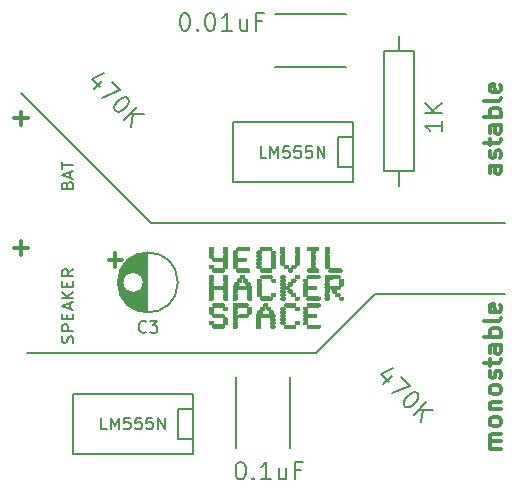
<source format=gto>
G04 #@! TF.FileFunction,Legend,Top*
%FSLAX46Y46*%
G04 Gerber Fmt 4.6, Leading zero omitted, Abs format (unit mm)*
G04 Created by KiCad (PCBNEW (2014-11-17 BZR 5289)-product) date Wed 28 Oct 2015 02:20:07 PM EDT*
%MOMM*%
G01*
G04 APERTURE LIST*
%ADD10C,0.100000*%
%ADD11C,0.300000*%
%ADD12C,0.200000*%
%ADD13C,0.150000*%
G04 APERTURE END LIST*
D10*
D11*
X199428572Y-101107143D02*
X200571429Y-101107143D01*
X200000000Y-101678571D02*
X200000000Y-100535714D01*
X232678571Y-93107143D02*
X231892857Y-93107143D01*
X231750000Y-93178572D01*
X231678571Y-93321429D01*
X231678571Y-93607143D01*
X231750000Y-93750000D01*
X232607143Y-93107143D02*
X232678571Y-93250000D01*
X232678571Y-93607143D01*
X232607143Y-93750000D01*
X232464286Y-93821429D01*
X232321429Y-93821429D01*
X232178571Y-93750000D01*
X232107143Y-93607143D01*
X232107143Y-93250000D01*
X232035714Y-93107143D01*
X232607143Y-92464286D02*
X232678571Y-92321429D01*
X232678571Y-92035714D01*
X232607143Y-91892857D01*
X232464286Y-91821429D01*
X232392857Y-91821429D01*
X232250000Y-91892857D01*
X232178571Y-92035714D01*
X232178571Y-92250000D01*
X232107143Y-92392857D01*
X231964286Y-92464286D01*
X231892857Y-92464286D01*
X231750000Y-92392857D01*
X231678571Y-92250000D01*
X231678571Y-92035714D01*
X231750000Y-91892857D01*
X231678571Y-91392857D02*
X231678571Y-90821428D01*
X231178571Y-91178571D02*
X232464286Y-91178571D01*
X232607143Y-91107143D01*
X232678571Y-90964285D01*
X232678571Y-90821428D01*
X232678571Y-89678571D02*
X231892857Y-89678571D01*
X231750000Y-89750000D01*
X231678571Y-89892857D01*
X231678571Y-90178571D01*
X231750000Y-90321428D01*
X232607143Y-89678571D02*
X232678571Y-89821428D01*
X232678571Y-90178571D01*
X232607143Y-90321428D01*
X232464286Y-90392857D01*
X232321429Y-90392857D01*
X232178571Y-90321428D01*
X232107143Y-90178571D01*
X232107143Y-89821428D01*
X232035714Y-89678571D01*
X232678571Y-88964285D02*
X231178571Y-88964285D01*
X231750000Y-88964285D02*
X231678571Y-88821428D01*
X231678571Y-88535714D01*
X231750000Y-88392857D01*
X231821429Y-88321428D01*
X231964286Y-88249999D01*
X232392857Y-88249999D01*
X232535714Y-88321428D01*
X232607143Y-88392857D01*
X232678571Y-88535714D01*
X232678571Y-88821428D01*
X232607143Y-88964285D01*
X232678571Y-87392856D02*
X232607143Y-87535714D01*
X232464286Y-87607142D01*
X231178571Y-87607142D01*
X232607143Y-86250000D02*
X232678571Y-86392857D01*
X232678571Y-86678571D01*
X232607143Y-86821428D01*
X232464286Y-86892857D01*
X231892857Y-86892857D01*
X231750000Y-86821428D01*
X231678571Y-86678571D01*
X231678571Y-86392857D01*
X231750000Y-86250000D01*
X231892857Y-86178571D01*
X232035714Y-86178571D01*
X232178571Y-86892857D01*
X232678571Y-117107143D02*
X231678571Y-117107143D01*
X231821429Y-117107143D02*
X231750000Y-117035715D01*
X231678571Y-116892857D01*
X231678571Y-116678572D01*
X231750000Y-116535715D01*
X231892857Y-116464286D01*
X232678571Y-116464286D01*
X231892857Y-116464286D02*
X231750000Y-116392857D01*
X231678571Y-116250000D01*
X231678571Y-116035715D01*
X231750000Y-115892857D01*
X231892857Y-115821429D01*
X232678571Y-115821429D01*
X232678571Y-114892857D02*
X232607143Y-115035715D01*
X232535714Y-115107143D01*
X232392857Y-115178572D01*
X231964286Y-115178572D01*
X231821429Y-115107143D01*
X231750000Y-115035715D01*
X231678571Y-114892857D01*
X231678571Y-114678572D01*
X231750000Y-114535715D01*
X231821429Y-114464286D01*
X231964286Y-114392857D01*
X232392857Y-114392857D01*
X232535714Y-114464286D01*
X232607143Y-114535715D01*
X232678571Y-114678572D01*
X232678571Y-114892857D01*
X231678571Y-113750000D02*
X232678571Y-113750000D01*
X231821429Y-113750000D02*
X231750000Y-113678572D01*
X231678571Y-113535714D01*
X231678571Y-113321429D01*
X231750000Y-113178572D01*
X231892857Y-113107143D01*
X232678571Y-113107143D01*
X232678571Y-112178571D02*
X232607143Y-112321429D01*
X232535714Y-112392857D01*
X232392857Y-112464286D01*
X231964286Y-112464286D01*
X231821429Y-112392857D01*
X231750000Y-112321429D01*
X231678571Y-112178571D01*
X231678571Y-111964286D01*
X231750000Y-111821429D01*
X231821429Y-111750000D01*
X231964286Y-111678571D01*
X232392857Y-111678571D01*
X232535714Y-111750000D01*
X232607143Y-111821429D01*
X232678571Y-111964286D01*
X232678571Y-112178571D01*
X232607143Y-111107143D02*
X232678571Y-110964286D01*
X232678571Y-110678571D01*
X232607143Y-110535714D01*
X232464286Y-110464286D01*
X232392857Y-110464286D01*
X232250000Y-110535714D01*
X232178571Y-110678571D01*
X232178571Y-110892857D01*
X232107143Y-111035714D01*
X231964286Y-111107143D01*
X231892857Y-111107143D01*
X231750000Y-111035714D01*
X231678571Y-110892857D01*
X231678571Y-110678571D01*
X231750000Y-110535714D01*
X231678571Y-110035714D02*
X231678571Y-109464285D01*
X231178571Y-109821428D02*
X232464286Y-109821428D01*
X232607143Y-109750000D01*
X232678571Y-109607142D01*
X232678571Y-109464285D01*
X232678571Y-108321428D02*
X231892857Y-108321428D01*
X231750000Y-108392857D01*
X231678571Y-108535714D01*
X231678571Y-108821428D01*
X231750000Y-108964285D01*
X232607143Y-108321428D02*
X232678571Y-108464285D01*
X232678571Y-108821428D01*
X232607143Y-108964285D01*
X232464286Y-109035714D01*
X232321429Y-109035714D01*
X232178571Y-108964285D01*
X232107143Y-108821428D01*
X232107143Y-108464285D01*
X232035714Y-108321428D01*
X232678571Y-107607142D02*
X231178571Y-107607142D01*
X231750000Y-107607142D02*
X231678571Y-107464285D01*
X231678571Y-107178571D01*
X231750000Y-107035714D01*
X231821429Y-106964285D01*
X231964286Y-106892856D01*
X232392857Y-106892856D01*
X232535714Y-106964285D01*
X232607143Y-107035714D01*
X232678571Y-107178571D01*
X232678571Y-107464285D01*
X232607143Y-107607142D01*
X232678571Y-106035713D02*
X232607143Y-106178571D01*
X232464286Y-106249999D01*
X231178571Y-106249999D01*
X232607143Y-104892857D02*
X232678571Y-105035714D01*
X232678571Y-105321428D01*
X232607143Y-105464285D01*
X232464286Y-105535714D01*
X231892857Y-105535714D01*
X231750000Y-105464285D01*
X231678571Y-105321428D01*
X231678571Y-105035714D01*
X231750000Y-104892857D01*
X231892857Y-104821428D01*
X232035714Y-104821428D01*
X232178571Y-105535714D01*
X191428572Y-100107143D02*
X192571429Y-100107143D01*
X192000000Y-100678571D02*
X192000000Y-99535714D01*
X191428572Y-89107143D02*
X192571429Y-89107143D01*
X192000000Y-89678571D02*
X192000000Y-88535714D01*
D12*
X217000000Y-109000000D02*
X192500000Y-109000000D01*
X222000000Y-104000000D02*
X217000000Y-109000000D01*
X233000000Y-104000000D02*
X222000000Y-104000000D01*
X203000000Y-98000000D02*
X207500000Y-98000000D01*
X192000000Y-87000000D02*
X203000000Y-98000000D01*
X233000000Y-98000000D02*
X207500000Y-98000000D01*
D13*
X206580000Y-116270000D02*
X205310000Y-116270000D01*
X205310000Y-116270000D02*
X205310000Y-113730000D01*
X205310000Y-113730000D02*
X206580000Y-113730000D01*
X206580000Y-117540000D02*
X196420000Y-117540000D01*
X196420000Y-117540000D02*
X196420000Y-112460000D01*
X196420000Y-112460000D02*
X206580000Y-112460000D01*
X206580000Y-112460000D02*
X206580000Y-117540000D01*
X220080000Y-93270000D02*
X218810000Y-93270000D01*
X218810000Y-93270000D02*
X218810000Y-90730000D01*
X218810000Y-90730000D02*
X220080000Y-90730000D01*
X220080000Y-94540000D02*
X209920000Y-94540000D01*
X209920000Y-94540000D02*
X209920000Y-89460000D01*
X209920000Y-89460000D02*
X220080000Y-89460000D01*
X220080000Y-89460000D02*
X220080000Y-94540000D01*
X213500000Y-80250000D02*
X219500000Y-80250000D01*
X219500000Y-84750000D02*
X213500000Y-84750000D01*
X210250000Y-117000000D02*
X210250000Y-111000000D01*
X214750000Y-111000000D02*
X214750000Y-117000000D01*
X222730000Y-93580000D02*
X225270000Y-93580000D01*
X225270000Y-93580000D02*
X225270000Y-83420000D01*
X225270000Y-83420000D02*
X222730000Y-83420000D01*
X222730000Y-83420000D02*
X222730000Y-93580000D01*
X224000000Y-82150000D02*
X224000000Y-83420000D01*
X224000000Y-94850000D02*
X224000000Y-93580000D01*
D10*
G36*
X211201021Y-104897032D02*
X211196556Y-104942339D01*
X211182958Y-104978977D01*
X211159922Y-105007386D01*
X211127143Y-105028006D01*
X211104596Y-105036262D01*
X211096488Y-105038220D01*
X211085735Y-105039902D01*
X211071400Y-105041328D01*
X211052548Y-105042518D01*
X211028243Y-105043491D01*
X210997549Y-105044268D01*
X210959531Y-105044868D01*
X210913253Y-105045312D01*
X210857779Y-105045619D01*
X210792173Y-105045810D01*
X210715500Y-105045903D01*
X210650673Y-105045922D01*
X210564137Y-105045910D01*
X210489510Y-105045928D01*
X210426001Y-105046058D01*
X210372819Y-105046381D01*
X210329173Y-105046978D01*
X210294271Y-105047932D01*
X210267322Y-105049322D01*
X210247536Y-105051231D01*
X210234122Y-105053740D01*
X210226288Y-105056930D01*
X210223243Y-105060884D01*
X210224197Y-105065681D01*
X210228358Y-105071404D01*
X210234934Y-105078134D01*
X210243136Y-105085952D01*
X210244918Y-105087669D01*
X210271657Y-105119284D01*
X210287236Y-105152803D01*
X210293110Y-105191597D01*
X210293250Y-105199651D01*
X210287951Y-105244257D01*
X210272361Y-105282350D01*
X210246938Y-105313027D01*
X210228737Y-105326531D01*
X210212038Y-105337711D01*
X210200875Y-105346761D01*
X210198000Y-105350689D01*
X210202693Y-105357504D01*
X210214022Y-105366901D01*
X210214400Y-105367165D01*
X210248288Y-105393337D01*
X210271528Y-105418630D01*
X210285608Y-105445898D01*
X210292016Y-105477993D01*
X210292304Y-105516531D01*
X210287810Y-105553119D01*
X210277191Y-105581342D01*
X210258366Y-105604846D01*
X210229254Y-105627279D01*
X210229016Y-105627437D01*
X210212340Y-105639393D01*
X210201081Y-105649276D01*
X210198000Y-105653906D01*
X210202705Y-105661401D01*
X210214044Y-105671121D01*
X210214271Y-105671281D01*
X210247123Y-105696470D01*
X210269765Y-105720094D01*
X210283865Y-105745065D01*
X210291091Y-105774299D01*
X210293110Y-105808963D01*
X210290154Y-105848809D01*
X210280030Y-105880217D01*
X210261286Y-105906064D01*
X210232467Y-105929229D01*
X210232316Y-105929329D01*
X210214840Y-105942183D01*
X210203079Y-105953318D01*
X210199603Y-105960193D01*
X210205913Y-105967554D01*
X210219720Y-105978756D01*
X210233356Y-105988253D01*
X210258884Y-106009218D01*
X210277933Y-106033164D01*
X210279420Y-106035771D01*
X210286824Y-106051154D01*
X210291015Y-106066206D01*
X210292633Y-106085018D01*
X210292315Y-106111678D01*
X210292120Y-106117142D01*
X210288545Y-106155329D01*
X210280091Y-106184248D01*
X210265216Y-106206856D01*
X210242379Y-106226110D01*
X210231808Y-106232853D01*
X210215994Y-106244069D01*
X210206069Y-106254348D01*
X210204350Y-106258571D01*
X210208899Y-106266981D01*
X210220866Y-106280460D01*
X210237728Y-106296187D01*
X210238932Y-106297219D01*
X210265378Y-106323401D01*
X210282229Y-106350172D01*
X210290869Y-106380947D01*
X210292683Y-106419143D01*
X210292303Y-106428898D01*
X210287827Y-106464042D01*
X210277121Y-106491927D01*
X210258208Y-106515923D01*
X210229113Y-106539399D01*
X210226384Y-106541288D01*
X210210586Y-106553451D01*
X210200342Y-106563869D01*
X210198136Y-106568389D01*
X210203030Y-106575697D01*
X210215714Y-106587468D01*
X210233017Y-106600839D01*
X210262969Y-106626828D01*
X210281907Y-106655366D01*
X210291346Y-106689429D01*
X210293110Y-106718975D01*
X210288347Y-106763194D01*
X210274177Y-106799089D01*
X210250276Y-106827186D01*
X210216325Y-106848013D01*
X210213788Y-106849117D01*
X210194139Y-106854501D01*
X210165619Y-106858646D01*
X210132012Y-106861373D01*
X210097104Y-106862503D01*
X210064679Y-106861858D01*
X210038521Y-106859259D01*
X210031106Y-106857746D01*
X209989149Y-106841702D01*
X209956564Y-106817292D01*
X209933821Y-106785119D01*
X209921391Y-106745790D01*
X209919083Y-106714010D01*
X209923533Y-106671723D01*
X209936234Y-106638189D01*
X209958075Y-106611837D01*
X209988172Y-106591985D01*
X210005073Y-106580968D01*
X210013257Y-106570353D01*
X210013620Y-106567956D01*
X210008555Y-106558824D01*
X209995622Y-106546135D01*
X209980708Y-106534822D01*
X209949865Y-106508563D01*
X209930070Y-106478206D01*
X209920211Y-106441602D01*
X209918600Y-106414789D01*
X209922671Y-106373045D01*
X209935620Y-106339163D01*
X209958548Y-106310986D01*
X209980282Y-106294063D01*
X209997622Y-106281341D01*
X210009693Y-106270368D01*
X210013620Y-106264264D01*
X210009043Y-106255585D01*
X209997704Y-106245346D01*
X209997578Y-106245257D01*
X209964549Y-106219868D01*
X209941802Y-106195983D01*
X209927687Y-106170767D01*
X209920553Y-106141382D01*
X209918739Y-106109739D01*
X209922962Y-106068275D01*
X209936626Y-106034288D01*
X209960762Y-106005759D01*
X209979209Y-105991434D01*
X209996364Y-105978592D01*
X210008564Y-105967403D01*
X210012597Y-105961584D01*
X210008780Y-105953835D01*
X209996915Y-105942362D01*
X209984022Y-105932747D01*
X209954240Y-105909142D01*
X209934623Y-105883905D01*
X209923511Y-105853862D01*
X209919245Y-105815836D01*
X209919083Y-105808519D01*
X209924289Y-105765355D01*
X209940504Y-105727254D01*
X209966935Y-105695757D01*
X209983400Y-105683186D01*
X209999742Y-105671752D01*
X210010697Y-105662733D01*
X210013503Y-105659110D01*
X210008986Y-105653298D01*
X209996801Y-105642395D01*
X209979568Y-105628739D01*
X209979235Y-105628488D01*
X209949639Y-105601868D01*
X209930750Y-105573317D01*
X209921004Y-105539638D01*
X209918739Y-105504847D01*
X209922710Y-105462575D01*
X209933984Y-105428189D01*
X209952034Y-105403072D01*
X209959791Y-105396771D01*
X209976589Y-105384346D01*
X209994728Y-105369887D01*
X209996451Y-105368446D01*
X210015980Y-105352008D01*
X209979392Y-105325039D01*
X209949465Y-105298663D01*
X209930508Y-105270378D01*
X209920863Y-105236921D01*
X209918739Y-105205696D01*
X209923495Y-105160987D01*
X209938511Y-105123411D01*
X209964396Y-105091864D01*
X209993539Y-105070103D01*
X210006512Y-105059883D01*
X210012575Y-105050654D01*
X210012589Y-105048867D01*
X210006591Y-105041124D01*
X209993011Y-105029558D01*
X209978925Y-105019490D01*
X209948837Y-104992307D01*
X209928581Y-104957927D01*
X209918530Y-104917611D01*
X209919059Y-104872619D01*
X209925648Y-104840010D01*
X209937689Y-104815137D01*
X209958244Y-104790485D01*
X209983597Y-104769690D01*
X210010032Y-104756388D01*
X210011635Y-104755888D01*
X210023215Y-104754338D01*
X210046245Y-104752952D01*
X210079556Y-104751731D01*
X210121975Y-104750672D01*
X210172332Y-104749774D01*
X210229457Y-104749035D01*
X210292179Y-104748455D01*
X210359326Y-104748032D01*
X210429729Y-104747764D01*
X210502216Y-104747650D01*
X210575616Y-104747689D01*
X210648760Y-104747879D01*
X210720475Y-104748220D01*
X210789592Y-104748709D01*
X210854939Y-104749345D01*
X210915346Y-104750127D01*
X210969642Y-104751053D01*
X211016656Y-104752123D01*
X211055218Y-104753334D01*
X211084156Y-104754686D01*
X211102301Y-104756176D01*
X211107650Y-104757181D01*
X211145840Y-104776112D01*
X211173821Y-104802289D01*
X211191877Y-104836136D01*
X211200291Y-104878076D01*
X211201021Y-104897032D01*
X211201021Y-104897032D01*
X211201021Y-104897032D01*
G37*
X211201021Y-104897032D02*
X211196556Y-104942339D01*
X211182958Y-104978977D01*
X211159922Y-105007386D01*
X211127143Y-105028006D01*
X211104596Y-105036262D01*
X211096488Y-105038220D01*
X211085735Y-105039902D01*
X211071400Y-105041328D01*
X211052548Y-105042518D01*
X211028243Y-105043491D01*
X210997549Y-105044268D01*
X210959531Y-105044868D01*
X210913253Y-105045312D01*
X210857779Y-105045619D01*
X210792173Y-105045810D01*
X210715500Y-105045903D01*
X210650673Y-105045922D01*
X210564137Y-105045910D01*
X210489510Y-105045928D01*
X210426001Y-105046058D01*
X210372819Y-105046381D01*
X210329173Y-105046978D01*
X210294271Y-105047932D01*
X210267322Y-105049322D01*
X210247536Y-105051231D01*
X210234122Y-105053740D01*
X210226288Y-105056930D01*
X210223243Y-105060884D01*
X210224197Y-105065681D01*
X210228358Y-105071404D01*
X210234934Y-105078134D01*
X210243136Y-105085952D01*
X210244918Y-105087669D01*
X210271657Y-105119284D01*
X210287236Y-105152803D01*
X210293110Y-105191597D01*
X210293250Y-105199651D01*
X210287951Y-105244257D01*
X210272361Y-105282350D01*
X210246938Y-105313027D01*
X210228737Y-105326531D01*
X210212038Y-105337711D01*
X210200875Y-105346761D01*
X210198000Y-105350689D01*
X210202693Y-105357504D01*
X210214022Y-105366901D01*
X210214400Y-105367165D01*
X210248288Y-105393337D01*
X210271528Y-105418630D01*
X210285608Y-105445898D01*
X210292016Y-105477993D01*
X210292304Y-105516531D01*
X210287810Y-105553119D01*
X210277191Y-105581342D01*
X210258366Y-105604846D01*
X210229254Y-105627279D01*
X210229016Y-105627437D01*
X210212340Y-105639393D01*
X210201081Y-105649276D01*
X210198000Y-105653906D01*
X210202705Y-105661401D01*
X210214044Y-105671121D01*
X210214271Y-105671281D01*
X210247123Y-105696470D01*
X210269765Y-105720094D01*
X210283865Y-105745065D01*
X210291091Y-105774299D01*
X210293110Y-105808963D01*
X210290154Y-105848809D01*
X210280030Y-105880217D01*
X210261286Y-105906064D01*
X210232467Y-105929229D01*
X210232316Y-105929329D01*
X210214840Y-105942183D01*
X210203079Y-105953318D01*
X210199603Y-105960193D01*
X210205913Y-105967554D01*
X210219720Y-105978756D01*
X210233356Y-105988253D01*
X210258884Y-106009218D01*
X210277933Y-106033164D01*
X210279420Y-106035771D01*
X210286824Y-106051154D01*
X210291015Y-106066206D01*
X210292633Y-106085018D01*
X210292315Y-106111678D01*
X210292120Y-106117142D01*
X210288545Y-106155329D01*
X210280091Y-106184248D01*
X210265216Y-106206856D01*
X210242379Y-106226110D01*
X210231808Y-106232853D01*
X210215994Y-106244069D01*
X210206069Y-106254348D01*
X210204350Y-106258571D01*
X210208899Y-106266981D01*
X210220866Y-106280460D01*
X210237728Y-106296187D01*
X210238932Y-106297219D01*
X210265378Y-106323401D01*
X210282229Y-106350172D01*
X210290869Y-106380947D01*
X210292683Y-106419143D01*
X210292303Y-106428898D01*
X210287827Y-106464042D01*
X210277121Y-106491927D01*
X210258208Y-106515923D01*
X210229113Y-106539399D01*
X210226384Y-106541288D01*
X210210586Y-106553451D01*
X210200342Y-106563869D01*
X210198136Y-106568389D01*
X210203030Y-106575697D01*
X210215714Y-106587468D01*
X210233017Y-106600839D01*
X210262969Y-106626828D01*
X210281907Y-106655366D01*
X210291346Y-106689429D01*
X210293110Y-106718975D01*
X210288347Y-106763194D01*
X210274177Y-106799089D01*
X210250276Y-106827186D01*
X210216325Y-106848013D01*
X210213788Y-106849117D01*
X210194139Y-106854501D01*
X210165619Y-106858646D01*
X210132012Y-106861373D01*
X210097104Y-106862503D01*
X210064679Y-106861858D01*
X210038521Y-106859259D01*
X210031106Y-106857746D01*
X209989149Y-106841702D01*
X209956564Y-106817292D01*
X209933821Y-106785119D01*
X209921391Y-106745790D01*
X209919083Y-106714010D01*
X209923533Y-106671723D01*
X209936234Y-106638189D01*
X209958075Y-106611837D01*
X209988172Y-106591985D01*
X210005073Y-106580968D01*
X210013257Y-106570353D01*
X210013620Y-106567956D01*
X210008555Y-106558824D01*
X209995622Y-106546135D01*
X209980708Y-106534822D01*
X209949865Y-106508563D01*
X209930070Y-106478206D01*
X209920211Y-106441602D01*
X209918600Y-106414789D01*
X209922671Y-106373045D01*
X209935620Y-106339163D01*
X209958548Y-106310986D01*
X209980282Y-106294063D01*
X209997622Y-106281341D01*
X210009693Y-106270368D01*
X210013620Y-106264264D01*
X210009043Y-106255585D01*
X209997704Y-106245346D01*
X209997578Y-106245257D01*
X209964549Y-106219868D01*
X209941802Y-106195983D01*
X209927687Y-106170767D01*
X209920553Y-106141382D01*
X209918739Y-106109739D01*
X209922962Y-106068275D01*
X209936626Y-106034288D01*
X209960762Y-106005759D01*
X209979209Y-105991434D01*
X209996364Y-105978592D01*
X210008564Y-105967403D01*
X210012597Y-105961584D01*
X210008780Y-105953835D01*
X209996915Y-105942362D01*
X209984022Y-105932747D01*
X209954240Y-105909142D01*
X209934623Y-105883905D01*
X209923511Y-105853862D01*
X209919245Y-105815836D01*
X209919083Y-105808519D01*
X209924289Y-105765355D01*
X209940504Y-105727254D01*
X209966935Y-105695757D01*
X209983400Y-105683186D01*
X209999742Y-105671752D01*
X210010697Y-105662733D01*
X210013503Y-105659110D01*
X210008986Y-105653298D01*
X209996801Y-105642395D01*
X209979568Y-105628739D01*
X209979235Y-105628488D01*
X209949639Y-105601868D01*
X209930750Y-105573317D01*
X209921004Y-105539638D01*
X209918739Y-105504847D01*
X209922710Y-105462575D01*
X209933984Y-105428189D01*
X209952034Y-105403072D01*
X209959791Y-105396771D01*
X209976589Y-105384346D01*
X209994728Y-105369887D01*
X209996451Y-105368446D01*
X210015980Y-105352008D01*
X209979392Y-105325039D01*
X209949465Y-105298663D01*
X209930508Y-105270378D01*
X209920863Y-105236921D01*
X209918739Y-105205696D01*
X209923495Y-105160987D01*
X209938511Y-105123411D01*
X209964396Y-105091864D01*
X209993539Y-105070103D01*
X210006512Y-105059883D01*
X210012575Y-105050654D01*
X210012589Y-105048867D01*
X210006591Y-105041124D01*
X209993011Y-105029558D01*
X209978925Y-105019490D01*
X209948837Y-104992307D01*
X209928581Y-104957927D01*
X209918530Y-104917611D01*
X209919059Y-104872619D01*
X209925648Y-104840010D01*
X209937689Y-104815137D01*
X209958244Y-104790485D01*
X209983597Y-104769690D01*
X210010032Y-104756388D01*
X210011635Y-104755888D01*
X210023215Y-104754338D01*
X210046245Y-104752952D01*
X210079556Y-104751731D01*
X210121975Y-104750672D01*
X210172332Y-104749774D01*
X210229457Y-104749035D01*
X210292179Y-104748455D01*
X210359326Y-104748032D01*
X210429729Y-104747764D01*
X210502216Y-104747650D01*
X210575616Y-104747689D01*
X210648760Y-104747879D01*
X210720475Y-104748220D01*
X210789592Y-104748709D01*
X210854939Y-104749345D01*
X210915346Y-104750127D01*
X210969642Y-104751053D01*
X211016656Y-104752123D01*
X211055218Y-104753334D01*
X211084156Y-104754686D01*
X211102301Y-104756176D01*
X211107650Y-104757181D01*
X211145840Y-104776112D01*
X211173821Y-104802289D01*
X211191877Y-104836136D01*
X211200291Y-104878076D01*
X211201021Y-104897032D01*
X211201021Y-104897032D01*
G36*
X213480950Y-106414823D02*
X213477792Y-106453877D01*
X213467170Y-106485343D01*
X213447361Y-106512677D01*
X213420222Y-106536625D01*
X213385377Y-106563333D01*
X213401245Y-106576004D01*
X213417587Y-106588886D01*
X213435567Y-106602838D01*
X213436534Y-106603581D01*
X213459558Y-106627363D01*
X213473916Y-106657532D01*
X213480318Y-106695843D01*
X213480810Y-106713554D01*
X213476601Y-106758720D01*
X213464001Y-106795390D01*
X213442603Y-106823863D01*
X213412000Y-106844438D01*
X213371784Y-106857415D01*
X213321548Y-106863092D01*
X213277512Y-106862760D01*
X213236715Y-106859714D01*
X213205629Y-106854279D01*
X213181337Y-106845392D01*
X213160919Y-106831991D01*
X213141796Y-106813392D01*
X213119536Y-106780016D01*
X213108054Y-106742670D01*
X213107059Y-106703590D01*
X213116257Y-106665013D01*
X213135357Y-106629176D01*
X213164065Y-106598316D01*
X213170606Y-106593181D01*
X213187016Y-106579809D01*
X213198236Y-106568472D01*
X213201550Y-106562641D01*
X213196591Y-106555385D01*
X213183787Y-106544466D01*
X213171046Y-106535620D01*
X213141446Y-106511092D01*
X213121578Y-106480824D01*
X213110405Y-106442926D01*
X213107723Y-106420072D01*
X213109689Y-106375593D01*
X213122409Y-106337782D01*
X213145834Y-106306740D01*
X213170086Y-106288154D01*
X213187101Y-106276347D01*
X213198526Y-106265814D01*
X213201550Y-106260329D01*
X213196662Y-106252551D01*
X213183920Y-106240719D01*
X213168163Y-106228877D01*
X213139570Y-106205697D01*
X213121313Y-106181109D01*
X213111229Y-106151453D01*
X213107977Y-106127023D01*
X213107822Y-106087006D01*
X213115438Y-106053803D01*
X213132247Y-106023252D01*
X213151382Y-105999967D01*
X213166293Y-105982340D01*
X213176337Y-105967807D01*
X213179657Y-105959120D01*
X213179430Y-105958440D01*
X213172355Y-105957044D01*
X213152933Y-105955817D01*
X213121120Y-105954760D01*
X213076871Y-105953871D01*
X213020140Y-105953150D01*
X212950883Y-105952597D01*
X212869055Y-105952210D01*
X212774610Y-105951990D01*
X212686625Y-105951933D01*
X212593254Y-105951912D01*
X212511838Y-105951896D01*
X212441636Y-105951960D01*
X212381904Y-105952176D01*
X212331897Y-105952619D01*
X212290874Y-105953360D01*
X212258090Y-105954474D01*
X212232803Y-105956034D01*
X212214268Y-105958113D01*
X212201743Y-105960785D01*
X212194483Y-105964122D01*
X212191747Y-105968199D01*
X212192789Y-105973088D01*
X212196868Y-105978862D01*
X212203239Y-105985596D01*
X212211159Y-105993363D01*
X212216139Y-105998337D01*
X212241031Y-106028979D01*
X212255599Y-106061223D01*
X212261452Y-106099079D01*
X212261750Y-106111949D01*
X212257191Y-106153945D01*
X212242982Y-106188417D01*
X212218320Y-106216928D01*
X212201425Y-106229702D01*
X212184509Y-106242192D01*
X212172992Y-106253014D01*
X212169675Y-106258699D01*
X212174300Y-106266319D01*
X212186461Y-106278950D01*
X212203582Y-106293934D01*
X212204600Y-106294760D01*
X212231869Y-106319624D01*
X212249205Y-106343637D01*
X212258478Y-106370622D01*
X212261558Y-106404402D01*
X212261600Y-106411275D01*
X212258609Y-106451144D01*
X212248851Y-106482697D01*
X212230756Y-106509181D01*
X212202752Y-106533842D01*
X212202022Y-106534381D01*
X212184328Y-106548190D01*
X212171603Y-106559584D01*
X212166507Y-106566174D01*
X212166500Y-106566298D01*
X212171646Y-106572150D01*
X212184986Y-106581447D01*
X212199450Y-106589857D01*
X212228112Y-106609906D01*
X212247352Y-106634900D01*
X212258215Y-106666847D01*
X212261746Y-106707751D01*
X212261750Y-106709328D01*
X212257452Y-106754301D01*
X212244170Y-106790876D01*
X212221323Y-106820156D01*
X212192301Y-106841072D01*
X212176373Y-106849560D01*
X212162297Y-106855240D01*
X212146751Y-106858767D01*
X212126410Y-106860796D01*
X212097952Y-106861981D01*
X212084351Y-106862346D01*
X212040724Y-106862463D01*
X212007984Y-106860252D01*
X211984511Y-106855596D01*
X211983083Y-106855147D01*
X211947114Y-106837164D01*
X211918620Y-106809838D01*
X211898692Y-106774779D01*
X211888420Y-106733598D01*
X211887239Y-106713603D01*
X211891447Y-106669843D01*
X211904895Y-106634160D01*
X211928314Y-106605229D01*
X211958603Y-106583819D01*
X211972746Y-106574243D01*
X211980103Y-106565976D01*
X211980401Y-106563684D01*
X211974486Y-106556564D01*
X211961326Y-106544830D01*
X211946946Y-106533457D01*
X211917166Y-106506308D01*
X211898326Y-106476671D01*
X211888954Y-106441547D01*
X211887239Y-106411862D01*
X211889391Y-106375521D01*
X211896712Y-106346405D01*
X211910876Y-106321566D01*
X211933561Y-106298054D01*
X211966078Y-106273177D01*
X211977408Y-106263947D01*
X211982211Y-106257441D01*
X211982213Y-106257337D01*
X211977362Y-106251670D01*
X211964782Y-106241112D01*
X211947332Y-106228047D01*
X211918623Y-106203854D01*
X211900068Y-106178214D01*
X211890275Y-106148082D01*
X211887849Y-106110415D01*
X211888251Y-106099040D01*
X211892423Y-106059606D01*
X211901351Y-106029502D01*
X211916511Y-106005817D01*
X211939375Y-105985638D01*
X211948900Y-105979229D01*
X211966218Y-105967222D01*
X211977829Y-105957322D01*
X211981145Y-105952001D01*
X211975164Y-105945849D01*
X211961665Y-105935399D01*
X211947425Y-105925513D01*
X211917135Y-105899531D01*
X211897687Y-105868362D01*
X211888284Y-105830448D01*
X211887100Y-105807833D01*
X211890009Y-105770167D01*
X211899871Y-105739358D01*
X211918385Y-105710730D01*
X211925391Y-105702421D01*
X211951992Y-105678121D01*
X211982705Y-105662458D01*
X212020726Y-105653982D01*
X212035323Y-105652523D01*
X212058101Y-105649992D01*
X212075937Y-105646578D01*
X212084920Y-105643048D01*
X212084304Y-105635037D01*
X212073801Y-105620459D01*
X212061912Y-105607823D01*
X212036952Y-105578935D01*
X212021979Y-105550364D01*
X212015167Y-105517768D01*
X212014239Y-105494379D01*
X212019652Y-105451430D01*
X212034872Y-105414257D01*
X212058848Y-105384368D01*
X212090529Y-105363275D01*
X212110568Y-105356046D01*
X212133129Y-105352187D01*
X212163980Y-105349784D01*
X212199046Y-105348848D01*
X212234249Y-105349392D01*
X212265513Y-105351426D01*
X212288763Y-105354964D01*
X212290933Y-105355521D01*
X212324188Y-105369384D01*
X212352744Y-105390217D01*
X212373249Y-105415334D01*
X212378276Y-105425549D01*
X212385159Y-105452063D01*
X212388268Y-105484479D01*
X212387545Y-105517572D01*
X212382933Y-105546119D01*
X212379709Y-105555770D01*
X212370206Y-105572652D01*
X212355496Y-105592859D01*
X212344784Y-105605377D01*
X212328224Y-105624426D01*
X212320654Y-105636881D01*
X212321594Y-105644591D01*
X212330565Y-105649406D01*
X212333187Y-105650160D01*
X212343466Y-105651209D01*
X212364855Y-105652091D01*
X212395900Y-105652811D01*
X212435148Y-105653374D01*
X212481147Y-105653783D01*
X212532444Y-105654044D01*
X212587584Y-105654161D01*
X212645116Y-105654139D01*
X212703586Y-105653982D01*
X212761541Y-105653694D01*
X212817529Y-105653281D01*
X212870095Y-105652746D01*
X212917787Y-105652095D01*
X212959152Y-105651332D01*
X212992737Y-105650460D01*
X213017089Y-105649486D01*
X213030755Y-105648413D01*
X213032861Y-105647974D01*
X213045761Y-105640300D01*
X213047486Y-105630509D01*
X213037853Y-105617483D01*
X213026253Y-105607414D01*
X213001069Y-105580029D01*
X212985649Y-105545409D01*
X212979678Y-105502802D01*
X212979578Y-105495760D01*
X212984451Y-105450659D01*
X212998945Y-105413469D01*
X213022874Y-105384514D01*
X213055500Y-105364351D01*
X213092130Y-105353465D01*
X213135599Y-105348089D01*
X213181992Y-105348058D01*
X213227391Y-105353210D01*
X213267878Y-105363379D01*
X213292780Y-105374265D01*
X213320437Y-105393319D01*
X213338885Y-105415540D01*
X213349499Y-105443564D01*
X213353653Y-105480023D01*
X213353845Y-105491322D01*
X213352303Y-105526219D01*
X213346319Y-105553214D01*
X213334114Y-105576795D01*
X213313909Y-105601452D01*
X213307513Y-105608193D01*
X213293166Y-105624460D01*
X213287706Y-105635862D01*
X213292039Y-105643671D01*
X213307072Y-105649161D01*
X213333709Y-105653605D01*
X213340449Y-105654472D01*
X213374915Y-105660300D01*
X213400826Y-105668958D01*
X213422285Y-105682289D01*
X213440940Y-105699547D01*
X213463836Y-105730222D01*
X213476840Y-105765433D01*
X213480950Y-105807833D01*
X213476624Y-105849309D01*
X213463004Y-105883059D01*
X213439124Y-105910922D01*
X213419037Y-105925860D01*
X213401581Y-105938244D01*
X213389513Y-105949015D01*
X213385700Y-105955058D01*
X213390636Y-105962265D01*
X213403560Y-105973617D01*
X213421108Y-105986268D01*
X213448845Y-106008433D01*
X213467059Y-106033171D01*
X213477179Y-106063384D01*
X213480636Y-106101976D01*
X213480671Y-106107159D01*
X213477792Y-106146975D01*
X213468112Y-106178494D01*
X213450060Y-106204966D01*
X213422068Y-106229640D01*
X213421222Y-106230265D01*
X213403601Y-106243598D01*
X213390890Y-106253873D01*
X213385714Y-106258963D01*
X213385700Y-106259046D01*
X213390353Y-106263871D01*
X213402645Y-106274230D01*
X213420073Y-106288026D01*
X213423018Y-106290295D01*
X213449910Y-106314178D01*
X213467436Y-106338822D01*
X213477203Y-106367681D01*
X213480819Y-106404209D01*
X213480950Y-106414823D01*
X213480950Y-106414823D01*
X213480950Y-106414823D01*
G37*
X213480950Y-106414823D02*
X213477792Y-106453877D01*
X213467170Y-106485343D01*
X213447361Y-106512677D01*
X213420222Y-106536625D01*
X213385377Y-106563333D01*
X213401245Y-106576004D01*
X213417587Y-106588886D01*
X213435567Y-106602838D01*
X213436534Y-106603581D01*
X213459558Y-106627363D01*
X213473916Y-106657532D01*
X213480318Y-106695843D01*
X213480810Y-106713554D01*
X213476601Y-106758720D01*
X213464001Y-106795390D01*
X213442603Y-106823863D01*
X213412000Y-106844438D01*
X213371784Y-106857415D01*
X213321548Y-106863092D01*
X213277512Y-106862760D01*
X213236715Y-106859714D01*
X213205629Y-106854279D01*
X213181337Y-106845392D01*
X213160919Y-106831991D01*
X213141796Y-106813392D01*
X213119536Y-106780016D01*
X213108054Y-106742670D01*
X213107059Y-106703590D01*
X213116257Y-106665013D01*
X213135357Y-106629176D01*
X213164065Y-106598316D01*
X213170606Y-106593181D01*
X213187016Y-106579809D01*
X213198236Y-106568472D01*
X213201550Y-106562641D01*
X213196591Y-106555385D01*
X213183787Y-106544466D01*
X213171046Y-106535620D01*
X213141446Y-106511092D01*
X213121578Y-106480824D01*
X213110405Y-106442926D01*
X213107723Y-106420072D01*
X213109689Y-106375593D01*
X213122409Y-106337782D01*
X213145834Y-106306740D01*
X213170086Y-106288154D01*
X213187101Y-106276347D01*
X213198526Y-106265814D01*
X213201550Y-106260329D01*
X213196662Y-106252551D01*
X213183920Y-106240719D01*
X213168163Y-106228877D01*
X213139570Y-106205697D01*
X213121313Y-106181109D01*
X213111229Y-106151453D01*
X213107977Y-106127023D01*
X213107822Y-106087006D01*
X213115438Y-106053803D01*
X213132247Y-106023252D01*
X213151382Y-105999967D01*
X213166293Y-105982340D01*
X213176337Y-105967807D01*
X213179657Y-105959120D01*
X213179430Y-105958440D01*
X213172355Y-105957044D01*
X213152933Y-105955817D01*
X213121120Y-105954760D01*
X213076871Y-105953871D01*
X213020140Y-105953150D01*
X212950883Y-105952597D01*
X212869055Y-105952210D01*
X212774610Y-105951990D01*
X212686625Y-105951933D01*
X212593254Y-105951912D01*
X212511838Y-105951896D01*
X212441636Y-105951960D01*
X212381904Y-105952176D01*
X212331897Y-105952619D01*
X212290874Y-105953360D01*
X212258090Y-105954474D01*
X212232803Y-105956034D01*
X212214268Y-105958113D01*
X212201743Y-105960785D01*
X212194483Y-105964122D01*
X212191747Y-105968199D01*
X212192789Y-105973088D01*
X212196868Y-105978862D01*
X212203239Y-105985596D01*
X212211159Y-105993363D01*
X212216139Y-105998337D01*
X212241031Y-106028979D01*
X212255599Y-106061223D01*
X212261452Y-106099079D01*
X212261750Y-106111949D01*
X212257191Y-106153945D01*
X212242982Y-106188417D01*
X212218320Y-106216928D01*
X212201425Y-106229702D01*
X212184509Y-106242192D01*
X212172992Y-106253014D01*
X212169675Y-106258699D01*
X212174300Y-106266319D01*
X212186461Y-106278950D01*
X212203582Y-106293934D01*
X212204600Y-106294760D01*
X212231869Y-106319624D01*
X212249205Y-106343637D01*
X212258478Y-106370622D01*
X212261558Y-106404402D01*
X212261600Y-106411275D01*
X212258609Y-106451144D01*
X212248851Y-106482697D01*
X212230756Y-106509181D01*
X212202752Y-106533842D01*
X212202022Y-106534381D01*
X212184328Y-106548190D01*
X212171603Y-106559584D01*
X212166507Y-106566174D01*
X212166500Y-106566298D01*
X212171646Y-106572150D01*
X212184986Y-106581447D01*
X212199450Y-106589857D01*
X212228112Y-106609906D01*
X212247352Y-106634900D01*
X212258215Y-106666847D01*
X212261746Y-106707751D01*
X212261750Y-106709328D01*
X212257452Y-106754301D01*
X212244170Y-106790876D01*
X212221323Y-106820156D01*
X212192301Y-106841072D01*
X212176373Y-106849560D01*
X212162297Y-106855240D01*
X212146751Y-106858767D01*
X212126410Y-106860796D01*
X212097952Y-106861981D01*
X212084351Y-106862346D01*
X212040724Y-106862463D01*
X212007984Y-106860252D01*
X211984511Y-106855596D01*
X211983083Y-106855147D01*
X211947114Y-106837164D01*
X211918620Y-106809838D01*
X211898692Y-106774779D01*
X211888420Y-106733598D01*
X211887239Y-106713603D01*
X211891447Y-106669843D01*
X211904895Y-106634160D01*
X211928314Y-106605229D01*
X211958603Y-106583819D01*
X211972746Y-106574243D01*
X211980103Y-106565976D01*
X211980401Y-106563684D01*
X211974486Y-106556564D01*
X211961326Y-106544830D01*
X211946946Y-106533457D01*
X211917166Y-106506308D01*
X211898326Y-106476671D01*
X211888954Y-106441547D01*
X211887239Y-106411862D01*
X211889391Y-106375521D01*
X211896712Y-106346405D01*
X211910876Y-106321566D01*
X211933561Y-106298054D01*
X211966078Y-106273177D01*
X211977408Y-106263947D01*
X211982211Y-106257441D01*
X211982213Y-106257337D01*
X211977362Y-106251670D01*
X211964782Y-106241112D01*
X211947332Y-106228047D01*
X211918623Y-106203854D01*
X211900068Y-106178214D01*
X211890275Y-106148082D01*
X211887849Y-106110415D01*
X211888251Y-106099040D01*
X211892423Y-106059606D01*
X211901351Y-106029502D01*
X211916511Y-106005817D01*
X211939375Y-105985638D01*
X211948900Y-105979229D01*
X211966218Y-105967222D01*
X211977829Y-105957322D01*
X211981145Y-105952001D01*
X211975164Y-105945849D01*
X211961665Y-105935399D01*
X211947425Y-105925513D01*
X211917135Y-105899531D01*
X211897687Y-105868362D01*
X211888284Y-105830448D01*
X211887100Y-105807833D01*
X211890009Y-105770167D01*
X211899871Y-105739358D01*
X211918385Y-105710730D01*
X211925391Y-105702421D01*
X211951992Y-105678121D01*
X211982705Y-105662458D01*
X212020726Y-105653982D01*
X212035323Y-105652523D01*
X212058101Y-105649992D01*
X212075937Y-105646578D01*
X212084920Y-105643048D01*
X212084304Y-105635037D01*
X212073801Y-105620459D01*
X212061912Y-105607823D01*
X212036952Y-105578935D01*
X212021979Y-105550364D01*
X212015167Y-105517768D01*
X212014239Y-105494379D01*
X212019652Y-105451430D01*
X212034872Y-105414257D01*
X212058848Y-105384368D01*
X212090529Y-105363275D01*
X212110568Y-105356046D01*
X212133129Y-105352187D01*
X212163980Y-105349784D01*
X212199046Y-105348848D01*
X212234249Y-105349392D01*
X212265513Y-105351426D01*
X212288763Y-105354964D01*
X212290933Y-105355521D01*
X212324188Y-105369384D01*
X212352744Y-105390217D01*
X212373249Y-105415334D01*
X212378276Y-105425549D01*
X212385159Y-105452063D01*
X212388268Y-105484479D01*
X212387545Y-105517572D01*
X212382933Y-105546119D01*
X212379709Y-105555770D01*
X212370206Y-105572652D01*
X212355496Y-105592859D01*
X212344784Y-105605377D01*
X212328224Y-105624426D01*
X212320654Y-105636881D01*
X212321594Y-105644591D01*
X212330565Y-105649406D01*
X212333187Y-105650160D01*
X212343466Y-105651209D01*
X212364855Y-105652091D01*
X212395900Y-105652811D01*
X212435148Y-105653374D01*
X212481147Y-105653783D01*
X212532444Y-105654044D01*
X212587584Y-105654161D01*
X212645116Y-105654139D01*
X212703586Y-105653982D01*
X212761541Y-105653694D01*
X212817529Y-105653281D01*
X212870095Y-105652746D01*
X212917787Y-105652095D01*
X212959152Y-105651332D01*
X212992737Y-105650460D01*
X213017089Y-105649486D01*
X213030755Y-105648413D01*
X213032861Y-105647974D01*
X213045761Y-105640300D01*
X213047486Y-105630509D01*
X213037853Y-105617483D01*
X213026253Y-105607414D01*
X213001069Y-105580029D01*
X212985649Y-105545409D01*
X212979678Y-105502802D01*
X212979578Y-105495760D01*
X212984451Y-105450659D01*
X212998945Y-105413469D01*
X213022874Y-105384514D01*
X213055500Y-105364351D01*
X213092130Y-105353465D01*
X213135599Y-105348089D01*
X213181992Y-105348058D01*
X213227391Y-105353210D01*
X213267878Y-105363379D01*
X213292780Y-105374265D01*
X213320437Y-105393319D01*
X213338885Y-105415540D01*
X213349499Y-105443564D01*
X213353653Y-105480023D01*
X213353845Y-105491322D01*
X213352303Y-105526219D01*
X213346319Y-105553214D01*
X213334114Y-105576795D01*
X213313909Y-105601452D01*
X213307513Y-105608193D01*
X213293166Y-105624460D01*
X213287706Y-105635862D01*
X213292039Y-105643671D01*
X213307072Y-105649161D01*
X213333709Y-105653605D01*
X213340449Y-105654472D01*
X213374915Y-105660300D01*
X213400826Y-105668958D01*
X213422285Y-105682289D01*
X213440940Y-105699547D01*
X213463836Y-105730222D01*
X213476840Y-105765433D01*
X213480950Y-105807833D01*
X213476624Y-105849309D01*
X213463004Y-105883059D01*
X213439124Y-105910922D01*
X213419037Y-105925860D01*
X213401581Y-105938244D01*
X213389513Y-105949015D01*
X213385700Y-105955058D01*
X213390636Y-105962265D01*
X213403560Y-105973617D01*
X213421108Y-105986268D01*
X213448845Y-106008433D01*
X213467059Y-106033171D01*
X213477179Y-106063384D01*
X213480636Y-106101976D01*
X213480671Y-106107159D01*
X213477792Y-106146975D01*
X213468112Y-106178494D01*
X213450060Y-106204966D01*
X213422068Y-106229640D01*
X213421222Y-106230265D01*
X213403601Y-106243598D01*
X213390890Y-106253873D01*
X213385714Y-106258963D01*
X213385700Y-106259046D01*
X213390353Y-106263871D01*
X213402645Y-106274230D01*
X213420073Y-106288026D01*
X213423018Y-106290295D01*
X213449910Y-106314178D01*
X213467436Y-106338822D01*
X213477203Y-106367681D01*
X213480819Y-106404209D01*
X213480950Y-106414823D01*
X213480950Y-106414823D01*
G36*
X209186595Y-106707905D02*
X209183005Y-106741149D01*
X209172865Y-106777210D01*
X209157785Y-106803926D01*
X209135568Y-106824324D01*
X209113408Y-106837048D01*
X209077225Y-106854777D01*
X208718450Y-106855825D01*
X208651107Y-106855927D01*
X208586794Y-106855840D01*
X208526776Y-106855580D01*
X208472317Y-106855159D01*
X208424679Y-106854593D01*
X208385128Y-106853895D01*
X208354927Y-106853079D01*
X208335341Y-106852159D01*
X208328900Y-106851511D01*
X208289437Y-106838432D01*
X208254883Y-106814717D01*
X208231141Y-106787077D01*
X208221395Y-106770115D01*
X208215637Y-106752729D01*
X208212631Y-106730191D01*
X208211651Y-106712686D01*
X208211267Y-106685046D01*
X208213375Y-106665102D01*
X208218784Y-106647990D01*
X208224351Y-106636278D01*
X208245686Y-106607259D01*
X208275376Y-106583408D01*
X208309226Y-106567941D01*
X208315692Y-106566236D01*
X208326543Y-106565172D01*
X208348868Y-106564168D01*
X208381443Y-106563243D01*
X208423040Y-106562415D01*
X208472436Y-106561703D01*
X208528404Y-106561125D01*
X208589720Y-106560700D01*
X208655157Y-106560445D01*
X208705750Y-106560378D01*
X209070875Y-106560289D01*
X209103074Y-106575249D01*
X209138997Y-106598342D01*
X209165337Y-106629074D01*
X209181426Y-106666057D01*
X209186595Y-106707905D01*
X209186595Y-106707905D01*
X209186595Y-106707905D01*
G37*
X209186595Y-106707905D02*
X209183005Y-106741149D01*
X209172865Y-106777210D01*
X209157785Y-106803926D01*
X209135568Y-106824324D01*
X209113408Y-106837048D01*
X209077225Y-106854777D01*
X208718450Y-106855825D01*
X208651107Y-106855927D01*
X208586794Y-106855840D01*
X208526776Y-106855580D01*
X208472317Y-106855159D01*
X208424679Y-106854593D01*
X208385128Y-106853895D01*
X208354927Y-106853079D01*
X208335341Y-106852159D01*
X208328900Y-106851511D01*
X208289437Y-106838432D01*
X208254883Y-106814717D01*
X208231141Y-106787077D01*
X208221395Y-106770115D01*
X208215637Y-106752729D01*
X208212631Y-106730191D01*
X208211651Y-106712686D01*
X208211267Y-106685046D01*
X208213375Y-106665102D01*
X208218784Y-106647990D01*
X208224351Y-106636278D01*
X208245686Y-106607259D01*
X208275376Y-106583408D01*
X208309226Y-106567941D01*
X208315692Y-106566236D01*
X208326543Y-106565172D01*
X208348868Y-106564168D01*
X208381443Y-106563243D01*
X208423040Y-106562415D01*
X208472436Y-106561703D01*
X208528404Y-106561125D01*
X208589720Y-106560700D01*
X208655157Y-106560445D01*
X208705750Y-106560378D01*
X209070875Y-106560289D01*
X209103074Y-106575249D01*
X209138997Y-106598342D01*
X209165337Y-106629074D01*
X209181426Y-106666057D01*
X209186595Y-106707905D01*
X209186595Y-106707905D01*
G36*
X215244563Y-106689565D02*
X215243886Y-106726714D01*
X215235055Y-106768338D01*
X215217837Y-106801062D01*
X215191602Y-106825483D01*
X215155717Y-106842199D01*
X215112244Y-106851470D01*
X215095471Y-106852761D01*
X215067600Y-106853864D01*
X215030235Y-106854777D01*
X214984978Y-106855500D01*
X214933429Y-106856031D01*
X214877192Y-106856371D01*
X214817868Y-106856518D01*
X214757059Y-106856470D01*
X214696368Y-106856228D01*
X214637396Y-106855790D01*
X214581745Y-106855155D01*
X214531016Y-106854322D01*
X214486813Y-106853291D01*
X214450738Y-106852060D01*
X214446150Y-106851859D01*
X214405171Y-106849496D01*
X214374375Y-106846116D01*
X214351248Y-106840904D01*
X214333274Y-106833042D01*
X214317938Y-106821713D01*
X214302724Y-106806101D01*
X214301714Y-106804958D01*
X214282571Y-106777281D01*
X214271942Y-106746016D01*
X214268907Y-106707997D01*
X214269411Y-106693521D01*
X214275651Y-106653756D01*
X214290111Y-106622637D01*
X214314003Y-106598244D01*
X214339020Y-106583119D01*
X214372443Y-106566500D01*
X214753047Y-106566500D01*
X214843213Y-106566596D01*
X214921119Y-106566888D01*
X214987201Y-106567383D01*
X215041899Y-106568091D01*
X215085649Y-106569018D01*
X215118891Y-106570172D01*
X215142061Y-106571562D01*
X215155597Y-106573195D01*
X215157843Y-106573732D01*
X215192412Y-106590132D01*
X215218791Y-106615621D01*
X215236376Y-106649124D01*
X215244563Y-106689565D01*
X215244563Y-106689565D01*
X215244563Y-106689565D01*
G37*
X215244563Y-106689565D02*
X215243886Y-106726714D01*
X215235055Y-106768338D01*
X215217837Y-106801062D01*
X215191602Y-106825483D01*
X215155717Y-106842199D01*
X215112244Y-106851470D01*
X215095471Y-106852761D01*
X215067600Y-106853864D01*
X215030235Y-106854777D01*
X214984978Y-106855500D01*
X214933429Y-106856031D01*
X214877192Y-106856371D01*
X214817868Y-106856518D01*
X214757059Y-106856470D01*
X214696368Y-106856228D01*
X214637396Y-106855790D01*
X214581745Y-106855155D01*
X214531016Y-106854322D01*
X214486813Y-106853291D01*
X214450738Y-106852060D01*
X214446150Y-106851859D01*
X214405171Y-106849496D01*
X214374375Y-106846116D01*
X214351248Y-106840904D01*
X214333274Y-106833042D01*
X214317938Y-106821713D01*
X214302724Y-106806101D01*
X214301714Y-106804958D01*
X214282571Y-106777281D01*
X214271942Y-106746016D01*
X214268907Y-106707997D01*
X214269411Y-106693521D01*
X214275651Y-106653756D01*
X214290111Y-106622637D01*
X214314003Y-106598244D01*
X214339020Y-106583119D01*
X214372443Y-106566500D01*
X214753047Y-106566500D01*
X214843213Y-106566596D01*
X214921119Y-106566888D01*
X214987201Y-106567383D01*
X215041899Y-106568091D01*
X215085649Y-106569018D01*
X215118891Y-106570172D01*
X215142061Y-106571562D01*
X215155597Y-106573195D01*
X215157843Y-106573732D01*
X215192412Y-106590132D01*
X215218791Y-106615621D01*
X215236376Y-106649124D01*
X215244563Y-106689565D01*
X215244563Y-106689565D01*
G36*
X217319475Y-106706384D02*
X217318490Y-106732213D01*
X217314408Y-106751467D01*
X217305644Y-106770149D01*
X217300324Y-106779049D01*
X217274774Y-106810882D01*
X217243146Y-106835685D01*
X217208893Y-106850827D01*
X217204757Y-106851873D01*
X217194090Y-106852867D01*
X217172033Y-106853749D01*
X217139895Y-106854519D01*
X217098985Y-106855179D01*
X217050612Y-106855727D01*
X216996086Y-106856164D01*
X216936715Y-106856491D01*
X216873809Y-106856707D01*
X216808677Y-106856812D01*
X216742628Y-106856807D01*
X216676972Y-106856691D01*
X216613017Y-106856466D01*
X216552073Y-106856130D01*
X216495449Y-106855685D01*
X216444454Y-106855130D01*
X216400397Y-106854466D01*
X216364588Y-106853692D01*
X216338335Y-106852809D01*
X216322948Y-106851817D01*
X216322575Y-106851775D01*
X216277007Y-106842022D01*
X216241417Y-106824443D01*
X216215671Y-106798883D01*
X216199637Y-106765186D01*
X216193184Y-106723196D01*
X216193461Y-106699856D01*
X216200476Y-106658639D01*
X216217228Y-106624304D01*
X216244996Y-106594460D01*
X216253569Y-106587604D01*
X216277138Y-106569668D01*
X216758055Y-106569668D01*
X217238972Y-106569668D01*
X217263373Y-106589242D01*
X217293378Y-106620062D01*
X217311806Y-106655609D01*
X217319251Y-106697121D01*
X217319475Y-106706384D01*
X217319475Y-106706384D01*
X217319475Y-106706384D01*
G37*
X217319475Y-106706384D02*
X217318490Y-106732213D01*
X217314408Y-106751467D01*
X217305644Y-106770149D01*
X217300324Y-106779049D01*
X217274774Y-106810882D01*
X217243146Y-106835685D01*
X217208893Y-106850827D01*
X217204757Y-106851873D01*
X217194090Y-106852867D01*
X217172033Y-106853749D01*
X217139895Y-106854519D01*
X217098985Y-106855179D01*
X217050612Y-106855727D01*
X216996086Y-106856164D01*
X216936715Y-106856491D01*
X216873809Y-106856707D01*
X216808677Y-106856812D01*
X216742628Y-106856807D01*
X216676972Y-106856691D01*
X216613017Y-106856466D01*
X216552073Y-106856130D01*
X216495449Y-106855685D01*
X216444454Y-106855130D01*
X216400397Y-106854466D01*
X216364588Y-106853692D01*
X216338335Y-106852809D01*
X216322948Y-106851817D01*
X216322575Y-106851775D01*
X216277007Y-106842022D01*
X216241417Y-106824443D01*
X216215671Y-106798883D01*
X216199637Y-106765186D01*
X216193184Y-106723196D01*
X216193461Y-106699856D01*
X216200476Y-106658639D01*
X216217228Y-106624304D01*
X216244996Y-106594460D01*
X216253569Y-106587604D01*
X216277138Y-106569668D01*
X216758055Y-106569668D01*
X217238972Y-106569668D01*
X217263373Y-106589242D01*
X217293378Y-106620062D01*
X217311806Y-106655609D01*
X217319251Y-106697121D01*
X217319475Y-106706384D01*
X217319475Y-106706384D01*
G36*
X209493114Y-106110568D02*
X209488071Y-106150583D01*
X209472372Y-106184734D01*
X209445295Y-106214340D01*
X209429650Y-106226225D01*
X209411573Y-106239338D01*
X209398219Y-106250228D01*
X209392610Y-106256347D01*
X209396192Y-106262977D01*
X209407732Y-106271668D01*
X209410873Y-106273465D01*
X209448062Y-106298645D01*
X209473635Y-106327874D01*
X209488345Y-106362331D01*
X209492948Y-106401771D01*
X209487793Y-106441573D01*
X209473232Y-106478321D01*
X209450894Y-106509462D01*
X209422406Y-106532444D01*
X209404250Y-106540842D01*
X209385288Y-106545030D01*
X209357464Y-106548262D01*
X209324589Y-106550404D01*
X209290472Y-106551323D01*
X209258926Y-106550882D01*
X209233761Y-106548949D01*
X209223995Y-106547195D01*
X209185757Y-106533500D01*
X209157233Y-106513407D01*
X209136429Y-106485433D01*
X209133551Y-106479856D01*
X209124938Y-106460398D01*
X209120292Y-106443066D01*
X209118761Y-106422860D01*
X209119408Y-106396690D01*
X209123388Y-106360013D01*
X209132814Y-106331948D01*
X209149687Y-106308914D01*
X209176005Y-106287327D01*
X209183153Y-106282488D01*
X209199566Y-106270499D01*
X209210149Y-106260519D01*
X209212546Y-106255613D01*
X209206709Y-106248839D01*
X209193581Y-106237366D01*
X209178788Y-106225795D01*
X209149256Y-106199152D01*
X209130454Y-106170144D01*
X209121087Y-106135952D01*
X209119701Y-106097192D01*
X209124460Y-106057477D01*
X209136021Y-106026854D01*
X209155872Y-106002906D01*
X209185502Y-105983218D01*
X209191868Y-105979999D01*
X209211546Y-105971365D01*
X209230706Y-105965706D01*
X209253425Y-105962196D01*
X209283784Y-105960007D01*
X209292653Y-105959588D01*
X209350108Y-105960379D01*
X209397360Y-105968488D01*
X209434755Y-105984176D01*
X209462638Y-106007701D01*
X209481355Y-106039324D01*
X209491249Y-106079305D01*
X209493114Y-106110568D01*
X209493114Y-106110568D01*
X209493114Y-106110568D01*
G37*
X209493114Y-106110568D02*
X209488071Y-106150583D01*
X209472372Y-106184734D01*
X209445295Y-106214340D01*
X209429650Y-106226225D01*
X209411573Y-106239338D01*
X209398219Y-106250228D01*
X209392610Y-106256347D01*
X209396192Y-106262977D01*
X209407732Y-106271668D01*
X209410873Y-106273465D01*
X209448062Y-106298645D01*
X209473635Y-106327874D01*
X209488345Y-106362331D01*
X209492948Y-106401771D01*
X209487793Y-106441573D01*
X209473232Y-106478321D01*
X209450894Y-106509462D01*
X209422406Y-106532444D01*
X209404250Y-106540842D01*
X209385288Y-106545030D01*
X209357464Y-106548262D01*
X209324589Y-106550404D01*
X209290472Y-106551323D01*
X209258926Y-106550882D01*
X209233761Y-106548949D01*
X209223995Y-106547195D01*
X209185757Y-106533500D01*
X209157233Y-106513407D01*
X209136429Y-106485433D01*
X209133551Y-106479856D01*
X209124938Y-106460398D01*
X209120292Y-106443066D01*
X209118761Y-106422860D01*
X209119408Y-106396690D01*
X209123388Y-106360013D01*
X209132814Y-106331948D01*
X209149687Y-106308914D01*
X209176005Y-106287327D01*
X209183153Y-106282488D01*
X209199566Y-106270499D01*
X209210149Y-106260519D01*
X209212546Y-106255613D01*
X209206709Y-106248839D01*
X209193581Y-106237366D01*
X209178788Y-106225795D01*
X209149256Y-106199152D01*
X209130454Y-106170144D01*
X209121087Y-106135952D01*
X209119701Y-106097192D01*
X209124460Y-106057477D01*
X209136021Y-106026854D01*
X209155872Y-106002906D01*
X209185502Y-105983218D01*
X209191868Y-105979999D01*
X209211546Y-105971365D01*
X209230706Y-105965706D01*
X209253425Y-105962196D01*
X209283784Y-105960007D01*
X209292653Y-105959588D01*
X209350108Y-105960379D01*
X209397360Y-105968488D01*
X209434755Y-105984176D01*
X209462638Y-106007701D01*
X209481355Y-106039324D01*
X209491249Y-106079305D01*
X209493114Y-106110568D01*
X209493114Y-106110568D01*
G36*
X214336027Y-106086083D02*
X214335113Y-106126035D01*
X214325324Y-106164390D01*
X214305975Y-106196103D01*
X214275579Y-106223584D01*
X214274478Y-106224370D01*
X214257846Y-106237242D01*
X214246458Y-106248095D01*
X214243092Y-106253575D01*
X214247756Y-106260727D01*
X214260076Y-106272497D01*
X214275976Y-106285254D01*
X214302887Y-106307775D01*
X214320303Y-106329658D01*
X214330042Y-106354626D01*
X214333924Y-106386405D01*
X214334243Y-106404526D01*
X214329926Y-106450607D01*
X214317017Y-106487538D01*
X214295143Y-106515832D01*
X214263931Y-106535999D01*
X214230250Y-106547027D01*
X214202187Y-106551033D01*
X214167091Y-106552716D01*
X214130415Y-106552064D01*
X214097612Y-106549067D01*
X214087375Y-106547326D01*
X214042523Y-106533537D01*
X214007854Y-106512201D01*
X213983244Y-106483170D01*
X213968563Y-106446294D01*
X213963689Y-106402188D01*
X213967166Y-106362414D01*
X213978877Y-106330510D01*
X214000286Y-106303625D01*
X214023958Y-106284784D01*
X214041641Y-106271856D01*
X214054180Y-106261206D01*
X214058800Y-106255267D01*
X214054025Y-106248902D01*
X214041617Y-106237987D01*
X214027319Y-106227126D01*
X213997993Y-106202320D01*
X213979103Y-106175952D01*
X213968570Y-106144320D01*
X213964994Y-106116252D01*
X213966910Y-106072293D01*
X213979787Y-106034397D01*
X214004129Y-106001466D01*
X214026741Y-105981904D01*
X214043426Y-105968673D01*
X214055021Y-105957946D01*
X214058800Y-105952572D01*
X214054086Y-105946316D01*
X214041696Y-105935031D01*
X214024255Y-105921099D01*
X214023266Y-105920352D01*
X213993843Y-105893801D01*
X213975206Y-105865244D01*
X213965742Y-105831426D01*
X213963689Y-105800292D01*
X213967441Y-105759317D01*
X213979809Y-105726287D01*
X214001993Y-105698863D01*
X214024663Y-105681309D01*
X214042303Y-105668368D01*
X214054634Y-105656924D01*
X214058800Y-105650030D01*
X214053766Y-105642252D01*
X214040747Y-105631113D01*
X214027342Y-105622052D01*
X213999772Y-105601646D01*
X213981317Y-105578541D01*
X213970311Y-105549708D01*
X213965089Y-105512120D01*
X213964864Y-105508518D01*
X213966212Y-105464031D01*
X213975682Y-105427772D01*
X213992997Y-105400559D01*
X214004677Y-105390483D01*
X214021648Y-105377938D01*
X214039730Y-105363527D01*
X214041049Y-105362424D01*
X214060227Y-105346299D01*
X214023980Y-105318994D01*
X213993936Y-105291859D01*
X213974967Y-105262798D01*
X213965501Y-105228727D01*
X213963689Y-105200808D01*
X213968895Y-105156659D01*
X213984467Y-105119354D01*
X214009819Y-105089323D01*
X214044364Y-105066993D01*
X214087518Y-105052794D01*
X214138693Y-105047154D01*
X214172502Y-105048022D01*
X214221788Y-105054977D01*
X214261206Y-105068576D01*
X214292073Y-105089467D01*
X214315710Y-105118297D01*
X214315715Y-105118305D01*
X214325833Y-105136097D01*
X214331578Y-105151749D01*
X214334097Y-105170102D01*
X214334536Y-105195996D01*
X214334523Y-105197697D01*
X214330859Y-105239034D01*
X214319831Y-105271714D01*
X214300215Y-105298171D01*
X214273453Y-105319157D01*
X214256843Y-105330973D01*
X214245775Y-105341111D01*
X214242974Y-105345946D01*
X214247686Y-105353174D01*
X214260049Y-105365292D01*
X214277438Y-105379742D01*
X214278357Y-105380453D01*
X214304811Y-105404123D01*
X214321824Y-105428607D01*
X214331092Y-105457496D01*
X214334310Y-105494376D01*
X214334367Y-105498995D01*
X214331323Y-105538503D01*
X214320503Y-105570228D01*
X214300293Y-105597468D01*
X214275791Y-105618613D01*
X214258883Y-105632327D01*
X214247069Y-105643869D01*
X214243064Y-105650292D01*
X214248059Y-105657277D01*
X214260885Y-105668169D01*
X214274656Y-105677857D01*
X214304803Y-105704698D01*
X214325145Y-105738854D01*
X214335250Y-105779091D01*
X214334686Y-105824173D01*
X214331801Y-105841292D01*
X214318928Y-105878040D01*
X214296603Y-105907023D01*
X214267927Y-105927588D01*
X214252853Y-105937701D01*
X214243963Y-105946874D01*
X214242950Y-105949731D01*
X214247685Y-105957792D01*
X214259860Y-105969837D01*
X214270795Y-105978659D01*
X214304436Y-106010203D01*
X214326115Y-106045864D01*
X214336027Y-106086083D01*
X214336027Y-106086083D01*
X214336027Y-106086083D01*
G37*
X214336027Y-106086083D02*
X214335113Y-106126035D01*
X214325324Y-106164390D01*
X214305975Y-106196103D01*
X214275579Y-106223584D01*
X214274478Y-106224370D01*
X214257846Y-106237242D01*
X214246458Y-106248095D01*
X214243092Y-106253575D01*
X214247756Y-106260727D01*
X214260076Y-106272497D01*
X214275976Y-106285254D01*
X214302887Y-106307775D01*
X214320303Y-106329658D01*
X214330042Y-106354626D01*
X214333924Y-106386405D01*
X214334243Y-106404526D01*
X214329926Y-106450607D01*
X214317017Y-106487538D01*
X214295143Y-106515832D01*
X214263931Y-106535999D01*
X214230250Y-106547027D01*
X214202187Y-106551033D01*
X214167091Y-106552716D01*
X214130415Y-106552064D01*
X214097612Y-106549067D01*
X214087375Y-106547326D01*
X214042523Y-106533537D01*
X214007854Y-106512201D01*
X213983244Y-106483170D01*
X213968563Y-106446294D01*
X213963689Y-106402188D01*
X213967166Y-106362414D01*
X213978877Y-106330510D01*
X214000286Y-106303625D01*
X214023958Y-106284784D01*
X214041641Y-106271856D01*
X214054180Y-106261206D01*
X214058800Y-106255267D01*
X214054025Y-106248902D01*
X214041617Y-106237987D01*
X214027319Y-106227126D01*
X213997993Y-106202320D01*
X213979103Y-106175952D01*
X213968570Y-106144320D01*
X213964994Y-106116252D01*
X213966910Y-106072293D01*
X213979787Y-106034397D01*
X214004129Y-106001466D01*
X214026741Y-105981904D01*
X214043426Y-105968673D01*
X214055021Y-105957946D01*
X214058800Y-105952572D01*
X214054086Y-105946316D01*
X214041696Y-105935031D01*
X214024255Y-105921099D01*
X214023266Y-105920352D01*
X213993843Y-105893801D01*
X213975206Y-105865244D01*
X213965742Y-105831426D01*
X213963689Y-105800292D01*
X213967441Y-105759317D01*
X213979809Y-105726287D01*
X214001993Y-105698863D01*
X214024663Y-105681309D01*
X214042303Y-105668368D01*
X214054634Y-105656924D01*
X214058800Y-105650030D01*
X214053766Y-105642252D01*
X214040747Y-105631113D01*
X214027342Y-105622052D01*
X213999772Y-105601646D01*
X213981317Y-105578541D01*
X213970311Y-105549708D01*
X213965089Y-105512120D01*
X213964864Y-105508518D01*
X213966212Y-105464031D01*
X213975682Y-105427772D01*
X213992997Y-105400559D01*
X214004677Y-105390483D01*
X214021648Y-105377938D01*
X214039730Y-105363527D01*
X214041049Y-105362424D01*
X214060227Y-105346299D01*
X214023980Y-105318994D01*
X213993936Y-105291859D01*
X213974967Y-105262798D01*
X213965501Y-105228727D01*
X213963689Y-105200808D01*
X213968895Y-105156659D01*
X213984467Y-105119354D01*
X214009819Y-105089323D01*
X214044364Y-105066993D01*
X214087518Y-105052794D01*
X214138693Y-105047154D01*
X214172502Y-105048022D01*
X214221788Y-105054977D01*
X214261206Y-105068576D01*
X214292073Y-105089467D01*
X214315710Y-105118297D01*
X214315715Y-105118305D01*
X214325833Y-105136097D01*
X214331578Y-105151749D01*
X214334097Y-105170102D01*
X214334536Y-105195996D01*
X214334523Y-105197697D01*
X214330859Y-105239034D01*
X214319831Y-105271714D01*
X214300215Y-105298171D01*
X214273453Y-105319157D01*
X214256843Y-105330973D01*
X214245775Y-105341111D01*
X214242974Y-105345946D01*
X214247686Y-105353174D01*
X214260049Y-105365292D01*
X214277438Y-105379742D01*
X214278357Y-105380453D01*
X214304811Y-105404123D01*
X214321824Y-105428607D01*
X214331092Y-105457496D01*
X214334310Y-105494376D01*
X214334367Y-105498995D01*
X214331323Y-105538503D01*
X214320503Y-105570228D01*
X214300293Y-105597468D01*
X214275791Y-105618613D01*
X214258883Y-105632327D01*
X214247069Y-105643869D01*
X214243064Y-105650292D01*
X214248059Y-105657277D01*
X214260885Y-105668169D01*
X214274656Y-105677857D01*
X214304803Y-105704698D01*
X214325145Y-105738854D01*
X214335250Y-105779091D01*
X214334686Y-105824173D01*
X214331801Y-105841292D01*
X214318928Y-105878040D01*
X214296603Y-105907023D01*
X214267927Y-105927588D01*
X214252853Y-105937701D01*
X214243963Y-105946874D01*
X214242950Y-105949731D01*
X214247685Y-105957792D01*
X214259860Y-105969837D01*
X214270795Y-105978659D01*
X214304436Y-106010203D01*
X214326115Y-106045864D01*
X214336027Y-106086083D01*
X214336027Y-106086083D01*
G36*
X215543749Y-106395788D02*
X215541486Y-106442084D01*
X215529873Y-106479946D01*
X215508607Y-106509835D01*
X215477385Y-106532212D01*
X215445552Y-106544859D01*
X215422862Y-106549230D01*
X215392110Y-106551988D01*
X215357839Y-106553045D01*
X215324596Y-106552314D01*
X215296924Y-106549707D01*
X215287525Y-106547905D01*
X215246910Y-106532164D01*
X215214629Y-106507351D01*
X215191636Y-106474679D01*
X215178884Y-106435360D01*
X215176539Y-106406838D01*
X215180713Y-106363422D01*
X215193217Y-106328267D01*
X215214521Y-106301032D01*
X215245095Y-106281379D01*
X215285411Y-106268969D01*
X215335940Y-106263462D01*
X215375565Y-106263460D01*
X215409159Y-106265014D01*
X215433509Y-106267414D01*
X215452066Y-106271275D01*
X215468285Y-106277209D01*
X215477390Y-106281544D01*
X215506664Y-106300479D01*
X215526606Y-106324114D01*
X215538514Y-106354683D01*
X215543684Y-106394419D01*
X215543749Y-106395788D01*
X215543749Y-106395788D01*
X215543749Y-106395788D01*
G37*
X215543749Y-106395788D02*
X215541486Y-106442084D01*
X215529873Y-106479946D01*
X215508607Y-106509835D01*
X215477385Y-106532212D01*
X215445552Y-106544859D01*
X215422862Y-106549230D01*
X215392110Y-106551988D01*
X215357839Y-106553045D01*
X215324596Y-106552314D01*
X215296924Y-106549707D01*
X215287525Y-106547905D01*
X215246910Y-106532164D01*
X215214629Y-106507351D01*
X215191636Y-106474679D01*
X215178884Y-106435360D01*
X215176539Y-106406838D01*
X215180713Y-106363422D01*
X215193217Y-106328267D01*
X215214521Y-106301032D01*
X215245095Y-106281379D01*
X215285411Y-106268969D01*
X215335940Y-106263462D01*
X215375565Y-106263460D01*
X215409159Y-106265014D01*
X215433509Y-106267414D01*
X215452066Y-106271275D01*
X215468285Y-106277209D01*
X215477390Y-106281544D01*
X215506664Y-106300479D01*
X215526606Y-106324114D01*
X215538514Y-106354683D01*
X215543684Y-106394419D01*
X215543749Y-106395788D01*
X215543749Y-106395788D01*
G36*
X217015963Y-105818642D02*
X217011914Y-105843001D01*
X216998558Y-105872322D01*
X216976194Y-105900753D01*
X216948186Y-105924540D01*
X216929000Y-105935525D01*
X216922450Y-105938391D01*
X216915462Y-105940819D01*
X216906961Y-105942852D01*
X216895877Y-105944535D01*
X216881136Y-105945910D01*
X216861666Y-105947021D01*
X216836394Y-105947910D01*
X216804249Y-105948621D01*
X216764157Y-105949198D01*
X216715046Y-105949682D01*
X216655843Y-105950119D01*
X216585476Y-105950550D01*
X216551347Y-105950745D01*
X216464302Y-105951351D01*
X216389758Y-105952114D01*
X216327518Y-105953037D01*
X216277385Y-105954127D01*
X216239160Y-105955387D01*
X216212647Y-105956824D01*
X216197648Y-105958441D01*
X216194020Y-105959556D01*
X216191291Y-105965343D01*
X216195686Y-105974323D01*
X216208404Y-105988568D01*
X216214062Y-105994218D01*
X216236779Y-106020774D01*
X216250718Y-106048712D01*
X216257341Y-106081854D01*
X216258405Y-106110327D01*
X216253970Y-106151525D01*
X216240610Y-106184779D01*
X216217310Y-106212060D01*
X216198706Y-106226009D01*
X216181802Y-106238257D01*
X216170330Y-106248902D01*
X216167114Y-106254386D01*
X216171997Y-106262183D01*
X216184482Y-106272876D01*
X216191893Y-106277905D01*
X216223321Y-106304741D01*
X216245622Y-106338597D01*
X216258283Y-106377182D01*
X216260790Y-106418205D01*
X216252629Y-106459373D01*
X216239219Y-106488928D01*
X216219021Y-106514606D01*
X216191742Y-106533064D01*
X216156006Y-106544908D01*
X216110437Y-106550742D01*
X216097150Y-106551339D01*
X216067178Y-106551583D01*
X216038794Y-106550623D01*
X216016608Y-106548659D01*
X216010432Y-106547621D01*
X215966013Y-106533076D01*
X215931142Y-106510559D01*
X215906208Y-106480519D01*
X215891602Y-106443405D01*
X215887600Y-106406386D01*
X215893719Y-106364734D01*
X215911354Y-106326732D01*
X215939422Y-106294442D01*
X215951522Y-106284862D01*
X215968184Y-106271471D01*
X215979546Y-106259571D01*
X215982850Y-106253020D01*
X215977641Y-106244611D01*
X215964559Y-106234640D01*
X215958248Y-106231113D01*
X215925795Y-106208574D01*
X215903508Y-106178958D01*
X215891173Y-106141835D01*
X215888574Y-106096772D01*
X215888809Y-106092325D01*
X215893753Y-106053956D01*
X215904259Y-106024779D01*
X215921885Y-106001962D01*
X215948192Y-105982673D01*
X215949617Y-105981835D01*
X215967813Y-105970347D01*
X215980650Y-105960570D01*
X215985114Y-105955101D01*
X215980482Y-105948129D01*
X215968338Y-105938669D01*
X215964196Y-105936094D01*
X215930456Y-105912185D01*
X215907447Y-105885578D01*
X215893771Y-105853751D01*
X215888029Y-105814183D01*
X215887635Y-105798088D01*
X215892550Y-105754318D01*
X215907491Y-105718248D01*
X215932613Y-105689604D01*
X215959037Y-105672415D01*
X215973824Y-105663025D01*
X215982166Y-105654190D01*
X215982850Y-105651848D01*
X215977947Y-105644079D01*
X215965222Y-105632428D01*
X215950954Y-105621882D01*
X215919149Y-105593571D01*
X215898461Y-105559157D01*
X215888835Y-105518535D01*
X215888083Y-105499267D01*
X215891294Y-105460219D01*
X215900977Y-105429611D01*
X215918886Y-105404119D01*
X215946772Y-105380420D01*
X215953046Y-105376047D01*
X215969183Y-105363510D01*
X215979465Y-105352495D01*
X215981621Y-105346814D01*
X215975602Y-105338978D01*
X215962003Y-105327346D01*
X215947925Y-105317270D01*
X215917961Y-105291762D01*
X215898670Y-105261331D01*
X215889144Y-105224186D01*
X215887739Y-105198221D01*
X215892304Y-105153698D01*
X215906084Y-105117486D01*
X215929697Y-105088568D01*
X215963764Y-105065925D01*
X215970150Y-105062852D01*
X215986170Y-105056605D01*
X216003848Y-105052602D01*
X216026536Y-105050385D01*
X216057584Y-105049498D01*
X216068575Y-105049424D01*
X216113308Y-105050386D01*
X216148077Y-105054119D01*
X216175448Y-105061344D01*
X216197989Y-105072785D01*
X216218268Y-105089162D01*
X216221683Y-105092497D01*
X216239165Y-105112615D01*
X216249644Y-105133114D01*
X216255737Y-105155969D01*
X216260599Y-105203681D01*
X216254300Y-105245752D01*
X216236944Y-105281876D01*
X216208639Y-105311746D01*
X216199342Y-105318556D01*
X216182285Y-105331610D01*
X216170614Y-105343328D01*
X216167129Y-105350038D01*
X216172184Y-105358461D01*
X216185092Y-105370099D01*
X216197117Y-105378548D01*
X216228225Y-105403575D01*
X216248260Y-105432910D01*
X216258681Y-105468775D01*
X216259356Y-105473635D01*
X216260103Y-105519484D01*
X216249956Y-105559018D01*
X216228793Y-105592638D01*
X216220126Y-105601777D01*
X216201698Y-105621551D01*
X216193737Y-105635591D01*
X216195963Y-105644909D01*
X216206687Y-105650160D01*
X216215619Y-105650889D01*
X216236023Y-105651577D01*
X216266670Y-105652211D01*
X216306332Y-105652775D01*
X216353781Y-105653258D01*
X216407788Y-105653645D01*
X216467125Y-105653922D01*
X216530563Y-105654076D01*
X216560700Y-105654102D01*
X216637706Y-105654251D01*
X216707253Y-105654631D01*
X216768563Y-105655228D01*
X216820861Y-105656028D01*
X216863367Y-105657018D01*
X216895306Y-105658183D01*
X216915901Y-105659509D01*
X216923396Y-105660591D01*
X216957915Y-105675466D01*
X216985735Y-105698103D01*
X217000482Y-105719047D01*
X217010625Y-105747973D01*
X217015962Y-105783087D01*
X217015963Y-105818642D01*
X217015963Y-105818642D01*
X217015963Y-105818642D01*
G37*
X217015963Y-105818642D02*
X217011914Y-105843001D01*
X216998558Y-105872322D01*
X216976194Y-105900753D01*
X216948186Y-105924540D01*
X216929000Y-105935525D01*
X216922450Y-105938391D01*
X216915462Y-105940819D01*
X216906961Y-105942852D01*
X216895877Y-105944535D01*
X216881136Y-105945910D01*
X216861666Y-105947021D01*
X216836394Y-105947910D01*
X216804249Y-105948621D01*
X216764157Y-105949198D01*
X216715046Y-105949682D01*
X216655843Y-105950119D01*
X216585476Y-105950550D01*
X216551347Y-105950745D01*
X216464302Y-105951351D01*
X216389758Y-105952114D01*
X216327518Y-105953037D01*
X216277385Y-105954127D01*
X216239160Y-105955387D01*
X216212647Y-105956824D01*
X216197648Y-105958441D01*
X216194020Y-105959556D01*
X216191291Y-105965343D01*
X216195686Y-105974323D01*
X216208404Y-105988568D01*
X216214062Y-105994218D01*
X216236779Y-106020774D01*
X216250718Y-106048712D01*
X216257341Y-106081854D01*
X216258405Y-106110327D01*
X216253970Y-106151525D01*
X216240610Y-106184779D01*
X216217310Y-106212060D01*
X216198706Y-106226009D01*
X216181802Y-106238257D01*
X216170330Y-106248902D01*
X216167114Y-106254386D01*
X216171997Y-106262183D01*
X216184482Y-106272876D01*
X216191893Y-106277905D01*
X216223321Y-106304741D01*
X216245622Y-106338597D01*
X216258283Y-106377182D01*
X216260790Y-106418205D01*
X216252629Y-106459373D01*
X216239219Y-106488928D01*
X216219021Y-106514606D01*
X216191742Y-106533064D01*
X216156006Y-106544908D01*
X216110437Y-106550742D01*
X216097150Y-106551339D01*
X216067178Y-106551583D01*
X216038794Y-106550623D01*
X216016608Y-106548659D01*
X216010432Y-106547621D01*
X215966013Y-106533076D01*
X215931142Y-106510559D01*
X215906208Y-106480519D01*
X215891602Y-106443405D01*
X215887600Y-106406386D01*
X215893719Y-106364734D01*
X215911354Y-106326732D01*
X215939422Y-106294442D01*
X215951522Y-106284862D01*
X215968184Y-106271471D01*
X215979546Y-106259571D01*
X215982850Y-106253020D01*
X215977641Y-106244611D01*
X215964559Y-106234640D01*
X215958248Y-106231113D01*
X215925795Y-106208574D01*
X215903508Y-106178958D01*
X215891173Y-106141835D01*
X215888574Y-106096772D01*
X215888809Y-106092325D01*
X215893753Y-106053956D01*
X215904259Y-106024779D01*
X215921885Y-106001962D01*
X215948192Y-105982673D01*
X215949617Y-105981835D01*
X215967813Y-105970347D01*
X215980650Y-105960570D01*
X215985114Y-105955101D01*
X215980482Y-105948129D01*
X215968338Y-105938669D01*
X215964196Y-105936094D01*
X215930456Y-105912185D01*
X215907447Y-105885578D01*
X215893771Y-105853751D01*
X215888029Y-105814183D01*
X215887635Y-105798088D01*
X215892550Y-105754318D01*
X215907491Y-105718248D01*
X215932613Y-105689604D01*
X215959037Y-105672415D01*
X215973824Y-105663025D01*
X215982166Y-105654190D01*
X215982850Y-105651848D01*
X215977947Y-105644079D01*
X215965222Y-105632428D01*
X215950954Y-105621882D01*
X215919149Y-105593571D01*
X215898461Y-105559157D01*
X215888835Y-105518535D01*
X215888083Y-105499267D01*
X215891294Y-105460219D01*
X215900977Y-105429611D01*
X215918886Y-105404119D01*
X215946772Y-105380420D01*
X215953046Y-105376047D01*
X215969183Y-105363510D01*
X215979465Y-105352495D01*
X215981621Y-105346814D01*
X215975602Y-105338978D01*
X215962003Y-105327346D01*
X215947925Y-105317270D01*
X215917961Y-105291762D01*
X215898670Y-105261331D01*
X215889144Y-105224186D01*
X215887739Y-105198221D01*
X215892304Y-105153698D01*
X215906084Y-105117486D01*
X215929697Y-105088568D01*
X215963764Y-105065925D01*
X215970150Y-105062852D01*
X215986170Y-105056605D01*
X216003848Y-105052602D01*
X216026536Y-105050385D01*
X216057584Y-105049498D01*
X216068575Y-105049424D01*
X216113308Y-105050386D01*
X216148077Y-105054119D01*
X216175448Y-105061344D01*
X216197989Y-105072785D01*
X216218268Y-105089162D01*
X216221683Y-105092497D01*
X216239165Y-105112615D01*
X216249644Y-105133114D01*
X216255737Y-105155969D01*
X216260599Y-105203681D01*
X216254300Y-105245752D01*
X216236944Y-105281876D01*
X216208639Y-105311746D01*
X216199342Y-105318556D01*
X216182285Y-105331610D01*
X216170614Y-105343328D01*
X216167129Y-105350038D01*
X216172184Y-105358461D01*
X216185092Y-105370099D01*
X216197117Y-105378548D01*
X216228225Y-105403575D01*
X216248260Y-105432910D01*
X216258681Y-105468775D01*
X216259356Y-105473635D01*
X216260103Y-105519484D01*
X216249956Y-105559018D01*
X216228793Y-105592638D01*
X216220126Y-105601777D01*
X216201698Y-105621551D01*
X216193737Y-105635591D01*
X216195963Y-105644909D01*
X216206687Y-105650160D01*
X216215619Y-105650889D01*
X216236023Y-105651577D01*
X216266670Y-105652211D01*
X216306332Y-105652775D01*
X216353781Y-105653258D01*
X216407788Y-105653645D01*
X216467125Y-105653922D01*
X216530563Y-105654076D01*
X216560700Y-105654102D01*
X216637706Y-105654251D01*
X216707253Y-105654631D01*
X216768563Y-105655228D01*
X216820861Y-105656028D01*
X216863367Y-105657018D01*
X216895306Y-105658183D01*
X216915901Y-105659509D01*
X216923396Y-105660591D01*
X216957915Y-105675466D01*
X216985735Y-105698103D01*
X217000482Y-105719047D01*
X217010625Y-105747973D01*
X217015962Y-105783087D01*
X217015963Y-105818642D01*
X217015963Y-105818642D01*
G36*
X208279887Y-106412217D02*
X208279008Y-106436508D01*
X208277432Y-106449883D01*
X208268451Y-106471354D01*
X208251037Y-106494492D01*
X208228457Y-106516035D01*
X208203977Y-106532718D01*
X208187488Y-106539749D01*
X208165658Y-106543729D01*
X208135258Y-106546082D01*
X208100300Y-106546838D01*
X208064796Y-106546024D01*
X208032761Y-106543668D01*
X208008205Y-106539800D01*
X208003229Y-106538453D01*
X207965678Y-106520772D01*
X207936468Y-106494261D01*
X207919031Y-106465304D01*
X207907810Y-106425250D01*
X207907492Y-106385188D01*
X207917237Y-106347317D01*
X207936204Y-106313836D01*
X207963555Y-106286943D01*
X207993366Y-106270675D01*
X208012240Y-106264980D01*
X208035230Y-106261404D01*
X208065397Y-106259605D01*
X208096150Y-106259217D01*
X208128684Y-106259460D01*
X208151970Y-106260568D01*
X208169453Y-106263107D01*
X208184583Y-106267642D01*
X208200805Y-106274741D01*
X208206011Y-106277264D01*
X208239560Y-106298279D01*
X208262084Y-106323988D01*
X208274985Y-106356487D01*
X208279190Y-106386539D01*
X208279887Y-106412217D01*
X208279887Y-106412217D01*
X208279887Y-106412217D01*
G37*
X208279887Y-106412217D02*
X208279008Y-106436508D01*
X208277432Y-106449883D01*
X208268451Y-106471354D01*
X208251037Y-106494492D01*
X208228457Y-106516035D01*
X208203977Y-106532718D01*
X208187488Y-106539749D01*
X208165658Y-106543729D01*
X208135258Y-106546082D01*
X208100300Y-106546838D01*
X208064796Y-106546024D01*
X208032761Y-106543668D01*
X208008205Y-106539800D01*
X208003229Y-106538453D01*
X207965678Y-106520772D01*
X207936468Y-106494261D01*
X207919031Y-106465304D01*
X207907810Y-106425250D01*
X207907492Y-106385188D01*
X207917237Y-106347317D01*
X207936204Y-106313836D01*
X207963555Y-106286943D01*
X207993366Y-106270675D01*
X208012240Y-106264980D01*
X208035230Y-106261404D01*
X208065397Y-106259605D01*
X208096150Y-106259217D01*
X208128684Y-106259460D01*
X208151970Y-106260568D01*
X208169453Y-106263107D01*
X208184583Y-106267642D01*
X208200805Y-106274741D01*
X208206011Y-106277264D01*
X208239560Y-106298279D01*
X208262084Y-106323988D01*
X208274985Y-106356487D01*
X208279190Y-106386539D01*
X208279887Y-106412217D01*
X208279887Y-106412217D01*
G36*
X211201300Y-105801075D02*
X211196405Y-105847459D01*
X211181555Y-105886116D01*
X211156499Y-105917492D01*
X211122713Y-105941124D01*
X211116196Y-105944451D01*
X211109454Y-105947209D01*
X211101284Y-105949456D01*
X211090483Y-105951249D01*
X211075847Y-105952647D01*
X211056173Y-105953710D01*
X211030259Y-105954494D01*
X210996900Y-105955059D01*
X210954893Y-105955463D01*
X210903036Y-105955765D01*
X210840125Y-105956022D01*
X210813950Y-105956117D01*
X210754056Y-105956213D01*
X210697120Y-105956076D01*
X210644605Y-105955726D01*
X210597974Y-105955182D01*
X210558690Y-105954465D01*
X210528217Y-105953594D01*
X210508018Y-105952590D01*
X210501038Y-105951866D01*
X210459081Y-105938924D01*
X210424363Y-105916721D01*
X210398120Y-105886667D01*
X210381588Y-105850168D01*
X210375999Y-105809379D01*
X210378800Y-105777076D01*
X210386244Y-105749299D01*
X210387646Y-105746022D01*
X210404228Y-105720004D01*
X210427939Y-105695444D01*
X210454655Y-105676064D01*
X210475417Y-105666792D01*
X210487109Y-105664946D01*
X210508625Y-105663475D01*
X210540420Y-105662374D01*
X210582950Y-105661634D01*
X210636673Y-105661248D01*
X210702044Y-105661211D01*
X210779518Y-105661514D01*
X210804933Y-105661668D01*
X211110241Y-105663657D01*
X211140990Y-105682664D01*
X211170302Y-105706202D01*
X211189475Y-105735101D01*
X211199392Y-105771096D01*
X211201300Y-105801075D01*
X211201300Y-105801075D01*
X211201300Y-105801075D01*
G37*
X211201300Y-105801075D02*
X211196405Y-105847459D01*
X211181555Y-105886116D01*
X211156499Y-105917492D01*
X211122713Y-105941124D01*
X211116196Y-105944451D01*
X211109454Y-105947209D01*
X211101284Y-105949456D01*
X211090483Y-105951249D01*
X211075847Y-105952647D01*
X211056173Y-105953710D01*
X211030259Y-105954494D01*
X210996900Y-105955059D01*
X210954893Y-105955463D01*
X210903036Y-105955765D01*
X210840125Y-105956022D01*
X210813950Y-105956117D01*
X210754056Y-105956213D01*
X210697120Y-105956076D01*
X210644605Y-105955726D01*
X210597974Y-105955182D01*
X210558690Y-105954465D01*
X210528217Y-105953594D01*
X210508018Y-105952590D01*
X210501038Y-105951866D01*
X210459081Y-105938924D01*
X210424363Y-105916721D01*
X210398120Y-105886667D01*
X210381588Y-105850168D01*
X210375999Y-105809379D01*
X210378800Y-105777076D01*
X210386244Y-105749299D01*
X210387646Y-105746022D01*
X210404228Y-105720004D01*
X210427939Y-105695444D01*
X210454655Y-105676064D01*
X210475417Y-105666792D01*
X210487109Y-105664946D01*
X210508625Y-105663475D01*
X210540420Y-105662374D01*
X210582950Y-105661634D01*
X210636673Y-105661248D01*
X210702044Y-105661211D01*
X210779518Y-105661514D01*
X210804933Y-105661668D01*
X211110241Y-105663657D01*
X211140990Y-105682664D01*
X211170302Y-105706202D01*
X211189475Y-105735101D01*
X211199392Y-105771096D01*
X211201300Y-105801075D01*
X211201300Y-105801075D01*
G36*
X209185920Y-105799023D02*
X209181808Y-105836953D01*
X209168119Y-105873239D01*
X209144728Y-105905753D01*
X209124048Y-105924012D01*
X209104051Y-105936019D01*
X209082886Y-105944970D01*
X209080662Y-105945629D01*
X209069776Y-105946873D01*
X209047615Y-105947959D01*
X209015604Y-105948887D01*
X208975167Y-105949660D01*
X208927730Y-105950278D01*
X208874715Y-105950741D01*
X208817549Y-105951053D01*
X208757654Y-105951212D01*
X208696457Y-105951221D01*
X208635381Y-105951081D01*
X208575850Y-105950793D01*
X208519289Y-105950357D01*
X208467123Y-105949775D01*
X208420776Y-105949049D01*
X208381673Y-105948178D01*
X208351238Y-105947165D01*
X208330895Y-105946011D01*
X208323063Y-105945040D01*
X208280453Y-105930562D01*
X208248419Y-105909285D01*
X208226434Y-105880542D01*
X208213968Y-105843664D01*
X208210450Y-105802932D01*
X208215561Y-105759410D01*
X208231164Y-105722869D01*
X208257656Y-105692645D01*
X208289825Y-105670996D01*
X208295296Y-105668161D01*
X208301024Y-105665747D01*
X208308019Y-105663721D01*
X208317290Y-105662049D01*
X208329848Y-105660697D01*
X208346704Y-105659631D01*
X208368866Y-105658817D01*
X208397346Y-105658220D01*
X208433153Y-105657808D01*
X208477298Y-105657547D01*
X208530790Y-105657401D01*
X208594640Y-105657337D01*
X208669857Y-105657321D01*
X208696392Y-105657321D01*
X209077559Y-105657321D01*
X209109142Y-105673426D01*
X209142067Y-105696650D01*
X209165924Y-105726743D01*
X209180583Y-105761577D01*
X209185920Y-105799023D01*
X209185920Y-105799023D01*
X209185920Y-105799023D01*
G37*
X209185920Y-105799023D02*
X209181808Y-105836953D01*
X209168119Y-105873239D01*
X209144728Y-105905753D01*
X209124048Y-105924012D01*
X209104051Y-105936019D01*
X209082886Y-105944970D01*
X209080662Y-105945629D01*
X209069776Y-105946873D01*
X209047615Y-105947959D01*
X209015604Y-105948887D01*
X208975167Y-105949660D01*
X208927730Y-105950278D01*
X208874715Y-105950741D01*
X208817549Y-105951053D01*
X208757654Y-105951212D01*
X208696457Y-105951221D01*
X208635381Y-105951081D01*
X208575850Y-105950793D01*
X208519289Y-105950357D01*
X208467123Y-105949775D01*
X208420776Y-105949049D01*
X208381673Y-105948178D01*
X208351238Y-105947165D01*
X208330895Y-105946011D01*
X208323063Y-105945040D01*
X208280453Y-105930562D01*
X208248419Y-105909285D01*
X208226434Y-105880542D01*
X208213968Y-105843664D01*
X208210450Y-105802932D01*
X208215561Y-105759410D01*
X208231164Y-105722869D01*
X208257656Y-105692645D01*
X208289825Y-105670996D01*
X208295296Y-105668161D01*
X208301024Y-105665747D01*
X208308019Y-105663721D01*
X208317290Y-105662049D01*
X208329848Y-105660697D01*
X208346704Y-105659631D01*
X208368866Y-105658817D01*
X208397346Y-105658220D01*
X208433153Y-105657808D01*
X208477298Y-105657547D01*
X208530790Y-105657401D01*
X208594640Y-105657337D01*
X208669857Y-105657321D01*
X208696392Y-105657321D01*
X209077559Y-105657321D01*
X209109142Y-105673426D01*
X209142067Y-105696650D01*
X209165924Y-105726743D01*
X209180583Y-105761577D01*
X209185920Y-105799023D01*
X209185920Y-105799023D01*
G36*
X208280300Y-105201148D02*
X208277794Y-105240262D01*
X208269279Y-105270506D01*
X208253256Y-105294855D01*
X208228227Y-105316284D01*
X208219342Y-105322204D01*
X208201711Y-105334845D01*
X208189804Y-105346076D01*
X208186256Y-105353148D01*
X208192272Y-105361102D01*
X208205816Y-105372858D01*
X208219517Y-105382805D01*
X208245665Y-105402142D01*
X208262727Y-105420360D01*
X208272742Y-105441185D01*
X208277749Y-105468344D01*
X208279325Y-105492106D01*
X208277957Y-105535375D01*
X208268982Y-105569873D01*
X208251179Y-105597785D01*
X208223325Y-105621292D01*
X208199246Y-105635246D01*
X208175463Y-105643467D01*
X208143214Y-105649238D01*
X208106532Y-105652352D01*
X208069449Y-105652599D01*
X208036000Y-105649772D01*
X208013600Y-105644848D01*
X207977459Y-105627264D01*
X207945828Y-105600822D01*
X207923116Y-105569592D01*
X207914377Y-105548289D01*
X207910095Y-105523721D01*
X207909202Y-105498928D01*
X207912674Y-105458792D01*
X207924005Y-105426828D01*
X207944568Y-105400312D01*
X207968564Y-105381209D01*
X207985569Y-105368242D01*
X207997195Y-105356593D01*
X208000619Y-105350038D01*
X207995651Y-105341618D01*
X207982807Y-105329987D01*
X207970782Y-105321527D01*
X207939867Y-105296722D01*
X207919918Y-105267634D01*
X207909328Y-105231785D01*
X207908384Y-105225164D01*
X207907678Y-105179186D01*
X207917222Y-105138374D01*
X207936427Y-105104048D01*
X207964708Y-105077528D01*
X207977455Y-105069906D01*
X208000887Y-105061756D01*
X208033156Y-105056010D01*
X208070599Y-105052827D01*
X208109555Y-105052363D01*
X208146360Y-105054778D01*
X208177354Y-105060227D01*
X208180724Y-105061155D01*
X208219949Y-105077228D01*
X208248932Y-105100126D01*
X208268219Y-105130617D01*
X208278356Y-105169466D01*
X208280300Y-105201148D01*
X208280300Y-105201148D01*
X208280300Y-105201148D01*
G37*
X208280300Y-105201148D02*
X208277794Y-105240262D01*
X208269279Y-105270506D01*
X208253256Y-105294855D01*
X208228227Y-105316284D01*
X208219342Y-105322204D01*
X208201711Y-105334845D01*
X208189804Y-105346076D01*
X208186256Y-105353148D01*
X208192272Y-105361102D01*
X208205816Y-105372858D01*
X208219517Y-105382805D01*
X208245665Y-105402142D01*
X208262727Y-105420360D01*
X208272742Y-105441185D01*
X208277749Y-105468344D01*
X208279325Y-105492106D01*
X208277957Y-105535375D01*
X208268982Y-105569873D01*
X208251179Y-105597785D01*
X208223325Y-105621292D01*
X208199246Y-105635246D01*
X208175463Y-105643467D01*
X208143214Y-105649238D01*
X208106532Y-105652352D01*
X208069449Y-105652599D01*
X208036000Y-105649772D01*
X208013600Y-105644848D01*
X207977459Y-105627264D01*
X207945828Y-105600822D01*
X207923116Y-105569592D01*
X207914377Y-105548289D01*
X207910095Y-105523721D01*
X207909202Y-105498928D01*
X207912674Y-105458792D01*
X207924005Y-105426828D01*
X207944568Y-105400312D01*
X207968564Y-105381209D01*
X207985569Y-105368242D01*
X207997195Y-105356593D01*
X208000619Y-105350038D01*
X207995651Y-105341618D01*
X207982807Y-105329987D01*
X207970782Y-105321527D01*
X207939867Y-105296722D01*
X207919918Y-105267634D01*
X207909328Y-105231785D01*
X207908384Y-105225164D01*
X207907678Y-105179186D01*
X207917222Y-105138374D01*
X207936427Y-105104048D01*
X207964708Y-105077528D01*
X207977455Y-105069906D01*
X208000887Y-105061756D01*
X208033156Y-105056010D01*
X208070599Y-105052827D01*
X208109555Y-105052363D01*
X208146360Y-105054778D01*
X208177354Y-105060227D01*
X208180724Y-105061155D01*
X208219949Y-105077228D01*
X208248932Y-105100126D01*
X208268219Y-105130617D01*
X208278356Y-105169466D01*
X208280300Y-105201148D01*
X208280300Y-105201148D01*
G36*
X211506100Y-105199293D02*
X211503883Y-105235373D01*
X211496177Y-105264751D01*
X211481393Y-105290042D01*
X211457944Y-105313861D01*
X211424244Y-105338822D01*
X211419488Y-105341983D01*
X211411910Y-105348093D01*
X211413448Y-105353588D01*
X211422413Y-105360991D01*
X211455668Y-105388046D01*
X211479096Y-105412022D01*
X211494234Y-105435491D01*
X211502621Y-105461028D01*
X211505796Y-105491204D01*
X211505960Y-105500715D01*
X211504409Y-105526481D01*
X211500263Y-105550987D01*
X211496264Y-105564072D01*
X211477194Y-105595742D01*
X211449960Y-105622614D01*
X211418279Y-105641280D01*
X211408220Y-105644842D01*
X211383606Y-105649704D01*
X211351690Y-105652653D01*
X211316489Y-105653676D01*
X211282022Y-105652760D01*
X211252306Y-105649891D01*
X211232302Y-105645406D01*
X211194541Y-105628304D01*
X211167398Y-105606828D01*
X211149706Y-105579238D01*
X211140296Y-105543795D01*
X211137939Y-105504847D01*
X211141606Y-105458898D01*
X211152305Y-105423357D01*
X211170008Y-105398302D01*
X211180130Y-105390544D01*
X211198549Y-105377869D01*
X211214386Y-105364832D01*
X211224568Y-105354128D01*
X211226700Y-105349694D01*
X211222002Y-105343921D01*
X211209671Y-105333029D01*
X211192349Y-105319348D01*
X211191868Y-105318985D01*
X211165035Y-105296161D01*
X211148134Y-105273982D01*
X211139235Y-105248570D01*
X211136406Y-105216047D01*
X211136406Y-105207581D01*
X211141057Y-105161009D01*
X211154268Y-105123256D01*
X211176568Y-105093326D01*
X211208486Y-105070224D01*
X211209605Y-105069622D01*
X211221799Y-105063778D01*
X211234378Y-105059784D01*
X211250059Y-105057298D01*
X211271558Y-105055977D01*
X211301593Y-105055476D01*
X211321950Y-105055425D01*
X211356806Y-105055550D01*
X211381787Y-105056215D01*
X211399720Y-105057857D01*
X211413429Y-105060912D01*
X211425740Y-105065818D01*
X211439477Y-105073009D01*
X211440923Y-105073807D01*
X211471389Y-105096545D01*
X211492048Y-105126101D01*
X211503395Y-105163428D01*
X211506100Y-105199293D01*
X211506100Y-105199293D01*
X211506100Y-105199293D01*
G37*
X211506100Y-105199293D02*
X211503883Y-105235373D01*
X211496177Y-105264751D01*
X211481393Y-105290042D01*
X211457944Y-105313861D01*
X211424244Y-105338822D01*
X211419488Y-105341983D01*
X211411910Y-105348093D01*
X211413448Y-105353588D01*
X211422413Y-105360991D01*
X211455668Y-105388046D01*
X211479096Y-105412022D01*
X211494234Y-105435491D01*
X211502621Y-105461028D01*
X211505796Y-105491204D01*
X211505960Y-105500715D01*
X211504409Y-105526481D01*
X211500263Y-105550987D01*
X211496264Y-105564072D01*
X211477194Y-105595742D01*
X211449960Y-105622614D01*
X211418279Y-105641280D01*
X211408220Y-105644842D01*
X211383606Y-105649704D01*
X211351690Y-105652653D01*
X211316489Y-105653676D01*
X211282022Y-105652760D01*
X211252306Y-105649891D01*
X211232302Y-105645406D01*
X211194541Y-105628304D01*
X211167398Y-105606828D01*
X211149706Y-105579238D01*
X211140296Y-105543795D01*
X211137939Y-105504847D01*
X211141606Y-105458898D01*
X211152305Y-105423357D01*
X211170008Y-105398302D01*
X211180130Y-105390544D01*
X211198549Y-105377869D01*
X211214386Y-105364832D01*
X211224568Y-105354128D01*
X211226700Y-105349694D01*
X211222002Y-105343921D01*
X211209671Y-105333029D01*
X211192349Y-105319348D01*
X211191868Y-105318985D01*
X211165035Y-105296161D01*
X211148134Y-105273982D01*
X211139235Y-105248570D01*
X211136406Y-105216047D01*
X211136406Y-105207581D01*
X211141057Y-105161009D01*
X211154268Y-105123256D01*
X211176568Y-105093326D01*
X211208486Y-105070224D01*
X211209605Y-105069622D01*
X211221799Y-105063778D01*
X211234378Y-105059784D01*
X211250059Y-105057298D01*
X211271558Y-105055977D01*
X211301593Y-105055476D01*
X211321950Y-105055425D01*
X211356806Y-105055550D01*
X211381787Y-105056215D01*
X211399720Y-105057857D01*
X211413429Y-105060912D01*
X211425740Y-105065818D01*
X211439477Y-105073009D01*
X211440923Y-105073807D01*
X211471389Y-105096545D01*
X211492048Y-105126101D01*
X211503395Y-105163428D01*
X211506100Y-105199293D01*
X211506100Y-105199293D01*
G36*
X209493817Y-105198049D02*
X209488251Y-105235988D01*
X209473814Y-105271557D01*
X209450812Y-105302243D01*
X209426704Y-105321429D01*
X209413172Y-105329397D01*
X209401145Y-105334827D01*
X209387688Y-105338259D01*
X209369866Y-105340236D01*
X209344744Y-105341299D01*
X209315859Y-105341881D01*
X209283816Y-105342001D01*
X209255153Y-105341338D01*
X209232942Y-105340015D01*
X209220259Y-105338153D01*
X209220058Y-105338090D01*
X209180008Y-105320366D01*
X209150411Y-105296031D01*
X209130729Y-105264316D01*
X209120425Y-105224452D01*
X209118500Y-105192844D01*
X209122526Y-105150925D01*
X209135196Y-105117302D01*
X209157393Y-105090241D01*
X209178815Y-105074433D01*
X209192945Y-105066198D01*
X209205761Y-105060644D01*
X209220408Y-105057135D01*
X209240029Y-105055037D01*
X209267769Y-105053714D01*
X209284003Y-105053194D01*
X209333860Y-105053187D01*
X209373628Y-105056864D01*
X209405520Y-105064771D01*
X209431753Y-105077456D01*
X209454231Y-105095167D01*
X209477113Y-105125125D01*
X209490206Y-105160257D01*
X209493817Y-105198049D01*
X209493817Y-105198049D01*
X209493817Y-105198049D01*
G37*
X209493817Y-105198049D02*
X209488251Y-105235988D01*
X209473814Y-105271557D01*
X209450812Y-105302243D01*
X209426704Y-105321429D01*
X209413172Y-105329397D01*
X209401145Y-105334827D01*
X209387688Y-105338259D01*
X209369866Y-105340236D01*
X209344744Y-105341299D01*
X209315859Y-105341881D01*
X209283816Y-105342001D01*
X209255153Y-105341338D01*
X209232942Y-105340015D01*
X209220259Y-105338153D01*
X209220058Y-105338090D01*
X209180008Y-105320366D01*
X209150411Y-105296031D01*
X209130729Y-105264316D01*
X209120425Y-105224452D01*
X209118500Y-105192844D01*
X209122526Y-105150925D01*
X209135196Y-105117302D01*
X209157393Y-105090241D01*
X209178815Y-105074433D01*
X209192945Y-105066198D01*
X209205761Y-105060644D01*
X209220408Y-105057135D01*
X209240029Y-105055037D01*
X209267769Y-105053714D01*
X209284003Y-105053194D01*
X209333860Y-105053187D01*
X209373628Y-105056864D01*
X209405520Y-105064771D01*
X209431753Y-105077456D01*
X209454231Y-105095167D01*
X209477113Y-105125125D01*
X209490206Y-105160257D01*
X209493817Y-105198049D01*
X209493817Y-105198049D01*
G36*
X212626875Y-105191644D02*
X212626579Y-105220801D01*
X212625209Y-105240859D01*
X212622040Y-105255385D01*
X212616345Y-105267946D01*
X212608949Y-105279785D01*
X212587024Y-105304699D01*
X212558137Y-105322778D01*
X212520866Y-105334594D01*
X212473791Y-105340720D01*
X212455617Y-105341599D01*
X212415413Y-105341598D01*
X212381983Y-105339028D01*
X212362100Y-105335227D01*
X212321209Y-105319118D01*
X212290890Y-105296343D01*
X212270405Y-105265992D01*
X212259011Y-105227156D01*
X212256583Y-105205651D01*
X212257706Y-105157985D01*
X212268181Y-105118582D01*
X212288148Y-105087325D01*
X212317749Y-105064098D01*
X212357125Y-105048784D01*
X212406416Y-105041266D01*
X212455896Y-105040905D01*
X212507501Y-105046145D01*
X212548777Y-105057131D01*
X212580958Y-105074376D01*
X212605282Y-105098393D01*
X212609736Y-105104689D01*
X212617814Y-105117983D01*
X212622871Y-105130602D01*
X212625601Y-105146078D01*
X212626701Y-105167940D01*
X212626875Y-105191644D01*
X212626875Y-105191644D01*
X212626875Y-105191644D01*
G37*
X212626875Y-105191644D02*
X212626579Y-105220801D01*
X212625209Y-105240859D01*
X212622040Y-105255385D01*
X212616345Y-105267946D01*
X212608949Y-105279785D01*
X212587024Y-105304699D01*
X212558137Y-105322778D01*
X212520866Y-105334594D01*
X212473791Y-105340720D01*
X212455617Y-105341599D01*
X212415413Y-105341598D01*
X212381983Y-105339028D01*
X212362100Y-105335227D01*
X212321209Y-105319118D01*
X212290890Y-105296343D01*
X212270405Y-105265992D01*
X212259011Y-105227156D01*
X212256583Y-105205651D01*
X212257706Y-105157985D01*
X212268181Y-105118582D01*
X212288148Y-105087325D01*
X212317749Y-105064098D01*
X212357125Y-105048784D01*
X212406416Y-105041266D01*
X212455896Y-105040905D01*
X212507501Y-105046145D01*
X212548777Y-105057131D01*
X212580958Y-105074376D01*
X212605282Y-105098393D01*
X212609736Y-105104689D01*
X212617814Y-105117983D01*
X212622871Y-105130602D01*
X212625601Y-105146078D01*
X212626701Y-105167940D01*
X212626875Y-105191644D01*
X212626875Y-105191644D01*
G36*
X213111731Y-105203359D02*
X213109888Y-105230681D01*
X213106553Y-105249718D01*
X213100515Y-105264853D01*
X213090566Y-105280470D01*
X213090401Y-105280703D01*
X213070373Y-105303990D01*
X213046965Y-105320789D01*
X213017865Y-105332028D01*
X212980761Y-105338635D01*
X212939270Y-105341367D01*
X212898263Y-105341812D01*
X212867391Y-105340006D01*
X212844262Y-105335781D01*
X212839600Y-105334389D01*
X212801043Y-105315786D01*
X212770592Y-105288488D01*
X212749492Y-105254174D01*
X212738989Y-105214524D01*
X212738035Y-105197563D01*
X212742267Y-105152174D01*
X212755270Y-105115481D01*
X212777657Y-105086467D01*
X212810043Y-105064117D01*
X212822091Y-105058433D01*
X212839325Y-105051835D01*
X212856728Y-105047547D01*
X212877753Y-105045095D01*
X212905855Y-105044003D01*
X212928500Y-105043800D01*
X212962452Y-105044072D01*
X212987082Y-105045404D01*
X213005752Y-105048245D01*
X213021827Y-105053042D01*
X213033195Y-105057741D01*
X213066244Y-105076047D01*
X213089566Y-105098086D01*
X213104205Y-105125791D01*
X213111205Y-105161097D01*
X213111731Y-105203359D01*
X213111731Y-105203359D01*
X213111731Y-105203359D01*
G37*
X213111731Y-105203359D02*
X213109888Y-105230681D01*
X213106553Y-105249718D01*
X213100515Y-105264853D01*
X213090566Y-105280470D01*
X213090401Y-105280703D01*
X213070373Y-105303990D01*
X213046965Y-105320789D01*
X213017865Y-105332028D01*
X212980761Y-105338635D01*
X212939270Y-105341367D01*
X212898263Y-105341812D01*
X212867391Y-105340006D01*
X212844262Y-105335781D01*
X212839600Y-105334389D01*
X212801043Y-105315786D01*
X212770592Y-105288488D01*
X212749492Y-105254174D01*
X212738989Y-105214524D01*
X212738035Y-105197563D01*
X212742267Y-105152174D01*
X212755270Y-105115481D01*
X212777657Y-105086467D01*
X212810043Y-105064117D01*
X212822091Y-105058433D01*
X212839325Y-105051835D01*
X212856728Y-105047547D01*
X212877753Y-105045095D01*
X212905855Y-105044003D01*
X212928500Y-105043800D01*
X212962452Y-105044072D01*
X212987082Y-105045404D01*
X213005752Y-105048245D01*
X213021827Y-105053042D01*
X213033195Y-105057741D01*
X213066244Y-105076047D01*
X213089566Y-105098086D01*
X213104205Y-105125791D01*
X213111205Y-105161097D01*
X213111731Y-105203359D01*
X213111731Y-105203359D01*
G36*
X215543773Y-105202444D02*
X215543710Y-105204126D01*
X215539472Y-105245195D01*
X215529644Y-105276606D01*
X215512988Y-105300599D01*
X215488269Y-105319421D01*
X215476856Y-105325511D01*
X215462107Y-105332020D01*
X215447182Y-105336444D01*
X215429026Y-105339234D01*
X215404582Y-105340844D01*
X215370794Y-105341726D01*
X215366900Y-105341790D01*
X215334561Y-105341818D01*
X215305219Y-105340965D01*
X215282106Y-105339382D01*
X215268475Y-105337223D01*
X215242115Y-105324033D01*
X215216422Y-105302456D01*
X215195573Y-105276285D01*
X215189670Y-105265680D01*
X215180065Y-105235160D01*
X215176289Y-105198704D01*
X215178393Y-105161659D01*
X215186429Y-105129372D01*
X215188335Y-105124856D01*
X215204463Y-105097385D01*
X215225541Y-105076823D01*
X215253170Y-105062465D01*
X215288953Y-105053607D01*
X215334489Y-105049544D01*
X215360550Y-105049090D01*
X215403603Y-105050075D01*
X215436730Y-105053447D01*
X215462580Y-105059829D01*
X215483803Y-105069847D01*
X215500689Y-105082110D01*
X215522250Y-105104496D01*
X215535967Y-105130166D01*
X215542815Y-105161892D01*
X215543773Y-105202444D01*
X215543773Y-105202444D01*
X215543773Y-105202444D01*
G37*
X215543773Y-105202444D02*
X215543710Y-105204126D01*
X215539472Y-105245195D01*
X215529644Y-105276606D01*
X215512988Y-105300599D01*
X215488269Y-105319421D01*
X215476856Y-105325511D01*
X215462107Y-105332020D01*
X215447182Y-105336444D01*
X215429026Y-105339234D01*
X215404582Y-105340844D01*
X215370794Y-105341726D01*
X215366900Y-105341790D01*
X215334561Y-105341818D01*
X215305219Y-105340965D01*
X215282106Y-105339382D01*
X215268475Y-105337223D01*
X215242115Y-105324033D01*
X215216422Y-105302456D01*
X215195573Y-105276285D01*
X215189670Y-105265680D01*
X215180065Y-105235160D01*
X215176289Y-105198704D01*
X215178393Y-105161659D01*
X215186429Y-105129372D01*
X215188335Y-105124856D01*
X215204463Y-105097385D01*
X215225541Y-105076823D01*
X215253170Y-105062465D01*
X215288953Y-105053607D01*
X215334489Y-105049544D01*
X215360550Y-105049090D01*
X215403603Y-105050075D01*
X215436730Y-105053447D01*
X215462580Y-105059829D01*
X215483803Y-105069847D01*
X215500689Y-105082110D01*
X215522250Y-105104496D01*
X215535967Y-105130166D01*
X215542815Y-105161892D01*
X215543773Y-105202444D01*
X215543773Y-105202444D01*
G36*
X209185615Y-104899368D02*
X209181835Y-104929503D01*
X209167826Y-104967237D01*
X209142970Y-104998515D01*
X209107515Y-105023048D01*
X209097809Y-105027741D01*
X209064525Y-105042754D01*
X208712100Y-105043740D01*
X208645363Y-105043832D01*
X208581664Y-105043738D01*
X208522280Y-105043472D01*
X208468486Y-105043047D01*
X208421558Y-105042479D01*
X208382771Y-105041781D01*
X208353402Y-105040968D01*
X208334726Y-105040053D01*
X208329338Y-105039489D01*
X208291080Y-105028206D01*
X208259273Y-105009458D01*
X208236323Y-104984824D01*
X208230652Y-104974734D01*
X208215799Y-104930920D01*
X208212226Y-104888009D01*
X208219459Y-104847702D01*
X208237021Y-104811700D01*
X208264438Y-104781700D01*
X208289223Y-104765192D01*
X208294745Y-104762335D01*
X208300446Y-104759900D01*
X208307327Y-104757852D01*
X208316390Y-104756159D01*
X208328639Y-104754787D01*
X208345074Y-104753701D01*
X208366698Y-104752869D01*
X208394513Y-104752256D01*
X208429521Y-104751830D01*
X208472724Y-104751556D01*
X208525123Y-104751400D01*
X208587722Y-104751330D01*
X208661522Y-104751310D01*
X208702575Y-104751310D01*
X209089925Y-104751310D01*
X209117240Y-104765861D01*
X209147351Y-104788761D01*
X209169311Y-104819983D01*
X209182330Y-104857520D01*
X209185615Y-104899368D01*
X209185615Y-104899368D01*
X209185615Y-104899368D01*
G37*
X209185615Y-104899368D02*
X209181835Y-104929503D01*
X209167826Y-104967237D01*
X209142970Y-104998515D01*
X209107515Y-105023048D01*
X209097809Y-105027741D01*
X209064525Y-105042754D01*
X208712100Y-105043740D01*
X208645363Y-105043832D01*
X208581664Y-105043738D01*
X208522280Y-105043472D01*
X208468486Y-105043047D01*
X208421558Y-105042479D01*
X208382771Y-105041781D01*
X208353402Y-105040968D01*
X208334726Y-105040053D01*
X208329338Y-105039489D01*
X208291080Y-105028206D01*
X208259273Y-105009458D01*
X208236323Y-104984824D01*
X208230652Y-104974734D01*
X208215799Y-104930920D01*
X208212226Y-104888009D01*
X208219459Y-104847702D01*
X208237021Y-104811700D01*
X208264438Y-104781700D01*
X208289223Y-104765192D01*
X208294745Y-104762335D01*
X208300446Y-104759900D01*
X208307327Y-104757852D01*
X208316390Y-104756159D01*
X208328639Y-104754787D01*
X208345074Y-104753701D01*
X208366698Y-104752869D01*
X208394513Y-104752256D01*
X208429521Y-104751830D01*
X208472724Y-104751556D01*
X208525123Y-104751400D01*
X208587722Y-104751330D01*
X208661522Y-104751310D01*
X208702575Y-104751310D01*
X209089925Y-104751310D01*
X209117240Y-104765861D01*
X209147351Y-104788761D01*
X209169311Y-104819983D01*
X209182330Y-104857520D01*
X209185615Y-104899368D01*
X209185615Y-104899368D01*
G36*
X215242695Y-104897361D02*
X215241665Y-104924518D01*
X215237880Y-104944567D01*
X215230050Y-104962986D01*
X215225196Y-104971638D01*
X215206453Y-104997241D01*
X215183310Y-105015922D01*
X215153526Y-105028807D01*
X215114856Y-105037023D01*
X215089112Y-105039947D01*
X215068088Y-105041193D01*
X215036256Y-105042247D01*
X214995315Y-105043111D01*
X214946964Y-105043785D01*
X214892905Y-105044272D01*
X214834836Y-105044573D01*
X214774458Y-105044689D01*
X214713469Y-105044623D01*
X214653571Y-105044374D01*
X214596463Y-105043945D01*
X214543844Y-105043337D01*
X214497414Y-105042551D01*
X214458874Y-105041590D01*
X214429923Y-105040453D01*
X214414400Y-105039379D01*
X214381108Y-105035218D01*
X214356696Y-105029661D01*
X214337344Y-105021374D01*
X214319231Y-105009025D01*
X214313125Y-105004041D01*
X214289691Y-104977763D01*
X214275155Y-104945005D01*
X214268865Y-104904106D01*
X214268489Y-104890109D01*
X214272158Y-104848208D01*
X214284094Y-104814768D01*
X214305249Y-104787889D01*
X214328663Y-104770317D01*
X214359416Y-104751310D01*
X214748744Y-104749539D01*
X214828855Y-104749188D01*
X214897261Y-104748937D01*
X214954958Y-104748810D01*
X215002942Y-104748834D01*
X215042206Y-104749033D01*
X215073747Y-104749434D01*
X215098560Y-104750060D01*
X215117640Y-104750938D01*
X215131982Y-104752093D01*
X215142581Y-104753549D01*
X215150434Y-104755334D01*
X215156535Y-104757470D01*
X215161879Y-104759985D01*
X215161998Y-104760046D01*
X215197946Y-104784774D01*
X215223409Y-104816638D01*
X215238329Y-104855539D01*
X215242695Y-104897361D01*
X215242695Y-104897361D01*
X215242695Y-104897361D01*
G37*
X215242695Y-104897361D02*
X215241665Y-104924518D01*
X215237880Y-104944567D01*
X215230050Y-104962986D01*
X215225196Y-104971638D01*
X215206453Y-104997241D01*
X215183310Y-105015922D01*
X215153526Y-105028807D01*
X215114856Y-105037023D01*
X215089112Y-105039947D01*
X215068088Y-105041193D01*
X215036256Y-105042247D01*
X214995315Y-105043111D01*
X214946964Y-105043785D01*
X214892905Y-105044272D01*
X214834836Y-105044573D01*
X214774458Y-105044689D01*
X214713469Y-105044623D01*
X214653571Y-105044374D01*
X214596463Y-105043945D01*
X214543844Y-105043337D01*
X214497414Y-105042551D01*
X214458874Y-105041590D01*
X214429923Y-105040453D01*
X214414400Y-105039379D01*
X214381108Y-105035218D01*
X214356696Y-105029661D01*
X214337344Y-105021374D01*
X214319231Y-105009025D01*
X214313125Y-105004041D01*
X214289691Y-104977763D01*
X214275155Y-104945005D01*
X214268865Y-104904106D01*
X214268489Y-104890109D01*
X214272158Y-104848208D01*
X214284094Y-104814768D01*
X214305249Y-104787889D01*
X214328663Y-104770317D01*
X214359416Y-104751310D01*
X214748744Y-104749539D01*
X214828855Y-104749188D01*
X214897261Y-104748937D01*
X214954958Y-104748810D01*
X215002942Y-104748834D01*
X215042206Y-104749033D01*
X215073747Y-104749434D01*
X215098560Y-104750060D01*
X215117640Y-104750938D01*
X215131982Y-104752093D01*
X215142581Y-104753549D01*
X215150434Y-104755334D01*
X215156535Y-104757470D01*
X215161879Y-104759985D01*
X215161998Y-104760046D01*
X215197946Y-104784774D01*
X215223409Y-104816638D01*
X215238329Y-104855539D01*
X215242695Y-104897361D01*
X215242695Y-104897361D01*
G36*
X217315801Y-104906593D02*
X217313243Y-104926156D01*
X217306470Y-104944935D01*
X217301384Y-104955431D01*
X217279517Y-104988217D01*
X217251307Y-105015316D01*
X217219969Y-105033935D01*
X217205216Y-105038927D01*
X217193965Y-105040150D01*
X217171330Y-105041244D01*
X217138626Y-105042208D01*
X217097167Y-105043043D01*
X217048268Y-105043748D01*
X216993245Y-105044321D01*
X216933413Y-105044763D01*
X216870085Y-105045072D01*
X216804578Y-105045248D01*
X216738206Y-105045290D01*
X216672284Y-105045197D01*
X216608127Y-105044969D01*
X216547051Y-105044606D01*
X216490369Y-105044105D01*
X216439397Y-105043468D01*
X216395451Y-105042693D01*
X216359844Y-105041779D01*
X216333892Y-105040725D01*
X216318909Y-105039532D01*
X216317936Y-105039384D01*
X216276400Y-105026787D01*
X216240581Y-105004718D01*
X216215010Y-104977413D01*
X216204176Y-104959972D01*
X216197878Y-104942924D01*
X216194624Y-104921208D01*
X216193548Y-104904552D01*
X216192969Y-104878486D01*
X216195048Y-104859451D01*
X216200890Y-104841901D01*
X216209553Y-104824171D01*
X216231861Y-104791493D01*
X216258438Y-104768733D01*
X216289085Y-104748142D01*
X216750330Y-104748290D01*
X217211575Y-104748438D01*
X217243087Y-104765713D01*
X217277019Y-104789979D01*
X217299900Y-104820028D01*
X217312465Y-104857029D01*
X217315225Y-104880386D01*
X217315801Y-104906593D01*
X217315801Y-104906593D01*
X217315801Y-104906593D01*
G37*
X217315801Y-104906593D02*
X217313243Y-104926156D01*
X217306470Y-104944935D01*
X217301384Y-104955431D01*
X217279517Y-104988217D01*
X217251307Y-105015316D01*
X217219969Y-105033935D01*
X217205216Y-105038927D01*
X217193965Y-105040150D01*
X217171330Y-105041244D01*
X217138626Y-105042208D01*
X217097167Y-105043043D01*
X217048268Y-105043748D01*
X216993245Y-105044321D01*
X216933413Y-105044763D01*
X216870085Y-105045072D01*
X216804578Y-105045248D01*
X216738206Y-105045290D01*
X216672284Y-105045197D01*
X216608127Y-105044969D01*
X216547051Y-105044606D01*
X216490369Y-105044105D01*
X216439397Y-105043468D01*
X216395451Y-105042693D01*
X216359844Y-105041779D01*
X216333892Y-105040725D01*
X216318909Y-105039532D01*
X216317936Y-105039384D01*
X216276400Y-105026787D01*
X216240581Y-105004718D01*
X216215010Y-104977413D01*
X216204176Y-104959972D01*
X216197878Y-104942924D01*
X216194624Y-104921208D01*
X216193548Y-104904552D01*
X216192969Y-104878486D01*
X216195048Y-104859451D01*
X216200890Y-104841901D01*
X216209553Y-104824171D01*
X216231861Y-104791493D01*
X216258438Y-104768733D01*
X216289085Y-104748142D01*
X216750330Y-104748290D01*
X217211575Y-104748438D01*
X217243087Y-104765713D01*
X217277019Y-104789979D01*
X217299900Y-104820028D01*
X217312465Y-104857029D01*
X217315225Y-104880386D01*
X217315801Y-104906593D01*
X217315801Y-104906593D01*
G36*
X212871071Y-104884360D02*
X212866403Y-104930606D01*
X212852424Y-104968293D01*
X212829171Y-104997365D01*
X212796680Y-105017767D01*
X212779709Y-105023911D01*
X212756172Y-105028445D01*
X212724223Y-105031321D01*
X212688048Y-105032498D01*
X212651831Y-105031936D01*
X212619758Y-105029594D01*
X212596955Y-105025688D01*
X212570736Y-105013728D01*
X212544268Y-104993418D01*
X212521459Y-104968380D01*
X212506221Y-104942235D01*
X212505850Y-104941287D01*
X212499270Y-104917677D01*
X212497263Y-104890655D01*
X212498212Y-104867980D01*
X212505878Y-104825888D01*
X212522458Y-104792269D01*
X212548316Y-104766812D01*
X212583814Y-104749208D01*
X212629317Y-104739145D01*
X212651230Y-104737109D01*
X212707761Y-104737099D01*
X212757407Y-104744232D01*
X212799103Y-104758116D01*
X212831782Y-104778362D01*
X212854377Y-104804577D01*
X212858856Y-104813163D01*
X212868064Y-104844163D01*
X212871070Y-104884040D01*
X212871071Y-104884360D01*
X212871071Y-104884360D01*
X212871071Y-104884360D01*
G37*
X212871071Y-104884360D02*
X212866403Y-104930606D01*
X212852424Y-104968293D01*
X212829171Y-104997365D01*
X212796680Y-105017767D01*
X212779709Y-105023911D01*
X212756172Y-105028445D01*
X212724223Y-105031321D01*
X212688048Y-105032498D01*
X212651831Y-105031936D01*
X212619758Y-105029594D01*
X212596955Y-105025688D01*
X212570736Y-105013728D01*
X212544268Y-104993418D01*
X212521459Y-104968380D01*
X212506221Y-104942235D01*
X212505850Y-104941287D01*
X212499270Y-104917677D01*
X212497263Y-104890655D01*
X212498212Y-104867980D01*
X212505878Y-104825888D01*
X212522458Y-104792269D01*
X212548316Y-104766812D01*
X212583814Y-104749208D01*
X212629317Y-104739145D01*
X212651230Y-104737109D01*
X212707761Y-104737099D01*
X212757407Y-104744232D01*
X212799103Y-104758116D01*
X212831782Y-104778362D01*
X212854377Y-104804577D01*
X212858856Y-104813163D01*
X212868064Y-104844163D01*
X212871070Y-104884040D01*
X212871071Y-104884360D01*
X212871071Y-104884360D01*
G36*
X209493150Y-104035371D02*
X209489445Y-104077514D01*
X209477611Y-104111313D01*
X209456564Y-104138963D01*
X209432825Y-104157829D01*
X209415472Y-104170558D01*
X209403110Y-104181887D01*
X209399017Y-104187949D01*
X209402671Y-104196644D01*
X209414321Y-104206417D01*
X209417104Y-104208045D01*
X209450407Y-104229883D01*
X209473040Y-104254161D01*
X209486515Y-104283498D01*
X209492341Y-104320514D01*
X209492871Y-104339486D01*
X209488406Y-104384793D01*
X209474808Y-104421431D01*
X209451772Y-104449840D01*
X209418993Y-104470460D01*
X209396446Y-104478716D01*
X209368872Y-104484132D01*
X209333513Y-104487203D01*
X209295085Y-104487821D01*
X209258305Y-104485875D01*
X209233713Y-104482492D01*
X209197032Y-104469749D01*
X209166869Y-104448221D01*
X209143648Y-104419947D01*
X209127794Y-104386965D01*
X209119728Y-104351314D01*
X209119874Y-104315031D01*
X209128657Y-104280157D01*
X209146498Y-104248728D01*
X209173822Y-104222783D01*
X209179051Y-104219309D01*
X209195960Y-104208031D01*
X209208077Y-104198815D01*
X209211625Y-104195236D01*
X209208913Y-104188635D01*
X209198637Y-104175832D01*
X209182695Y-104159075D01*
X209173733Y-104150422D01*
X209149382Y-104125747D01*
X209133983Y-104105496D01*
X209125762Y-104087306D01*
X209125412Y-104086056D01*
X209118466Y-104040740D01*
X209122253Y-103998465D01*
X209136227Y-103960897D01*
X209159843Y-103929697D01*
X209182427Y-103912163D01*
X209199355Y-103900476D01*
X209210662Y-103890187D01*
X209213586Y-103884955D01*
X209208598Y-103877439D01*
X209195792Y-103865917D01*
X209180870Y-103854934D01*
X209150770Y-103827473D01*
X209130226Y-103793773D01*
X209119389Y-103756112D01*
X209118409Y-103716766D01*
X209127438Y-103678012D01*
X209146625Y-103642128D01*
X209165349Y-103620720D01*
X209181802Y-103602990D01*
X209187659Y-103590580D01*
X209183272Y-103582385D01*
X209178305Y-103579875D01*
X209170465Y-103579252D01*
X209150939Y-103578661D01*
X209120744Y-103578109D01*
X209080894Y-103577605D01*
X209032403Y-103577156D01*
X208976288Y-103576771D01*
X208913562Y-103576457D01*
X208845242Y-103576224D01*
X208772341Y-103576078D01*
X208696919Y-103576029D01*
X208603871Y-103576026D01*
X208522776Y-103576060D01*
X208452888Y-103576194D01*
X208393460Y-103576492D01*
X208343746Y-103577015D01*
X208302999Y-103577829D01*
X208270473Y-103578995D01*
X208245420Y-103580578D01*
X208227095Y-103582640D01*
X208214750Y-103585245D01*
X208207640Y-103588456D01*
X208205017Y-103592336D01*
X208206135Y-103596948D01*
X208210247Y-103602357D01*
X208216607Y-103608624D01*
X208224469Y-103615813D01*
X208224708Y-103616033D01*
X208251819Y-103648535D01*
X208268032Y-103686675D01*
X208273789Y-103731520D01*
X208273810Y-103734006D01*
X208270058Y-103774981D01*
X208257690Y-103808011D01*
X208235506Y-103835435D01*
X208212836Y-103852989D01*
X208195216Y-103865781D01*
X208182888Y-103876872D01*
X208178700Y-103883356D01*
X208183668Y-103890612D01*
X208196601Y-103901738D01*
X208212037Y-103912554D01*
X208242232Y-103937166D01*
X208261849Y-103966273D01*
X208271959Y-104001940D01*
X208273950Y-104032301D01*
X208269152Y-104076610D01*
X208254465Y-104113325D01*
X208229445Y-104143324D01*
X208210654Y-104157583D01*
X208193675Y-104169562D01*
X208182086Y-104179471D01*
X208178700Y-104184310D01*
X208183451Y-104190769D01*
X208195913Y-104202068D01*
X208213400Y-104215774D01*
X208213581Y-104215907D01*
X208243179Y-104241719D01*
X208261949Y-104268955D01*
X208271612Y-104300998D01*
X208273950Y-104334724D01*
X208268882Y-104379715D01*
X208253726Y-104417018D01*
X208228551Y-104446544D01*
X208193425Y-104468202D01*
X208163078Y-104478603D01*
X208130241Y-104484376D01*
X208091236Y-104487202D01*
X208051510Y-104486981D01*
X208016509Y-104483614D01*
X208005456Y-104481460D01*
X207965176Y-104467050D01*
X207934711Y-104444860D01*
X207913803Y-104414544D01*
X207902198Y-104375755D01*
X207899439Y-104338106D01*
X207902787Y-104298703D01*
X207913507Y-104266232D01*
X207933039Y-104238399D01*
X207962820Y-104212910D01*
X207988200Y-104196606D01*
X207990996Y-104192205D01*
X207987497Y-104184538D01*
X207976566Y-104172055D01*
X207957065Y-104153207D01*
X207954901Y-104151191D01*
X207930288Y-104127046D01*
X207914139Y-104106881D01*
X207904736Y-104087099D01*
X207900362Y-104064105D01*
X207899300Y-104034755D01*
X207903682Y-103990136D01*
X207917149Y-103953965D01*
X207940179Y-103925370D01*
X207970737Y-103904742D01*
X207985526Y-103895330D01*
X207993867Y-103886442D01*
X207994550Y-103884081D01*
X207989603Y-103876496D01*
X207976656Y-103864867D01*
X207959141Y-103852146D01*
X207931404Y-103829981D01*
X207913190Y-103805243D01*
X207903070Y-103775030D01*
X207899613Y-103736438D01*
X207899578Y-103731255D01*
X207904642Y-103685311D01*
X207919686Y-103646838D01*
X207944490Y-103616215D01*
X207978836Y-103593817D01*
X207980090Y-103593240D01*
X207992353Y-103583832D01*
X207992228Y-103572916D01*
X207979826Y-103561235D01*
X207974874Y-103558311D01*
X207941732Y-103536522D01*
X207919206Y-103512157D01*
X207905812Y-103482632D01*
X207900068Y-103445362D01*
X207899578Y-103427139D01*
X207901651Y-103391053D01*
X207908977Y-103362061D01*
X207923218Y-103337244D01*
X207946037Y-103313686D01*
X207978278Y-103289041D01*
X207989669Y-103279620D01*
X207994547Y-103272705D01*
X207994550Y-103272609D01*
X207989696Y-103266656D01*
X207977086Y-103256294D01*
X207962654Y-103245978D01*
X207931669Y-103218835D01*
X207911306Y-103185986D01*
X207900957Y-103146201D01*
X207899300Y-103118408D01*
X207901789Y-103080558D01*
X207909983Y-103051647D01*
X207924972Y-103028811D01*
X207938065Y-103016519D01*
X207963324Y-102996051D01*
X207980116Y-102982129D01*
X207989714Y-102973165D01*
X207993391Y-102967571D01*
X207992418Y-102963760D01*
X207988067Y-102960143D01*
X207985025Y-102957912D01*
X207971239Y-102948139D01*
X207953518Y-102936399D01*
X207950100Y-102934221D01*
X207924883Y-102910934D01*
X207908129Y-102878602D01*
X207900126Y-102837877D01*
X207899439Y-102819149D01*
X207904620Y-102773010D01*
X207919721Y-102734456D01*
X207944547Y-102703820D01*
X207978904Y-102681438D01*
X207980090Y-102680893D01*
X207991652Y-102672867D01*
X207992621Y-102663335D01*
X207982573Y-102651315D01*
X207961081Y-102635828D01*
X207960308Y-102635334D01*
X207931472Y-102612535D01*
X207912566Y-102586142D01*
X207902316Y-102553624D01*
X207899439Y-102514375D01*
X207903833Y-102469813D01*
X207917003Y-102433426D01*
X207939396Y-102404828D01*
X207971461Y-102383633D01*
X208013644Y-102369454D01*
X208066392Y-102361903D01*
X208076513Y-102361247D01*
X208133284Y-102361700D01*
X208180138Y-102369957D01*
X208217282Y-102386174D01*
X208244922Y-102410505D01*
X208263265Y-102443107D01*
X208272520Y-102484134D01*
X208273810Y-102509044D01*
X208269888Y-102551210D01*
X208256982Y-102585927D01*
X208233813Y-102615815D01*
X208213200Y-102633477D01*
X208196446Y-102646779D01*
X208184398Y-102657518D01*
X208180104Y-102662645D01*
X208183876Y-102668894D01*
X208195537Y-102680146D01*
X208212630Y-102694050D01*
X208214013Y-102695097D01*
X208242572Y-102720502D01*
X208260979Y-102747455D01*
X208270853Y-102779296D01*
X208273810Y-102818491D01*
X208270603Y-102859519D01*
X208259855Y-102892024D01*
X208240312Y-102918490D01*
X208212368Y-102940362D01*
X208194919Y-102952912D01*
X208183229Y-102964062D01*
X208179906Y-102970908D01*
X208185939Y-102978807D01*
X208199552Y-102990484D01*
X208213625Y-103000565D01*
X208243111Y-103025473D01*
X208262259Y-103055066D01*
X208272081Y-103091374D01*
X208273950Y-103121401D01*
X208271680Y-103157680D01*
X208263755Y-103186098D01*
X208248504Y-103210825D01*
X208230239Y-103230433D01*
X208212651Y-103249003D01*
X208205174Y-103261890D01*
X208207329Y-103270406D01*
X208214144Y-103274403D01*
X208222175Y-103275090D01*
X208241691Y-103275708D01*
X208271476Y-103276257D01*
X208310316Y-103276736D01*
X208356995Y-103277147D01*
X208410298Y-103277489D01*
X208469010Y-103277761D01*
X208531915Y-103277965D01*
X208597799Y-103278100D01*
X208665447Y-103278165D01*
X208733643Y-103278162D01*
X208801172Y-103278090D01*
X208866820Y-103277948D01*
X208929370Y-103277738D01*
X208987608Y-103277458D01*
X209040318Y-103277110D01*
X209086286Y-103276692D01*
X209124296Y-103276206D01*
X209153133Y-103275651D01*
X209171582Y-103275026D01*
X209178305Y-103274403D01*
X209186206Y-103269273D01*
X209186715Y-103261386D01*
X209179143Y-103248944D01*
X209162799Y-103230146D01*
X209160305Y-103227473D01*
X209137404Y-103197729D01*
X209124062Y-103165952D01*
X209118776Y-103128153D01*
X209118535Y-103116446D01*
X209124609Y-103076848D01*
X209142830Y-103040716D01*
X209173060Y-103008308D01*
X209179940Y-103002755D01*
X209196873Y-102988690D01*
X209208905Y-102976887D01*
X209213277Y-102970272D01*
X209208789Y-102963127D01*
X209196605Y-102951369D01*
X209180723Y-102938593D01*
X209154144Y-102916450D01*
X209136698Y-102894973D01*
X209126656Y-102870566D01*
X209122290Y-102839633D01*
X209121675Y-102815740D01*
X209123680Y-102778174D01*
X209130842Y-102749317D01*
X209144876Y-102725683D01*
X209167500Y-102703781D01*
X209182269Y-102692604D01*
X209198947Y-102679398D01*
X209210360Y-102667968D01*
X209213750Y-102661856D01*
X209208657Y-102654473D01*
X209195480Y-102643824D01*
X209181740Y-102635020D01*
X209158610Y-102618807D01*
X209142404Y-102599410D01*
X209133290Y-102582841D01*
X209124395Y-102562710D01*
X209119884Y-102545167D01*
X209118830Y-102524757D01*
X209119796Y-102503542D01*
X209123028Y-102476100D01*
X209128531Y-102450266D01*
X209134395Y-102433275D01*
X209155147Y-102403746D01*
X209185727Y-102381868D01*
X209226243Y-102367602D01*
X209276802Y-102360907D01*
X209326724Y-102361086D01*
X209358553Y-102363436D01*
X209382267Y-102367271D01*
X209402442Y-102373623D01*
X209421668Y-102382504D01*
X209454446Y-102405298D01*
X209477066Y-102435267D01*
X209489786Y-102472875D01*
X209493010Y-102510764D01*
X209489672Y-102550648D01*
X209478900Y-102582500D01*
X209459107Y-102609536D01*
X209433422Y-102631562D01*
X209415726Y-102645389D01*
X209403000Y-102656823D01*
X209397907Y-102663467D01*
X209397900Y-102663591D01*
X209402589Y-102670257D01*
X209414749Y-102681571D01*
X209428062Y-102692239D01*
X209460661Y-102722620D01*
X209481583Y-102756380D01*
X209491752Y-102795310D01*
X209493098Y-102818491D01*
X209490065Y-102858372D01*
X209479890Y-102889801D01*
X209461117Y-102915654D01*
X209432291Y-102938808D01*
X209432216Y-102938858D01*
X209414702Y-102951493D01*
X209402800Y-102962085D01*
X209399108Y-102968247D01*
X209404942Y-102975014D01*
X209418068Y-102986482D01*
X209432861Y-102998051D01*
X209463522Y-103026678D01*
X209482899Y-103059213D01*
X209492063Y-103097821D01*
X209493150Y-103119954D01*
X209488352Y-103164262D01*
X209473665Y-103200978D01*
X209448645Y-103230977D01*
X209429854Y-103245235D01*
X209412877Y-103257198D01*
X209401289Y-103267068D01*
X209397900Y-103271867D01*
X209402611Y-103279189D01*
X209413978Y-103288817D01*
X209414300Y-103289041D01*
X209448351Y-103315358D01*
X209471685Y-103340791D01*
X209485741Y-103368122D01*
X209491958Y-103400135D01*
X209491818Y-103438964D01*
X209486557Y-103477314D01*
X209475275Y-103506781D01*
X209456271Y-103530394D01*
X209429357Y-103550264D01*
X209412339Y-103562105D01*
X209400916Y-103572722D01*
X209397900Y-103578285D01*
X209402881Y-103586055D01*
X209415846Y-103597548D01*
X209431237Y-103608438D01*
X209460698Y-103632136D01*
X209480026Y-103659860D01*
X209490397Y-103693938D01*
X209493045Y-103731013D01*
X209489606Y-103769724D01*
X209478367Y-103801062D01*
X209457639Y-103828351D01*
X209432733Y-103849771D01*
X209416110Y-103863657D01*
X209404645Y-103875817D01*
X209401075Y-103882651D01*
X209406006Y-103890745D01*
X209418794Y-103902539D01*
X209432825Y-103912828D01*
X209461902Y-103937280D01*
X209480897Y-103966124D01*
X209490897Y-104001566D01*
X209493150Y-104035371D01*
X209493150Y-104035371D01*
X209493150Y-104035371D01*
G37*
X209493150Y-104035371D02*
X209489445Y-104077514D01*
X209477611Y-104111313D01*
X209456564Y-104138963D01*
X209432825Y-104157829D01*
X209415472Y-104170558D01*
X209403110Y-104181887D01*
X209399017Y-104187949D01*
X209402671Y-104196644D01*
X209414321Y-104206417D01*
X209417104Y-104208045D01*
X209450407Y-104229883D01*
X209473040Y-104254161D01*
X209486515Y-104283498D01*
X209492341Y-104320514D01*
X209492871Y-104339486D01*
X209488406Y-104384793D01*
X209474808Y-104421431D01*
X209451772Y-104449840D01*
X209418993Y-104470460D01*
X209396446Y-104478716D01*
X209368872Y-104484132D01*
X209333513Y-104487203D01*
X209295085Y-104487821D01*
X209258305Y-104485875D01*
X209233713Y-104482492D01*
X209197032Y-104469749D01*
X209166869Y-104448221D01*
X209143648Y-104419947D01*
X209127794Y-104386965D01*
X209119728Y-104351314D01*
X209119874Y-104315031D01*
X209128657Y-104280157D01*
X209146498Y-104248728D01*
X209173822Y-104222783D01*
X209179051Y-104219309D01*
X209195960Y-104208031D01*
X209208077Y-104198815D01*
X209211625Y-104195236D01*
X209208913Y-104188635D01*
X209198637Y-104175832D01*
X209182695Y-104159075D01*
X209173733Y-104150422D01*
X209149382Y-104125747D01*
X209133983Y-104105496D01*
X209125762Y-104087306D01*
X209125412Y-104086056D01*
X209118466Y-104040740D01*
X209122253Y-103998465D01*
X209136227Y-103960897D01*
X209159843Y-103929697D01*
X209182427Y-103912163D01*
X209199355Y-103900476D01*
X209210662Y-103890187D01*
X209213586Y-103884955D01*
X209208598Y-103877439D01*
X209195792Y-103865917D01*
X209180870Y-103854934D01*
X209150770Y-103827473D01*
X209130226Y-103793773D01*
X209119389Y-103756112D01*
X209118409Y-103716766D01*
X209127438Y-103678012D01*
X209146625Y-103642128D01*
X209165349Y-103620720D01*
X209181802Y-103602990D01*
X209187659Y-103590580D01*
X209183272Y-103582385D01*
X209178305Y-103579875D01*
X209170465Y-103579252D01*
X209150939Y-103578661D01*
X209120744Y-103578109D01*
X209080894Y-103577605D01*
X209032403Y-103577156D01*
X208976288Y-103576771D01*
X208913562Y-103576457D01*
X208845242Y-103576224D01*
X208772341Y-103576078D01*
X208696919Y-103576029D01*
X208603871Y-103576026D01*
X208522776Y-103576060D01*
X208452888Y-103576194D01*
X208393460Y-103576492D01*
X208343746Y-103577015D01*
X208302999Y-103577829D01*
X208270473Y-103578995D01*
X208245420Y-103580578D01*
X208227095Y-103582640D01*
X208214750Y-103585245D01*
X208207640Y-103588456D01*
X208205017Y-103592336D01*
X208206135Y-103596948D01*
X208210247Y-103602357D01*
X208216607Y-103608624D01*
X208224469Y-103615813D01*
X208224708Y-103616033D01*
X208251819Y-103648535D01*
X208268032Y-103686675D01*
X208273789Y-103731520D01*
X208273810Y-103734006D01*
X208270058Y-103774981D01*
X208257690Y-103808011D01*
X208235506Y-103835435D01*
X208212836Y-103852989D01*
X208195216Y-103865781D01*
X208182888Y-103876872D01*
X208178700Y-103883356D01*
X208183668Y-103890612D01*
X208196601Y-103901738D01*
X208212037Y-103912554D01*
X208242232Y-103937166D01*
X208261849Y-103966273D01*
X208271959Y-104001940D01*
X208273950Y-104032301D01*
X208269152Y-104076610D01*
X208254465Y-104113325D01*
X208229445Y-104143324D01*
X208210654Y-104157583D01*
X208193675Y-104169562D01*
X208182086Y-104179471D01*
X208178700Y-104184310D01*
X208183451Y-104190769D01*
X208195913Y-104202068D01*
X208213400Y-104215774D01*
X208213581Y-104215907D01*
X208243179Y-104241719D01*
X208261949Y-104268955D01*
X208271612Y-104300998D01*
X208273950Y-104334724D01*
X208268882Y-104379715D01*
X208253726Y-104417018D01*
X208228551Y-104446544D01*
X208193425Y-104468202D01*
X208163078Y-104478603D01*
X208130241Y-104484376D01*
X208091236Y-104487202D01*
X208051510Y-104486981D01*
X208016509Y-104483614D01*
X208005456Y-104481460D01*
X207965176Y-104467050D01*
X207934711Y-104444860D01*
X207913803Y-104414544D01*
X207902198Y-104375755D01*
X207899439Y-104338106D01*
X207902787Y-104298703D01*
X207913507Y-104266232D01*
X207933039Y-104238399D01*
X207962820Y-104212910D01*
X207988200Y-104196606D01*
X207990996Y-104192205D01*
X207987497Y-104184538D01*
X207976566Y-104172055D01*
X207957065Y-104153207D01*
X207954901Y-104151191D01*
X207930288Y-104127046D01*
X207914139Y-104106881D01*
X207904736Y-104087099D01*
X207900362Y-104064105D01*
X207899300Y-104034755D01*
X207903682Y-103990136D01*
X207917149Y-103953965D01*
X207940179Y-103925370D01*
X207970737Y-103904742D01*
X207985526Y-103895330D01*
X207993867Y-103886442D01*
X207994550Y-103884081D01*
X207989603Y-103876496D01*
X207976656Y-103864867D01*
X207959141Y-103852146D01*
X207931404Y-103829981D01*
X207913190Y-103805243D01*
X207903070Y-103775030D01*
X207899613Y-103736438D01*
X207899578Y-103731255D01*
X207904642Y-103685311D01*
X207919686Y-103646838D01*
X207944490Y-103616215D01*
X207978836Y-103593817D01*
X207980090Y-103593240D01*
X207992353Y-103583832D01*
X207992228Y-103572916D01*
X207979826Y-103561235D01*
X207974874Y-103558311D01*
X207941732Y-103536522D01*
X207919206Y-103512157D01*
X207905812Y-103482632D01*
X207900068Y-103445362D01*
X207899578Y-103427139D01*
X207901651Y-103391053D01*
X207908977Y-103362061D01*
X207923218Y-103337244D01*
X207946037Y-103313686D01*
X207978278Y-103289041D01*
X207989669Y-103279620D01*
X207994547Y-103272705D01*
X207994550Y-103272609D01*
X207989696Y-103266656D01*
X207977086Y-103256294D01*
X207962654Y-103245978D01*
X207931669Y-103218835D01*
X207911306Y-103185986D01*
X207900957Y-103146201D01*
X207899300Y-103118408D01*
X207901789Y-103080558D01*
X207909983Y-103051647D01*
X207924972Y-103028811D01*
X207938065Y-103016519D01*
X207963324Y-102996051D01*
X207980116Y-102982129D01*
X207989714Y-102973165D01*
X207993391Y-102967571D01*
X207992418Y-102963760D01*
X207988067Y-102960143D01*
X207985025Y-102957912D01*
X207971239Y-102948139D01*
X207953518Y-102936399D01*
X207950100Y-102934221D01*
X207924883Y-102910934D01*
X207908129Y-102878602D01*
X207900126Y-102837877D01*
X207899439Y-102819149D01*
X207904620Y-102773010D01*
X207919721Y-102734456D01*
X207944547Y-102703820D01*
X207978904Y-102681438D01*
X207980090Y-102680893D01*
X207991652Y-102672867D01*
X207992621Y-102663335D01*
X207982573Y-102651315D01*
X207961081Y-102635828D01*
X207960308Y-102635334D01*
X207931472Y-102612535D01*
X207912566Y-102586142D01*
X207902316Y-102553624D01*
X207899439Y-102514375D01*
X207903833Y-102469813D01*
X207917003Y-102433426D01*
X207939396Y-102404828D01*
X207971461Y-102383633D01*
X208013644Y-102369454D01*
X208066392Y-102361903D01*
X208076513Y-102361247D01*
X208133284Y-102361700D01*
X208180138Y-102369957D01*
X208217282Y-102386174D01*
X208244922Y-102410505D01*
X208263265Y-102443107D01*
X208272520Y-102484134D01*
X208273810Y-102509044D01*
X208269888Y-102551210D01*
X208256982Y-102585927D01*
X208233813Y-102615815D01*
X208213200Y-102633477D01*
X208196446Y-102646779D01*
X208184398Y-102657518D01*
X208180104Y-102662645D01*
X208183876Y-102668894D01*
X208195537Y-102680146D01*
X208212630Y-102694050D01*
X208214013Y-102695097D01*
X208242572Y-102720502D01*
X208260979Y-102747455D01*
X208270853Y-102779296D01*
X208273810Y-102818491D01*
X208270603Y-102859519D01*
X208259855Y-102892024D01*
X208240312Y-102918490D01*
X208212368Y-102940362D01*
X208194919Y-102952912D01*
X208183229Y-102964062D01*
X208179906Y-102970908D01*
X208185939Y-102978807D01*
X208199552Y-102990484D01*
X208213625Y-103000565D01*
X208243111Y-103025473D01*
X208262259Y-103055066D01*
X208272081Y-103091374D01*
X208273950Y-103121401D01*
X208271680Y-103157680D01*
X208263755Y-103186098D01*
X208248504Y-103210825D01*
X208230239Y-103230433D01*
X208212651Y-103249003D01*
X208205174Y-103261890D01*
X208207329Y-103270406D01*
X208214144Y-103274403D01*
X208222175Y-103275090D01*
X208241691Y-103275708D01*
X208271476Y-103276257D01*
X208310316Y-103276736D01*
X208356995Y-103277147D01*
X208410298Y-103277489D01*
X208469010Y-103277761D01*
X208531915Y-103277965D01*
X208597799Y-103278100D01*
X208665447Y-103278165D01*
X208733643Y-103278162D01*
X208801172Y-103278090D01*
X208866820Y-103277948D01*
X208929370Y-103277738D01*
X208987608Y-103277458D01*
X209040318Y-103277110D01*
X209086286Y-103276692D01*
X209124296Y-103276206D01*
X209153133Y-103275651D01*
X209171582Y-103275026D01*
X209178305Y-103274403D01*
X209186206Y-103269273D01*
X209186715Y-103261386D01*
X209179143Y-103248944D01*
X209162799Y-103230146D01*
X209160305Y-103227473D01*
X209137404Y-103197729D01*
X209124062Y-103165952D01*
X209118776Y-103128153D01*
X209118535Y-103116446D01*
X209124609Y-103076848D01*
X209142830Y-103040716D01*
X209173060Y-103008308D01*
X209179940Y-103002755D01*
X209196873Y-102988690D01*
X209208905Y-102976887D01*
X209213277Y-102970272D01*
X209208789Y-102963127D01*
X209196605Y-102951369D01*
X209180723Y-102938593D01*
X209154144Y-102916450D01*
X209136698Y-102894973D01*
X209126656Y-102870566D01*
X209122290Y-102839633D01*
X209121675Y-102815740D01*
X209123680Y-102778174D01*
X209130842Y-102749317D01*
X209144876Y-102725683D01*
X209167500Y-102703781D01*
X209182269Y-102692604D01*
X209198947Y-102679398D01*
X209210360Y-102667968D01*
X209213750Y-102661856D01*
X209208657Y-102654473D01*
X209195480Y-102643824D01*
X209181740Y-102635020D01*
X209158610Y-102618807D01*
X209142404Y-102599410D01*
X209133290Y-102582841D01*
X209124395Y-102562710D01*
X209119884Y-102545167D01*
X209118830Y-102524757D01*
X209119796Y-102503542D01*
X209123028Y-102476100D01*
X209128531Y-102450266D01*
X209134395Y-102433275D01*
X209155147Y-102403746D01*
X209185727Y-102381868D01*
X209226243Y-102367602D01*
X209276802Y-102360907D01*
X209326724Y-102361086D01*
X209358553Y-102363436D01*
X209382267Y-102367271D01*
X209402442Y-102373623D01*
X209421668Y-102382504D01*
X209454446Y-102405298D01*
X209477066Y-102435267D01*
X209489786Y-102472875D01*
X209493010Y-102510764D01*
X209489672Y-102550648D01*
X209478900Y-102582500D01*
X209459107Y-102609536D01*
X209433422Y-102631562D01*
X209415726Y-102645389D01*
X209403000Y-102656823D01*
X209397907Y-102663467D01*
X209397900Y-102663591D01*
X209402589Y-102670257D01*
X209414749Y-102681571D01*
X209428062Y-102692239D01*
X209460661Y-102722620D01*
X209481583Y-102756380D01*
X209491752Y-102795310D01*
X209493098Y-102818491D01*
X209490065Y-102858372D01*
X209479890Y-102889801D01*
X209461117Y-102915654D01*
X209432291Y-102938808D01*
X209432216Y-102938858D01*
X209414702Y-102951493D01*
X209402800Y-102962085D01*
X209399108Y-102968247D01*
X209404942Y-102975014D01*
X209418068Y-102986482D01*
X209432861Y-102998051D01*
X209463522Y-103026678D01*
X209482899Y-103059213D01*
X209492063Y-103097821D01*
X209493150Y-103119954D01*
X209488352Y-103164262D01*
X209473665Y-103200978D01*
X209448645Y-103230977D01*
X209429854Y-103245235D01*
X209412877Y-103257198D01*
X209401289Y-103267068D01*
X209397900Y-103271867D01*
X209402611Y-103279189D01*
X209413978Y-103288817D01*
X209414300Y-103289041D01*
X209448351Y-103315358D01*
X209471685Y-103340791D01*
X209485741Y-103368122D01*
X209491958Y-103400135D01*
X209491818Y-103438964D01*
X209486557Y-103477314D01*
X209475275Y-103506781D01*
X209456271Y-103530394D01*
X209429357Y-103550264D01*
X209412339Y-103562105D01*
X209400916Y-103572722D01*
X209397900Y-103578285D01*
X209402881Y-103586055D01*
X209415846Y-103597548D01*
X209431237Y-103608438D01*
X209460698Y-103632136D01*
X209480026Y-103659860D01*
X209490397Y-103693938D01*
X209493045Y-103731013D01*
X209489606Y-103769724D01*
X209478367Y-103801062D01*
X209457639Y-103828351D01*
X209432733Y-103849771D01*
X209416110Y-103863657D01*
X209404645Y-103875817D01*
X209401075Y-103882651D01*
X209406006Y-103890745D01*
X209418794Y-103902539D01*
X209432825Y-103912828D01*
X209461902Y-103937280D01*
X209480897Y-103966124D01*
X209490897Y-104001566D01*
X209493150Y-104035371D01*
X209493150Y-104035371D01*
G36*
X211517695Y-103427412D02*
X211516794Y-103447616D01*
X211507149Y-103488195D01*
X211487017Y-103521750D01*
X211455950Y-103549021D01*
X211454771Y-103549798D01*
X211437956Y-103562107D01*
X211426621Y-103572942D01*
X211423550Y-103578556D01*
X211428309Y-103586420D01*
X211440733Y-103598713D01*
X211456576Y-103611569D01*
X211483909Y-103634524D01*
X211501581Y-103656954D01*
X211511438Y-103682600D01*
X211515327Y-103715204D01*
X211515625Y-103731255D01*
X211512589Y-103772198D01*
X211502563Y-103804582D01*
X211484167Y-103831214D01*
X211456023Y-103854902D01*
X211454321Y-103856069D01*
X211437829Y-103867951D01*
X211426664Y-103877272D01*
X211423562Y-103881235D01*
X211428011Y-103887351D01*
X211439088Y-103898229D01*
X211453365Y-103910892D01*
X211467416Y-103922364D01*
X211477810Y-103929668D01*
X211480673Y-103930831D01*
X211485888Y-103935841D01*
X211494672Y-103948605D01*
X211500168Y-103957758D01*
X211508456Y-103974532D01*
X211513183Y-103991727D01*
X211515236Y-104013824D01*
X211515558Y-104035371D01*
X211513332Y-104074172D01*
X211505724Y-104104225D01*
X211491168Y-104128869D01*
X211468099Y-104151441D01*
X211457136Y-104159904D01*
X211440103Y-104173455D01*
X211428473Y-104184640D01*
X211424766Y-104191028D01*
X211430763Y-104197423D01*
X211444273Y-104207983D01*
X211457986Y-104217482D01*
X211484366Y-104238520D01*
X211501816Y-104262214D01*
X211511662Y-104291384D01*
X211515226Y-104328849D01*
X211515293Y-104339486D01*
X211511815Y-104382997D01*
X211501261Y-104417132D01*
X211482489Y-104443717D01*
X211454358Y-104464577D01*
X211429900Y-104476183D01*
X211410670Y-104480975D01*
X211380645Y-104483946D01*
X211339017Y-104485167D01*
X211328120Y-104485208D01*
X211294065Y-104484999D01*
X211269676Y-104484075D01*
X211251925Y-104481995D01*
X211237782Y-104478318D01*
X211224216Y-104472603D01*
X211217053Y-104469023D01*
X211188956Y-104449875D01*
X211166483Y-104425782D01*
X211166456Y-104425745D01*
X211156236Y-104409529D01*
X211150100Y-104393864D01*
X211146772Y-104374184D01*
X211145133Y-104349454D01*
X211145642Y-104313529D01*
X211151919Y-104284500D01*
X211165556Y-104258871D01*
X211188142Y-104233142D01*
X211205114Y-104217542D01*
X211241183Y-104185975D01*
X211204768Y-104159134D01*
X211177052Y-104135362D01*
X211158825Y-104110472D01*
X211148521Y-104081172D01*
X211144573Y-104044169D01*
X211144393Y-104032203D01*
X211147567Y-103992059D01*
X211158003Y-103960539D01*
X211176973Y-103935092D01*
X211202836Y-103914991D01*
X211219918Y-103903136D01*
X211232103Y-103892861D01*
X211235778Y-103888232D01*
X211232614Y-103880895D01*
X211221406Y-103868691D01*
X211204465Y-103854089D01*
X211201898Y-103852093D01*
X211174330Y-103828059D01*
X211156806Y-103804396D01*
X211147408Y-103777227D01*
X211144214Y-103742674D01*
X211144150Y-103735462D01*
X211145452Y-103702190D01*
X211150469Y-103677116D01*
X211160869Y-103655933D01*
X211178318Y-103634334D01*
X211186653Y-103625619D01*
X211195773Y-103616605D01*
X211203742Y-103608750D01*
X211209819Y-103601975D01*
X211213262Y-103596200D01*
X211213330Y-103591346D01*
X211209283Y-103587335D01*
X211200379Y-103584086D01*
X211185877Y-103581521D01*
X211165036Y-103579560D01*
X211137116Y-103578125D01*
X211101374Y-103577135D01*
X211057070Y-103576512D01*
X211003462Y-103576177D01*
X210939811Y-103576050D01*
X210865374Y-103576052D01*
X210779410Y-103576104D01*
X210723661Y-103576126D01*
X210646230Y-103576208D01*
X210572412Y-103576414D01*
X210503203Y-103576734D01*
X210439598Y-103577158D01*
X210382593Y-103577675D01*
X210333183Y-103578273D01*
X210292363Y-103578943D01*
X210261129Y-103579674D01*
X210240475Y-103580455D01*
X210231398Y-103581276D01*
X210231122Y-103581384D01*
X210225835Y-103590621D01*
X210231682Y-103603518D01*
X210248083Y-103618842D01*
X210249057Y-103619567D01*
X210273793Y-103645577D01*
X210289490Y-103680277D01*
X210295995Y-103723306D01*
X210296176Y-103731413D01*
X210293661Y-103771238D01*
X210284589Y-103802494D01*
X210267428Y-103828252D01*
X210240645Y-103851580D01*
X210233780Y-103856373D01*
X210195834Y-103882084D01*
X210217554Y-103900465D01*
X210249896Y-103928992D01*
X210272950Y-103952879D01*
X210287975Y-103974546D01*
X210296230Y-103996411D01*
X210298974Y-104020896D01*
X210297466Y-104050418D01*
X210297158Y-104053468D01*
X210288822Y-104092497D01*
X210271662Y-104124947D01*
X210243950Y-104153821D01*
X210235477Y-104160598D01*
X210219120Y-104174046D01*
X210207846Y-104185060D01*
X210204350Y-104190530D01*
X210209474Y-104197111D01*
X210222093Y-104205495D01*
X210224987Y-104207014D01*
X210257157Y-104227750D01*
X210279065Y-104253372D01*
X210292322Y-104286250D01*
X210297100Y-104312925D01*
X210297097Y-104358416D01*
X210286451Y-104399389D01*
X210265895Y-104434320D01*
X210236166Y-104461681D01*
X210221198Y-104470509D01*
X210206431Y-104476813D01*
X210189411Y-104481090D01*
X210167044Y-104483819D01*
X210136241Y-104485479D01*
X210121800Y-104485926D01*
X210090623Y-104486291D01*
X210062379Y-104485761D01*
X210040518Y-104484451D01*
X210029725Y-104482861D01*
X209988898Y-104466715D01*
X209957793Y-104442423D01*
X209936396Y-104409969D01*
X209924691Y-104369332D01*
X209922260Y-104336318D01*
X209925662Y-104294933D01*
X209936884Y-104262118D01*
X209957035Y-104235686D01*
X209983419Y-104215731D01*
X210000104Y-104204170D01*
X210011147Y-104193991D01*
X210013825Y-104189071D01*
X210009103Y-104181475D01*
X209996717Y-104169081D01*
X209979299Y-104154508D01*
X209978442Y-104153845D01*
X209952693Y-104131038D01*
X209935886Y-104107685D01*
X209926406Y-104080283D01*
X209922639Y-104045333D01*
X209922378Y-104032203D01*
X209925322Y-103992237D01*
X209935704Y-103960495D01*
X209955115Y-103933955D01*
X209985144Y-103909593D01*
X209987773Y-103907833D01*
X210023078Y-103884444D01*
X210001312Y-103868039D01*
X209971210Y-103843952D01*
X209950292Y-103823279D01*
X209936553Y-103803439D01*
X209927988Y-103781852D01*
X209925106Y-103770021D01*
X209920721Y-103723671D01*
X209926836Y-103680162D01*
X209937579Y-103652207D01*
X209953135Y-103628088D01*
X209973539Y-103610113D01*
X209993212Y-103598805D01*
X210006839Y-103589743D01*
X210013666Y-103580943D01*
X210013850Y-103579695D01*
X210008873Y-103571771D01*
X209996027Y-103560394D01*
X209983346Y-103551484D01*
X209953126Y-103525150D01*
X209932505Y-103492226D01*
X209921797Y-103454766D01*
X209921313Y-103414821D01*
X209931365Y-103374445D01*
X209950859Y-103337700D01*
X209973417Y-103311214D01*
X209999887Y-103293326D01*
X210033234Y-103282454D01*
X210062573Y-103278142D01*
X210092576Y-103274466D01*
X210110706Y-103269689D01*
X210117791Y-103262570D01*
X210114658Y-103251867D01*
X210102135Y-103236341D01*
X210095268Y-103229107D01*
X210073711Y-103205391D01*
X210060168Y-103185313D01*
X210052805Y-103164510D01*
X210049787Y-103138622D01*
X210049307Y-103119855D01*
X210049775Y-103092923D01*
X210052496Y-103073620D01*
X210058576Y-103056955D01*
X210066459Y-103042411D01*
X210091337Y-103012350D01*
X210125675Y-102990322D01*
X210168988Y-102976479D01*
X210220796Y-102970969D01*
X210280614Y-102973942D01*
X210285242Y-102974491D01*
X210333628Y-102984847D01*
X210371860Y-103002799D01*
X210399981Y-103028391D01*
X210418036Y-103061667D01*
X210426067Y-103102671D01*
X210426529Y-103116688D01*
X210423166Y-103151447D01*
X210412060Y-103182958D01*
X210391679Y-103215005D01*
X210381808Y-103227367D01*
X210366210Y-103246438D01*
X210357912Y-103258270D01*
X210355916Y-103265215D01*
X210359223Y-103269628D01*
X210362945Y-103271831D01*
X210372257Y-103273443D01*
X210392692Y-103274783D01*
X210422840Y-103275860D01*
X210461291Y-103276684D01*
X210506634Y-103277263D01*
X210557461Y-103277608D01*
X210612361Y-103277727D01*
X210669925Y-103277630D01*
X210728741Y-103277327D01*
X210787401Y-103276826D01*
X210844494Y-103276138D01*
X210898611Y-103275271D01*
X210948341Y-103274236D01*
X210992275Y-103273040D01*
X211029002Y-103271695D01*
X211057113Y-103270208D01*
X211075198Y-103268591D01*
X211081730Y-103267038D01*
X211084589Y-103260799D01*
X211080670Y-103252128D01*
X211068653Y-103238690D01*
X211062044Y-103232191D01*
X211038802Y-103206185D01*
X211024391Y-103179943D01*
X211017188Y-103149391D01*
X211015522Y-103115564D01*
X211016799Y-103086477D01*
X211021100Y-103064732D01*
X211029508Y-103045150D01*
X211030707Y-103042948D01*
X211050380Y-103015677D01*
X211075979Y-102995643D01*
X211108984Y-102982228D01*
X211150878Y-102974816D01*
X211199127Y-102972768D01*
X211256484Y-102976403D01*
X211303427Y-102987139D01*
X211340165Y-103005131D01*
X211366904Y-103030536D01*
X211383855Y-103063509D01*
X211391224Y-103104206D01*
X211391598Y-103116688D01*
X211387452Y-103153750D01*
X211375884Y-103188487D01*
X211358422Y-103217318D01*
X211341734Y-103233377D01*
X211326023Y-103247970D01*
X211322438Y-103260263D01*
X211330533Y-103269753D01*
X211349862Y-103275934D01*
X211379979Y-103278302D01*
X211381481Y-103278311D01*
X211398527Y-103281050D01*
X211420631Y-103287999D01*
X211434284Y-103293684D01*
X211468828Y-103316358D01*
X211494902Y-103347430D01*
X211511519Y-103385061D01*
X211517695Y-103427412D01*
X211517695Y-103427412D01*
X211517695Y-103427412D01*
G37*
X211517695Y-103427412D02*
X211516794Y-103447616D01*
X211507149Y-103488195D01*
X211487017Y-103521750D01*
X211455950Y-103549021D01*
X211454771Y-103549798D01*
X211437956Y-103562107D01*
X211426621Y-103572942D01*
X211423550Y-103578556D01*
X211428309Y-103586420D01*
X211440733Y-103598713D01*
X211456576Y-103611569D01*
X211483909Y-103634524D01*
X211501581Y-103656954D01*
X211511438Y-103682600D01*
X211515327Y-103715204D01*
X211515625Y-103731255D01*
X211512589Y-103772198D01*
X211502563Y-103804582D01*
X211484167Y-103831214D01*
X211456023Y-103854902D01*
X211454321Y-103856069D01*
X211437829Y-103867951D01*
X211426664Y-103877272D01*
X211423562Y-103881235D01*
X211428011Y-103887351D01*
X211439088Y-103898229D01*
X211453365Y-103910892D01*
X211467416Y-103922364D01*
X211477810Y-103929668D01*
X211480673Y-103930831D01*
X211485888Y-103935841D01*
X211494672Y-103948605D01*
X211500168Y-103957758D01*
X211508456Y-103974532D01*
X211513183Y-103991727D01*
X211515236Y-104013824D01*
X211515558Y-104035371D01*
X211513332Y-104074172D01*
X211505724Y-104104225D01*
X211491168Y-104128869D01*
X211468099Y-104151441D01*
X211457136Y-104159904D01*
X211440103Y-104173455D01*
X211428473Y-104184640D01*
X211424766Y-104191028D01*
X211430763Y-104197423D01*
X211444273Y-104207983D01*
X211457986Y-104217482D01*
X211484366Y-104238520D01*
X211501816Y-104262214D01*
X211511662Y-104291384D01*
X211515226Y-104328849D01*
X211515293Y-104339486D01*
X211511815Y-104382997D01*
X211501261Y-104417132D01*
X211482489Y-104443717D01*
X211454358Y-104464577D01*
X211429900Y-104476183D01*
X211410670Y-104480975D01*
X211380645Y-104483946D01*
X211339017Y-104485167D01*
X211328120Y-104485208D01*
X211294065Y-104484999D01*
X211269676Y-104484075D01*
X211251925Y-104481995D01*
X211237782Y-104478318D01*
X211224216Y-104472603D01*
X211217053Y-104469023D01*
X211188956Y-104449875D01*
X211166483Y-104425782D01*
X211166456Y-104425745D01*
X211156236Y-104409529D01*
X211150100Y-104393864D01*
X211146772Y-104374184D01*
X211145133Y-104349454D01*
X211145642Y-104313529D01*
X211151919Y-104284500D01*
X211165556Y-104258871D01*
X211188142Y-104233142D01*
X211205114Y-104217542D01*
X211241183Y-104185975D01*
X211204768Y-104159134D01*
X211177052Y-104135362D01*
X211158825Y-104110472D01*
X211148521Y-104081172D01*
X211144573Y-104044169D01*
X211144393Y-104032203D01*
X211147567Y-103992059D01*
X211158003Y-103960539D01*
X211176973Y-103935092D01*
X211202836Y-103914991D01*
X211219918Y-103903136D01*
X211232103Y-103892861D01*
X211235778Y-103888232D01*
X211232614Y-103880895D01*
X211221406Y-103868691D01*
X211204465Y-103854089D01*
X211201898Y-103852093D01*
X211174330Y-103828059D01*
X211156806Y-103804396D01*
X211147408Y-103777227D01*
X211144214Y-103742674D01*
X211144150Y-103735462D01*
X211145452Y-103702190D01*
X211150469Y-103677116D01*
X211160869Y-103655933D01*
X211178318Y-103634334D01*
X211186653Y-103625619D01*
X211195773Y-103616605D01*
X211203742Y-103608750D01*
X211209819Y-103601975D01*
X211213262Y-103596200D01*
X211213330Y-103591346D01*
X211209283Y-103587335D01*
X211200379Y-103584086D01*
X211185877Y-103581521D01*
X211165036Y-103579560D01*
X211137116Y-103578125D01*
X211101374Y-103577135D01*
X211057070Y-103576512D01*
X211003462Y-103576177D01*
X210939811Y-103576050D01*
X210865374Y-103576052D01*
X210779410Y-103576104D01*
X210723661Y-103576126D01*
X210646230Y-103576208D01*
X210572412Y-103576414D01*
X210503203Y-103576734D01*
X210439598Y-103577158D01*
X210382593Y-103577675D01*
X210333183Y-103578273D01*
X210292363Y-103578943D01*
X210261129Y-103579674D01*
X210240475Y-103580455D01*
X210231398Y-103581276D01*
X210231122Y-103581384D01*
X210225835Y-103590621D01*
X210231682Y-103603518D01*
X210248083Y-103618842D01*
X210249057Y-103619567D01*
X210273793Y-103645577D01*
X210289490Y-103680277D01*
X210295995Y-103723306D01*
X210296176Y-103731413D01*
X210293661Y-103771238D01*
X210284589Y-103802494D01*
X210267428Y-103828252D01*
X210240645Y-103851580D01*
X210233780Y-103856373D01*
X210195834Y-103882084D01*
X210217554Y-103900465D01*
X210249896Y-103928992D01*
X210272950Y-103952879D01*
X210287975Y-103974546D01*
X210296230Y-103996411D01*
X210298974Y-104020896D01*
X210297466Y-104050418D01*
X210297158Y-104053468D01*
X210288822Y-104092497D01*
X210271662Y-104124947D01*
X210243950Y-104153821D01*
X210235477Y-104160598D01*
X210219120Y-104174046D01*
X210207846Y-104185060D01*
X210204350Y-104190530D01*
X210209474Y-104197111D01*
X210222093Y-104205495D01*
X210224987Y-104207014D01*
X210257157Y-104227750D01*
X210279065Y-104253372D01*
X210292322Y-104286250D01*
X210297100Y-104312925D01*
X210297097Y-104358416D01*
X210286451Y-104399389D01*
X210265895Y-104434320D01*
X210236166Y-104461681D01*
X210221198Y-104470509D01*
X210206431Y-104476813D01*
X210189411Y-104481090D01*
X210167044Y-104483819D01*
X210136241Y-104485479D01*
X210121800Y-104485926D01*
X210090623Y-104486291D01*
X210062379Y-104485761D01*
X210040518Y-104484451D01*
X210029725Y-104482861D01*
X209988898Y-104466715D01*
X209957793Y-104442423D01*
X209936396Y-104409969D01*
X209924691Y-104369332D01*
X209922260Y-104336318D01*
X209925662Y-104294933D01*
X209936884Y-104262118D01*
X209957035Y-104235686D01*
X209983419Y-104215731D01*
X210000104Y-104204170D01*
X210011147Y-104193991D01*
X210013825Y-104189071D01*
X210009103Y-104181475D01*
X209996717Y-104169081D01*
X209979299Y-104154508D01*
X209978442Y-104153845D01*
X209952693Y-104131038D01*
X209935886Y-104107685D01*
X209926406Y-104080283D01*
X209922639Y-104045333D01*
X209922378Y-104032203D01*
X209925322Y-103992237D01*
X209935704Y-103960495D01*
X209955115Y-103933955D01*
X209985144Y-103909593D01*
X209987773Y-103907833D01*
X210023078Y-103884444D01*
X210001312Y-103868039D01*
X209971210Y-103843952D01*
X209950292Y-103823279D01*
X209936553Y-103803439D01*
X209927988Y-103781852D01*
X209925106Y-103770021D01*
X209920721Y-103723671D01*
X209926836Y-103680162D01*
X209937579Y-103652207D01*
X209953135Y-103628088D01*
X209973539Y-103610113D01*
X209993212Y-103598805D01*
X210006839Y-103589743D01*
X210013666Y-103580943D01*
X210013850Y-103579695D01*
X210008873Y-103571771D01*
X209996027Y-103560394D01*
X209983346Y-103551484D01*
X209953126Y-103525150D01*
X209932505Y-103492226D01*
X209921797Y-103454766D01*
X209921313Y-103414821D01*
X209931365Y-103374445D01*
X209950859Y-103337700D01*
X209973417Y-103311214D01*
X209999887Y-103293326D01*
X210033234Y-103282454D01*
X210062573Y-103278142D01*
X210092576Y-103274466D01*
X210110706Y-103269689D01*
X210117791Y-103262570D01*
X210114658Y-103251867D01*
X210102135Y-103236341D01*
X210095268Y-103229107D01*
X210073711Y-103205391D01*
X210060168Y-103185313D01*
X210052805Y-103164510D01*
X210049787Y-103138622D01*
X210049307Y-103119855D01*
X210049775Y-103092923D01*
X210052496Y-103073620D01*
X210058576Y-103056955D01*
X210066459Y-103042411D01*
X210091337Y-103012350D01*
X210125675Y-102990322D01*
X210168988Y-102976479D01*
X210220796Y-102970969D01*
X210280614Y-102973942D01*
X210285242Y-102974491D01*
X210333628Y-102984847D01*
X210371860Y-103002799D01*
X210399981Y-103028391D01*
X210418036Y-103061667D01*
X210426067Y-103102671D01*
X210426529Y-103116688D01*
X210423166Y-103151447D01*
X210412060Y-103182958D01*
X210391679Y-103215005D01*
X210381808Y-103227367D01*
X210366210Y-103246438D01*
X210357912Y-103258270D01*
X210355916Y-103265215D01*
X210359223Y-103269628D01*
X210362945Y-103271831D01*
X210372257Y-103273443D01*
X210392692Y-103274783D01*
X210422840Y-103275860D01*
X210461291Y-103276684D01*
X210506634Y-103277263D01*
X210557461Y-103277608D01*
X210612361Y-103277727D01*
X210669925Y-103277630D01*
X210728741Y-103277327D01*
X210787401Y-103276826D01*
X210844494Y-103276138D01*
X210898611Y-103275271D01*
X210948341Y-103274236D01*
X210992275Y-103273040D01*
X211029002Y-103271695D01*
X211057113Y-103270208D01*
X211075198Y-103268591D01*
X211081730Y-103267038D01*
X211084589Y-103260799D01*
X211080670Y-103252128D01*
X211068653Y-103238690D01*
X211062044Y-103232191D01*
X211038802Y-103206185D01*
X211024391Y-103179943D01*
X211017188Y-103149391D01*
X211015522Y-103115564D01*
X211016799Y-103086477D01*
X211021100Y-103064732D01*
X211029508Y-103045150D01*
X211030707Y-103042948D01*
X211050380Y-103015677D01*
X211075979Y-102995643D01*
X211108984Y-102982228D01*
X211150878Y-102974816D01*
X211199127Y-102972768D01*
X211256484Y-102976403D01*
X211303427Y-102987139D01*
X211340165Y-103005131D01*
X211366904Y-103030536D01*
X211383855Y-103063509D01*
X211391224Y-103104206D01*
X211391598Y-103116688D01*
X211387452Y-103153750D01*
X211375884Y-103188487D01*
X211358422Y-103217318D01*
X211341734Y-103233377D01*
X211326023Y-103247970D01*
X211322438Y-103260263D01*
X211330533Y-103269753D01*
X211349862Y-103275934D01*
X211379979Y-103278302D01*
X211381481Y-103278311D01*
X211398527Y-103281050D01*
X211420631Y-103287999D01*
X211434284Y-103293684D01*
X211468828Y-103316358D01*
X211494902Y-103347430D01*
X211511519Y-103385061D01*
X211517695Y-103427412D01*
X211517695Y-103427412D01*
G36*
X214718239Y-103426204D02*
X214717756Y-103440693D01*
X214710584Y-103484703D01*
X214695040Y-103519648D01*
X214670666Y-103546376D01*
X214654735Y-103557090D01*
X214646319Y-103561731D01*
X214638152Y-103565376D01*
X214628622Y-103568167D01*
X214616117Y-103570243D01*
X214599026Y-103571744D01*
X214575737Y-103572809D01*
X214544639Y-103573579D01*
X214504120Y-103574193D01*
X214452570Y-103574792D01*
X214450571Y-103574814D01*
X214397238Y-103575502D01*
X214355306Y-103576301D01*
X214323476Y-103577292D01*
X214300447Y-103578553D01*
X214284921Y-103580165D01*
X214275597Y-103582208D01*
X214271177Y-103584759D01*
X214270531Y-103585831D01*
X214272758Y-103595220D01*
X214282545Y-103610661D01*
X214296187Y-103627235D01*
X214319543Y-103658276D01*
X214332869Y-103690072D01*
X214337412Y-103726469D01*
X214336496Y-103751450D01*
X214329008Y-103790894D01*
X214312946Y-103821844D01*
X214287348Y-103845948D01*
X214277861Y-103851977D01*
X214255322Y-103865895D01*
X214243801Y-103876519D01*
X214243085Y-103886472D01*
X214252961Y-103898380D01*
X214272806Y-103914547D01*
X214300847Y-103938540D01*
X214319317Y-103960960D01*
X214330260Y-103985355D01*
X214335720Y-104015276D01*
X214336552Y-104025222D01*
X214337458Y-104050201D01*
X214335210Y-104068719D01*
X214328581Y-104086840D01*
X214321078Y-104101780D01*
X214302346Y-104129926D01*
X214279392Y-104154036D01*
X214274428Y-104158050D01*
X214258831Y-104171379D01*
X214248551Y-104182961D01*
X214246125Y-104188343D01*
X214250867Y-104196532D01*
X214263197Y-104209002D01*
X214277520Y-104220773D01*
X214306111Y-104246252D01*
X214324268Y-104273025D01*
X214334052Y-104304646D01*
X214336336Y-104322099D01*
X214336424Y-104363597D01*
X214327720Y-104398032D01*
X214309203Y-104428363D01*
X214293887Y-104444929D01*
X214271588Y-104464057D01*
X214250817Y-104475486D01*
X214230666Y-104481359D01*
X214202581Y-104485299D01*
X214167571Y-104487274D01*
X214130479Y-104487284D01*
X214096153Y-104485330D01*
X214069439Y-104481415D01*
X214069045Y-104481323D01*
X214028385Y-104466712D01*
X213997439Y-104444015D01*
X213975857Y-104412878D01*
X213963506Y-104374106D01*
X213959855Y-104330750D01*
X213966978Y-104293214D01*
X213985314Y-104259955D01*
X214001027Y-104242245D01*
X214019226Y-104224996D01*
X214036212Y-104209977D01*
X214046485Y-104201803D01*
X214061975Y-104190835D01*
X214044680Y-104176460D01*
X214027117Y-104162214D01*
X214008542Y-104147624D01*
X214007965Y-104147180D01*
X213983133Y-104120644D01*
X213967763Y-104086205D01*
X213961666Y-104043410D01*
X213961538Y-104035371D01*
X213964866Y-103994940D01*
X213975762Y-103962922D01*
X213995598Y-103936668D01*
X214024126Y-103914558D01*
X214041940Y-103902352D01*
X214054451Y-103892182D01*
X214058800Y-103886582D01*
X214054077Y-103879240D01*
X214042676Y-103869616D01*
X214042297Y-103869353D01*
X214011245Y-103845537D01*
X213987653Y-103822473D01*
X213973300Y-103801996D01*
X213970788Y-103795778D01*
X213961475Y-103755520D01*
X213960366Y-103720226D01*
X213963716Y-103698624D01*
X213977169Y-103660565D01*
X213999711Y-103629869D01*
X214028637Y-103606858D01*
X214045132Y-103594999D01*
X214056088Y-103584810D01*
X214058800Y-103580017D01*
X214053736Y-103573160D01*
X214040543Y-103562623D01*
X214024429Y-103552142D01*
X213999407Y-103534411D01*
X213982755Y-103514937D01*
X213976329Y-103503331D01*
X213966180Y-103472106D01*
X213961518Y-103434388D01*
X213962782Y-103395313D01*
X213965556Y-103377902D01*
X213976508Y-103351316D01*
X213996593Y-103325299D01*
X214022648Y-103303582D01*
X214034386Y-103296754D01*
X214051783Y-103286463D01*
X214057593Y-103277901D01*
X214052303Y-103268870D01*
X214042297Y-103261122D01*
X214008708Y-103235674D01*
X213985452Y-103211644D01*
X213970907Y-103186177D01*
X213963449Y-103156419D01*
X213961455Y-103119518D01*
X213961458Y-103119005D01*
X213965617Y-103076880D01*
X213978218Y-103043025D01*
X214000272Y-103015428D01*
X214022115Y-102998603D01*
X214039728Y-102986344D01*
X214052400Y-102976034D01*
X214056889Y-102970754D01*
X214052957Y-102964350D01*
X214040666Y-102954419D01*
X214026516Y-102945411D01*
X213996098Y-102923078D01*
X213975934Y-102896301D01*
X213964840Y-102862913D01*
X213961643Y-102826675D01*
X213962507Y-102799886D01*
X213965274Y-102774665D01*
X213969074Y-102757451D01*
X213982259Y-102733862D01*
X214004335Y-102710306D01*
X214031946Y-102690178D01*
X214039835Y-102685813D01*
X214052785Y-102676725D01*
X214058754Y-102667791D01*
X214058800Y-102667152D01*
X214053661Y-102659608D01*
X214040266Y-102648752D01*
X214023721Y-102638251D01*
X213996183Y-102619098D01*
X213977615Y-102596956D01*
X213966660Y-102569185D01*
X213961964Y-102533147D01*
X213961541Y-102517144D01*
X213964407Y-102474729D01*
X213974350Y-102441347D01*
X213992465Y-102414850D01*
X214019849Y-102393093D01*
X214027050Y-102388829D01*
X214041287Y-102381004D01*
X214053418Y-102375578D01*
X214066189Y-102372110D01*
X214082352Y-102370163D01*
X214104653Y-102369298D01*
X214135842Y-102369077D01*
X214150875Y-102369070D01*
X214187242Y-102369262D01*
X214213539Y-102370051D01*
X214232393Y-102371756D01*
X214246431Y-102374696D01*
X214258281Y-102379190D01*
X214265963Y-102383047D01*
X214299225Y-102406810D01*
X214322093Y-102437331D01*
X214334911Y-102475228D01*
X214338164Y-102512262D01*
X214332423Y-102556310D01*
X214315400Y-102594807D01*
X214287563Y-102626919D01*
X214264354Y-102643695D01*
X214248510Y-102654395D01*
X214238467Y-102663391D01*
X214236611Y-102666804D01*
X214241568Y-102673513D01*
X214254271Y-102683833D01*
X214265028Y-102691091D01*
X214299265Y-102717577D01*
X214322069Y-102747595D01*
X214334630Y-102783287D01*
X214338164Y-102822714D01*
X214332946Y-102865284D01*
X214317695Y-102901777D01*
X214293178Y-102930786D01*
X214270852Y-102945920D01*
X214251879Y-102958206D01*
X214245224Y-102969520D01*
X214250891Y-102981158D01*
X214268884Y-102994414D01*
X214271042Y-102995691D01*
X214301724Y-103020678D01*
X214323118Y-103054087D01*
X214334913Y-103095377D01*
X214336572Y-103109687D01*
X214336515Y-103148614D01*
X214328367Y-103180893D01*
X214310687Y-103210670D01*
X214295290Y-103228651D01*
X214282262Y-103242781D01*
X214273358Y-103253935D01*
X214269591Y-103262465D01*
X214271976Y-103268724D01*
X214281525Y-103273065D01*
X214299252Y-103275840D01*
X214326171Y-103277401D01*
X214363295Y-103278102D01*
X214411638Y-103278296D01*
X214438013Y-103278311D01*
X214488020Y-103278372D01*
X214527069Y-103278601D01*
X214556900Y-103279132D01*
X214579254Y-103280097D01*
X214595873Y-103281628D01*
X214608497Y-103283860D01*
X214618867Y-103286924D01*
X214628725Y-103290953D01*
X214633734Y-103293245D01*
X214670878Y-103316296D01*
X214697279Y-103346027D01*
X214713034Y-103382607D01*
X214718239Y-103426204D01*
X214718239Y-103426204D01*
X214718239Y-103426204D01*
G37*
X214718239Y-103426204D02*
X214717756Y-103440693D01*
X214710584Y-103484703D01*
X214695040Y-103519648D01*
X214670666Y-103546376D01*
X214654735Y-103557090D01*
X214646319Y-103561731D01*
X214638152Y-103565376D01*
X214628622Y-103568167D01*
X214616117Y-103570243D01*
X214599026Y-103571744D01*
X214575737Y-103572809D01*
X214544639Y-103573579D01*
X214504120Y-103574193D01*
X214452570Y-103574792D01*
X214450571Y-103574814D01*
X214397238Y-103575502D01*
X214355306Y-103576301D01*
X214323476Y-103577292D01*
X214300447Y-103578553D01*
X214284921Y-103580165D01*
X214275597Y-103582208D01*
X214271177Y-103584759D01*
X214270531Y-103585831D01*
X214272758Y-103595220D01*
X214282545Y-103610661D01*
X214296187Y-103627235D01*
X214319543Y-103658276D01*
X214332869Y-103690072D01*
X214337412Y-103726469D01*
X214336496Y-103751450D01*
X214329008Y-103790894D01*
X214312946Y-103821844D01*
X214287348Y-103845948D01*
X214277861Y-103851977D01*
X214255322Y-103865895D01*
X214243801Y-103876519D01*
X214243085Y-103886472D01*
X214252961Y-103898380D01*
X214272806Y-103914547D01*
X214300847Y-103938540D01*
X214319317Y-103960960D01*
X214330260Y-103985355D01*
X214335720Y-104015276D01*
X214336552Y-104025222D01*
X214337458Y-104050201D01*
X214335210Y-104068719D01*
X214328581Y-104086840D01*
X214321078Y-104101780D01*
X214302346Y-104129926D01*
X214279392Y-104154036D01*
X214274428Y-104158050D01*
X214258831Y-104171379D01*
X214248551Y-104182961D01*
X214246125Y-104188343D01*
X214250867Y-104196532D01*
X214263197Y-104209002D01*
X214277520Y-104220773D01*
X214306111Y-104246252D01*
X214324268Y-104273025D01*
X214334052Y-104304646D01*
X214336336Y-104322099D01*
X214336424Y-104363597D01*
X214327720Y-104398032D01*
X214309203Y-104428363D01*
X214293887Y-104444929D01*
X214271588Y-104464057D01*
X214250817Y-104475486D01*
X214230666Y-104481359D01*
X214202581Y-104485299D01*
X214167571Y-104487274D01*
X214130479Y-104487284D01*
X214096153Y-104485330D01*
X214069439Y-104481415D01*
X214069045Y-104481323D01*
X214028385Y-104466712D01*
X213997439Y-104444015D01*
X213975857Y-104412878D01*
X213963506Y-104374106D01*
X213959855Y-104330750D01*
X213966978Y-104293214D01*
X213985314Y-104259955D01*
X214001027Y-104242245D01*
X214019226Y-104224996D01*
X214036212Y-104209977D01*
X214046485Y-104201803D01*
X214061975Y-104190835D01*
X214044680Y-104176460D01*
X214027117Y-104162214D01*
X214008542Y-104147624D01*
X214007965Y-104147180D01*
X213983133Y-104120644D01*
X213967763Y-104086205D01*
X213961666Y-104043410D01*
X213961538Y-104035371D01*
X213964866Y-103994940D01*
X213975762Y-103962922D01*
X213995598Y-103936668D01*
X214024126Y-103914558D01*
X214041940Y-103902352D01*
X214054451Y-103892182D01*
X214058800Y-103886582D01*
X214054077Y-103879240D01*
X214042676Y-103869616D01*
X214042297Y-103869353D01*
X214011245Y-103845537D01*
X213987653Y-103822473D01*
X213973300Y-103801996D01*
X213970788Y-103795778D01*
X213961475Y-103755520D01*
X213960366Y-103720226D01*
X213963716Y-103698624D01*
X213977169Y-103660565D01*
X213999711Y-103629869D01*
X214028637Y-103606858D01*
X214045132Y-103594999D01*
X214056088Y-103584810D01*
X214058800Y-103580017D01*
X214053736Y-103573160D01*
X214040543Y-103562623D01*
X214024429Y-103552142D01*
X213999407Y-103534411D01*
X213982755Y-103514937D01*
X213976329Y-103503331D01*
X213966180Y-103472106D01*
X213961518Y-103434388D01*
X213962782Y-103395313D01*
X213965556Y-103377902D01*
X213976508Y-103351316D01*
X213996593Y-103325299D01*
X214022648Y-103303582D01*
X214034386Y-103296754D01*
X214051783Y-103286463D01*
X214057593Y-103277901D01*
X214052303Y-103268870D01*
X214042297Y-103261122D01*
X214008708Y-103235674D01*
X213985452Y-103211644D01*
X213970907Y-103186177D01*
X213963449Y-103156419D01*
X213961455Y-103119518D01*
X213961458Y-103119005D01*
X213965617Y-103076880D01*
X213978218Y-103043025D01*
X214000272Y-103015428D01*
X214022115Y-102998603D01*
X214039728Y-102986344D01*
X214052400Y-102976034D01*
X214056889Y-102970754D01*
X214052957Y-102964350D01*
X214040666Y-102954419D01*
X214026516Y-102945411D01*
X213996098Y-102923078D01*
X213975934Y-102896301D01*
X213964840Y-102862913D01*
X213961643Y-102826675D01*
X213962507Y-102799886D01*
X213965274Y-102774665D01*
X213969074Y-102757451D01*
X213982259Y-102733862D01*
X214004335Y-102710306D01*
X214031946Y-102690178D01*
X214039835Y-102685813D01*
X214052785Y-102676725D01*
X214058754Y-102667791D01*
X214058800Y-102667152D01*
X214053661Y-102659608D01*
X214040266Y-102648752D01*
X214023721Y-102638251D01*
X213996183Y-102619098D01*
X213977615Y-102596956D01*
X213966660Y-102569185D01*
X213961964Y-102533147D01*
X213961541Y-102517144D01*
X213964407Y-102474729D01*
X213974350Y-102441347D01*
X213992465Y-102414850D01*
X214019849Y-102393093D01*
X214027050Y-102388829D01*
X214041287Y-102381004D01*
X214053418Y-102375578D01*
X214066189Y-102372110D01*
X214082352Y-102370163D01*
X214104653Y-102369298D01*
X214135842Y-102369077D01*
X214150875Y-102369070D01*
X214187242Y-102369262D01*
X214213539Y-102370051D01*
X214232393Y-102371756D01*
X214246431Y-102374696D01*
X214258281Y-102379190D01*
X214265963Y-102383047D01*
X214299225Y-102406810D01*
X214322093Y-102437331D01*
X214334911Y-102475228D01*
X214338164Y-102512262D01*
X214332423Y-102556310D01*
X214315400Y-102594807D01*
X214287563Y-102626919D01*
X214264354Y-102643695D01*
X214248510Y-102654395D01*
X214238467Y-102663391D01*
X214236611Y-102666804D01*
X214241568Y-102673513D01*
X214254271Y-102683833D01*
X214265028Y-102691091D01*
X214299265Y-102717577D01*
X214322069Y-102747595D01*
X214334630Y-102783287D01*
X214338164Y-102822714D01*
X214332946Y-102865284D01*
X214317695Y-102901777D01*
X214293178Y-102930786D01*
X214270852Y-102945920D01*
X214251879Y-102958206D01*
X214245224Y-102969520D01*
X214250891Y-102981158D01*
X214268884Y-102994414D01*
X214271042Y-102995691D01*
X214301724Y-103020678D01*
X214323118Y-103054087D01*
X214334913Y-103095377D01*
X214336572Y-103109687D01*
X214336515Y-103148614D01*
X214328367Y-103180893D01*
X214310687Y-103210670D01*
X214295290Y-103228651D01*
X214282262Y-103242781D01*
X214273358Y-103253935D01*
X214269591Y-103262465D01*
X214271976Y-103268724D01*
X214281525Y-103273065D01*
X214299252Y-103275840D01*
X214326171Y-103277401D01*
X214363295Y-103278102D01*
X214411638Y-103278296D01*
X214438013Y-103278311D01*
X214488020Y-103278372D01*
X214527069Y-103278601D01*
X214556900Y-103279132D01*
X214579254Y-103280097D01*
X214595873Y-103281628D01*
X214608497Y-103283860D01*
X214618867Y-103286924D01*
X214628725Y-103290953D01*
X214633734Y-103293245D01*
X214670878Y-103316296D01*
X214697279Y-103346027D01*
X214713034Y-103382607D01*
X214718239Y-103426204D01*
X214718239Y-103426204D01*
G36*
X215556293Y-104324524D02*
X215555635Y-104355784D01*
X215546510Y-104398932D01*
X215527823Y-104433919D01*
X215499890Y-104460372D01*
X215463027Y-104477915D01*
X215449450Y-104481574D01*
X215426422Y-104484912D01*
X215395779Y-104486855D01*
X215361995Y-104487384D01*
X215329543Y-104486477D01*
X215302898Y-104484113D01*
X215292808Y-104482298D01*
X215260474Y-104470200D01*
X215230724Y-104451175D01*
X215207661Y-104428126D01*
X215200348Y-104416826D01*
X215192049Y-104397374D01*
X215187644Y-104375620D01*
X215186213Y-104346736D01*
X215186198Y-104342654D01*
X215188044Y-104307900D01*
X215194654Y-104281239D01*
X215207586Y-104258506D01*
X215224939Y-104238930D01*
X215247683Y-104219263D01*
X215271395Y-104206117D01*
X215299320Y-104198406D01*
X215334705Y-104195046D01*
X215357375Y-104194658D01*
X215416423Y-104198239D01*
X215465017Y-104208967D01*
X215503228Y-104226900D01*
X215531129Y-104252098D01*
X215548794Y-104284620D01*
X215556293Y-104324524D01*
X215556293Y-104324524D01*
X215556293Y-104324524D01*
G37*
X215556293Y-104324524D02*
X215555635Y-104355784D01*
X215546510Y-104398932D01*
X215527823Y-104433919D01*
X215499890Y-104460372D01*
X215463027Y-104477915D01*
X215449450Y-104481574D01*
X215426422Y-104484912D01*
X215395779Y-104486855D01*
X215361995Y-104487384D01*
X215329543Y-104486477D01*
X215302898Y-104484113D01*
X215292808Y-104482298D01*
X215260474Y-104470200D01*
X215230724Y-104451175D01*
X215207661Y-104428126D01*
X215200348Y-104416826D01*
X215192049Y-104397374D01*
X215187644Y-104375620D01*
X215186213Y-104346736D01*
X215186198Y-104342654D01*
X215188044Y-104307900D01*
X215194654Y-104281239D01*
X215207586Y-104258506D01*
X215224939Y-104238930D01*
X215247683Y-104219263D01*
X215271395Y-104206117D01*
X215299320Y-104198406D01*
X215334705Y-104195046D01*
X215357375Y-104194658D01*
X215416423Y-104198239D01*
X215465017Y-104208967D01*
X215503228Y-104226900D01*
X215531129Y-104252098D01*
X215548794Y-104284620D01*
X215556293Y-104324524D01*
X215556293Y-104324524D01*
G36*
X218991744Y-102534746D02*
X218982014Y-102572887D01*
X218961660Y-102607554D01*
X218956248Y-102613903D01*
X218937273Y-102631892D01*
X218915942Y-102647957D01*
X218907458Y-102653053D01*
X218902214Y-102655758D01*
X218896722Y-102658088D01*
X218890038Y-102660076D01*
X218881218Y-102661755D01*
X218869318Y-102663157D01*
X218853392Y-102664313D01*
X218832498Y-102665258D01*
X218805689Y-102666023D01*
X218772023Y-102666640D01*
X218730555Y-102667142D01*
X218680340Y-102667562D01*
X218620435Y-102667932D01*
X218549894Y-102668284D01*
X218467774Y-102668650D01*
X218451101Y-102668723D01*
X218365520Y-102669124D01*
X218291782Y-102669544D01*
X218229029Y-102670004D01*
X218176404Y-102670527D01*
X218133050Y-102671134D01*
X218098109Y-102671849D01*
X218070724Y-102672692D01*
X218050038Y-102673686D01*
X218035194Y-102674854D01*
X218025334Y-102676216D01*
X218019601Y-102677796D01*
X218017137Y-102679615D01*
X218016997Y-102679909D01*
X218019097Y-102689932D01*
X218029197Y-102705468D01*
X218038543Y-102716422D01*
X218064026Y-102751783D01*
X218079114Y-102789982D01*
X218083963Y-102828997D01*
X218078732Y-102866807D01*
X218063577Y-102901389D01*
X218038657Y-102930721D01*
X218020815Y-102943902D01*
X218003858Y-102955713D01*
X217992469Y-102966122D01*
X217989450Y-102971450D01*
X217994156Y-102979297D01*
X218006407Y-102991622D01*
X218021034Y-103003765D01*
X218051030Y-103033065D01*
X218072353Y-103067207D01*
X218083436Y-103103339D01*
X218084664Y-103119515D01*
X218080610Y-103161046D01*
X218067699Y-103195734D01*
X218044644Y-103225921D01*
X218010944Y-103253408D01*
X217995341Y-103265048D01*
X217985237Y-103274368D01*
X217983100Y-103277893D01*
X217988036Y-103283897D01*
X218000859Y-103294054D01*
X218015454Y-103303979D01*
X218036754Y-103320203D01*
X218056119Y-103339227D01*
X218064667Y-103350111D01*
X218073381Y-103364870D01*
X218078477Y-103379290D01*
X218080882Y-103397580D01*
X218081522Y-103423954D01*
X218081525Y-103426676D01*
X218079068Y-103466708D01*
X218070803Y-103497745D01*
X218055385Y-103522655D01*
X218031471Y-103544307D01*
X218023932Y-103549598D01*
X218006759Y-103562328D01*
X217994577Y-103573548D01*
X217990632Y-103579377D01*
X217994473Y-103587216D01*
X218006466Y-103598724D01*
X218020457Y-103608976D01*
X218050536Y-103634072D01*
X218070285Y-103664023D01*
X218081041Y-103701168D01*
X218083162Y-103719039D01*
X218080760Y-103762472D01*
X218066481Y-103801694D01*
X218040652Y-103836004D01*
X218020559Y-103853341D01*
X218004089Y-103866823D01*
X217992811Y-103878376D01*
X217989450Y-103884465D01*
X217994229Y-103891996D01*
X218006757Y-103904087D01*
X218024278Y-103918088D01*
X218051862Y-103941610D01*
X218069467Y-103965638D01*
X218079356Y-103994063D01*
X218082926Y-104018975D01*
X218081602Y-104064025D01*
X218069422Y-104103533D01*
X218046895Y-104136506D01*
X218014532Y-104161955D01*
X218007513Y-104165755D01*
X217992493Y-104175334D01*
X217983890Y-104184563D01*
X217983100Y-104187253D01*
X217987976Y-104195712D01*
X218000477Y-104207583D01*
X218010944Y-104215437D01*
X218045981Y-104244182D01*
X218069181Y-104274902D01*
X218081402Y-104309261D01*
X218083503Y-104348923D01*
X218083027Y-104355124D01*
X218074824Y-104396947D01*
X218058232Y-104429909D01*
X218032610Y-104454624D01*
X217997317Y-104471706D01*
X217951713Y-104481768D01*
X217950694Y-104481902D01*
X217927644Y-104484741D01*
X217909937Y-104486648D01*
X217900940Y-104487265D01*
X217900550Y-104487224D01*
X217893130Y-104486364D01*
X217876409Y-104484784D01*
X217853743Y-104482799D01*
X217849442Y-104482435D01*
X217802965Y-104474290D01*
X217766146Y-104458181D01*
X217738380Y-104433607D01*
X217719063Y-104400070D01*
X217709317Y-104366601D01*
X217705711Y-104322724D01*
X217712673Y-104282737D01*
X217729529Y-104248270D01*
X217755607Y-104220950D01*
X217774348Y-104209197D01*
X217792362Y-104197391D01*
X217797928Y-104186082D01*
X217791218Y-104174335D01*
X217782037Y-104167133D01*
X217749111Y-104141615D01*
X217726905Y-104115860D01*
X217713609Y-104087545D01*
X217710399Y-104075063D01*
X217705746Y-104028396D01*
X217711790Y-103986524D01*
X217728140Y-103950548D01*
X217754404Y-103921571D01*
X217768519Y-103911615D01*
X217785224Y-103899926D01*
X217796277Y-103889445D01*
X217798950Y-103884262D01*
X217794186Y-103876234D01*
X217781752Y-103863822D01*
X217765923Y-103850940D01*
X217738392Y-103827740D01*
X217720839Y-103805073D01*
X217711331Y-103779080D01*
X217707933Y-103745903D01*
X217707812Y-103735007D01*
X217710965Y-103693069D01*
X217721199Y-103659957D01*
X217739978Y-103633132D01*
X217768766Y-103610056D01*
X217785624Y-103600083D01*
X217798746Y-103591169D01*
X217805170Y-103583439D01*
X217805300Y-103582601D01*
X217800314Y-103575837D01*
X217787458Y-103565436D01*
X217775137Y-103557208D01*
X217743165Y-103531650D01*
X217721708Y-103500250D01*
X217710141Y-103465771D01*
X217706348Y-103426367D01*
X217711641Y-103387760D01*
X217725038Y-103352848D01*
X217745553Y-103324531D01*
X217762799Y-103310684D01*
X217779870Y-103298759D01*
X217793721Y-103286798D01*
X217794920Y-103285527D01*
X217800465Y-103278316D01*
X217800113Y-103272456D01*
X217792195Y-103265356D01*
X217775039Y-103254423D01*
X217774759Y-103254251D01*
X217744550Y-103230408D01*
X217723752Y-103200745D01*
X217710652Y-103162701D01*
X217709317Y-103156474D01*
X217705934Y-103111578D01*
X217714105Y-103070624D01*
X217733263Y-103034852D01*
X217762841Y-103005503D01*
X217784662Y-102991851D01*
X217798205Y-102983179D01*
X217805084Y-102975664D01*
X217805300Y-102974623D01*
X217800332Y-102968144D01*
X217787359Y-102957541D01*
X217770626Y-102946056D01*
X217741740Y-102923723D01*
X217722598Y-102898572D01*
X217711807Y-102867850D01*
X217707975Y-102828805D01*
X217707914Y-102822075D01*
X217710962Y-102781231D01*
X217720951Y-102749122D01*
X217739149Y-102723149D01*
X217766823Y-102700709D01*
X217767202Y-102700461D01*
X217784636Y-102687330D01*
X217796068Y-102675303D01*
X217798950Y-102668784D01*
X217793907Y-102659466D01*
X217780759Y-102646933D01*
X217767728Y-102637451D01*
X217739238Y-102614671D01*
X217720678Y-102588806D01*
X217710665Y-102557101D01*
X217707812Y-102518188D01*
X217711174Y-102475563D01*
X217721836Y-102441909D01*
X217740971Y-102415096D01*
X217769749Y-102392999D01*
X217779900Y-102387257D01*
X217784243Y-102385180D01*
X217789523Y-102383360D01*
X217796560Y-102381781D01*
X217806174Y-102380425D01*
X217819184Y-102379276D01*
X217836410Y-102378316D01*
X217858673Y-102377529D01*
X217886792Y-102376898D01*
X217921586Y-102376405D01*
X217963876Y-102376034D01*
X218014481Y-102375767D01*
X218074221Y-102375588D01*
X218143917Y-102375480D01*
X218224387Y-102375425D01*
X218316452Y-102375406D01*
X218351400Y-102375405D01*
X218900675Y-102375405D01*
X218930204Y-102395866D01*
X218960079Y-102423692D01*
X218980487Y-102457728D01*
X218991138Y-102495553D01*
X218991744Y-102534746D01*
X218991744Y-102534746D01*
X218991744Y-102534746D01*
G37*
X218991744Y-102534746D02*
X218982014Y-102572887D01*
X218961660Y-102607554D01*
X218956248Y-102613903D01*
X218937273Y-102631892D01*
X218915942Y-102647957D01*
X218907458Y-102653053D01*
X218902214Y-102655758D01*
X218896722Y-102658088D01*
X218890038Y-102660076D01*
X218881218Y-102661755D01*
X218869318Y-102663157D01*
X218853392Y-102664313D01*
X218832498Y-102665258D01*
X218805689Y-102666023D01*
X218772023Y-102666640D01*
X218730555Y-102667142D01*
X218680340Y-102667562D01*
X218620435Y-102667932D01*
X218549894Y-102668284D01*
X218467774Y-102668650D01*
X218451101Y-102668723D01*
X218365520Y-102669124D01*
X218291782Y-102669544D01*
X218229029Y-102670004D01*
X218176404Y-102670527D01*
X218133050Y-102671134D01*
X218098109Y-102671849D01*
X218070724Y-102672692D01*
X218050038Y-102673686D01*
X218035194Y-102674854D01*
X218025334Y-102676216D01*
X218019601Y-102677796D01*
X218017137Y-102679615D01*
X218016997Y-102679909D01*
X218019097Y-102689932D01*
X218029197Y-102705468D01*
X218038543Y-102716422D01*
X218064026Y-102751783D01*
X218079114Y-102789982D01*
X218083963Y-102828997D01*
X218078732Y-102866807D01*
X218063577Y-102901389D01*
X218038657Y-102930721D01*
X218020815Y-102943902D01*
X218003858Y-102955713D01*
X217992469Y-102966122D01*
X217989450Y-102971450D01*
X217994156Y-102979297D01*
X218006407Y-102991622D01*
X218021034Y-103003765D01*
X218051030Y-103033065D01*
X218072353Y-103067207D01*
X218083436Y-103103339D01*
X218084664Y-103119515D01*
X218080610Y-103161046D01*
X218067699Y-103195734D01*
X218044644Y-103225921D01*
X218010944Y-103253408D01*
X217995341Y-103265048D01*
X217985237Y-103274368D01*
X217983100Y-103277893D01*
X217988036Y-103283897D01*
X218000859Y-103294054D01*
X218015454Y-103303979D01*
X218036754Y-103320203D01*
X218056119Y-103339227D01*
X218064667Y-103350111D01*
X218073381Y-103364870D01*
X218078477Y-103379290D01*
X218080882Y-103397580D01*
X218081522Y-103423954D01*
X218081525Y-103426676D01*
X218079068Y-103466708D01*
X218070803Y-103497745D01*
X218055385Y-103522655D01*
X218031471Y-103544307D01*
X218023932Y-103549598D01*
X218006759Y-103562328D01*
X217994577Y-103573548D01*
X217990632Y-103579377D01*
X217994473Y-103587216D01*
X218006466Y-103598724D01*
X218020457Y-103608976D01*
X218050536Y-103634072D01*
X218070285Y-103664023D01*
X218081041Y-103701168D01*
X218083162Y-103719039D01*
X218080760Y-103762472D01*
X218066481Y-103801694D01*
X218040652Y-103836004D01*
X218020559Y-103853341D01*
X218004089Y-103866823D01*
X217992811Y-103878376D01*
X217989450Y-103884465D01*
X217994229Y-103891996D01*
X218006757Y-103904087D01*
X218024278Y-103918088D01*
X218051862Y-103941610D01*
X218069467Y-103965638D01*
X218079356Y-103994063D01*
X218082926Y-104018975D01*
X218081602Y-104064025D01*
X218069422Y-104103533D01*
X218046895Y-104136506D01*
X218014532Y-104161955D01*
X218007513Y-104165755D01*
X217992493Y-104175334D01*
X217983890Y-104184563D01*
X217983100Y-104187253D01*
X217987976Y-104195712D01*
X218000477Y-104207583D01*
X218010944Y-104215437D01*
X218045981Y-104244182D01*
X218069181Y-104274902D01*
X218081402Y-104309261D01*
X218083503Y-104348923D01*
X218083027Y-104355124D01*
X218074824Y-104396947D01*
X218058232Y-104429909D01*
X218032610Y-104454624D01*
X217997317Y-104471706D01*
X217951713Y-104481768D01*
X217950694Y-104481902D01*
X217927644Y-104484741D01*
X217909937Y-104486648D01*
X217900940Y-104487265D01*
X217900550Y-104487224D01*
X217893130Y-104486364D01*
X217876409Y-104484784D01*
X217853743Y-104482799D01*
X217849442Y-104482435D01*
X217802965Y-104474290D01*
X217766146Y-104458181D01*
X217738380Y-104433607D01*
X217719063Y-104400070D01*
X217709317Y-104366601D01*
X217705711Y-104322724D01*
X217712673Y-104282737D01*
X217729529Y-104248270D01*
X217755607Y-104220950D01*
X217774348Y-104209197D01*
X217792362Y-104197391D01*
X217797928Y-104186082D01*
X217791218Y-104174335D01*
X217782037Y-104167133D01*
X217749111Y-104141615D01*
X217726905Y-104115860D01*
X217713609Y-104087545D01*
X217710399Y-104075063D01*
X217705746Y-104028396D01*
X217711790Y-103986524D01*
X217728140Y-103950548D01*
X217754404Y-103921571D01*
X217768519Y-103911615D01*
X217785224Y-103899926D01*
X217796277Y-103889445D01*
X217798950Y-103884262D01*
X217794186Y-103876234D01*
X217781752Y-103863822D01*
X217765923Y-103850940D01*
X217738392Y-103827740D01*
X217720839Y-103805073D01*
X217711331Y-103779080D01*
X217707933Y-103745903D01*
X217707812Y-103735007D01*
X217710965Y-103693069D01*
X217721199Y-103659957D01*
X217739978Y-103633132D01*
X217768766Y-103610056D01*
X217785624Y-103600083D01*
X217798746Y-103591169D01*
X217805170Y-103583439D01*
X217805300Y-103582601D01*
X217800314Y-103575837D01*
X217787458Y-103565436D01*
X217775137Y-103557208D01*
X217743165Y-103531650D01*
X217721708Y-103500250D01*
X217710141Y-103465771D01*
X217706348Y-103426367D01*
X217711641Y-103387760D01*
X217725038Y-103352848D01*
X217745553Y-103324531D01*
X217762799Y-103310684D01*
X217779870Y-103298759D01*
X217793721Y-103286798D01*
X217794920Y-103285527D01*
X217800465Y-103278316D01*
X217800113Y-103272456D01*
X217792195Y-103265356D01*
X217775039Y-103254423D01*
X217774759Y-103254251D01*
X217744550Y-103230408D01*
X217723752Y-103200745D01*
X217710652Y-103162701D01*
X217709317Y-103156474D01*
X217705934Y-103111578D01*
X217714105Y-103070624D01*
X217733263Y-103034852D01*
X217762841Y-103005503D01*
X217784662Y-102991851D01*
X217798205Y-102983179D01*
X217805084Y-102975664D01*
X217805300Y-102974623D01*
X217800332Y-102968144D01*
X217787359Y-102957541D01*
X217770626Y-102946056D01*
X217741740Y-102923723D01*
X217722598Y-102898572D01*
X217711807Y-102867850D01*
X217707975Y-102828805D01*
X217707914Y-102822075D01*
X217710962Y-102781231D01*
X217720951Y-102749122D01*
X217739149Y-102723149D01*
X217766823Y-102700709D01*
X217767202Y-102700461D01*
X217784636Y-102687330D01*
X217796068Y-102675303D01*
X217798950Y-102668784D01*
X217793907Y-102659466D01*
X217780759Y-102646933D01*
X217767728Y-102637451D01*
X217739238Y-102614671D01*
X217720678Y-102588806D01*
X217710665Y-102557101D01*
X217707812Y-102518188D01*
X217711174Y-102475563D01*
X217721836Y-102441909D01*
X217740971Y-102415096D01*
X217769749Y-102392999D01*
X217779900Y-102387257D01*
X217784243Y-102385180D01*
X217789523Y-102383360D01*
X217796560Y-102381781D01*
X217806174Y-102380425D01*
X217819184Y-102379276D01*
X217836410Y-102378316D01*
X217858673Y-102377529D01*
X217886792Y-102376898D01*
X217921586Y-102376405D01*
X217963876Y-102376034D01*
X218014481Y-102375767D01*
X218074221Y-102375588D01*
X218143917Y-102375480D01*
X218224387Y-102375425D01*
X218316452Y-102375406D01*
X218351400Y-102375405D01*
X218900675Y-102375405D01*
X218930204Y-102395866D01*
X218960079Y-102423692D01*
X218980487Y-102457728D01*
X218991138Y-102495553D01*
X218991744Y-102534746D01*
X218991744Y-102534746D01*
G36*
X219291679Y-104326936D02*
X219290308Y-104363702D01*
X219282998Y-104397617D01*
X219277584Y-104411066D01*
X219257665Y-104438717D01*
X219228939Y-104460965D01*
X219194936Y-104475412D01*
X219177662Y-104478887D01*
X219146858Y-104482585D01*
X219124176Y-104484564D01*
X219105172Y-104484945D01*
X219085403Y-104483845D01*
X219065417Y-104481915D01*
X219017393Y-104472349D01*
X218979194Y-104454764D01*
X218950833Y-104429173D01*
X218932320Y-104395589D01*
X218923670Y-104354023D01*
X218922970Y-104336318D01*
X218928024Y-104292234D01*
X218942936Y-104255515D01*
X218967333Y-104226766D01*
X219000844Y-104206586D01*
X219004158Y-104205263D01*
X219024483Y-104199217D01*
X219049174Y-104195648D01*
X219081556Y-104194169D01*
X219100700Y-104194089D01*
X219153396Y-104196540D01*
X219195598Y-104203720D01*
X219228815Y-104216227D01*
X219254559Y-104234658D01*
X219274338Y-104259609D01*
X219276711Y-104263645D01*
X219287137Y-104292018D01*
X219291679Y-104326936D01*
X219291679Y-104326936D01*
X219291679Y-104326936D01*
G37*
X219291679Y-104326936D02*
X219290308Y-104363702D01*
X219282998Y-104397617D01*
X219277584Y-104411066D01*
X219257665Y-104438717D01*
X219228939Y-104460965D01*
X219194936Y-104475412D01*
X219177662Y-104478887D01*
X219146858Y-104482585D01*
X219124176Y-104484564D01*
X219105172Y-104484945D01*
X219085403Y-104483845D01*
X219065417Y-104481915D01*
X219017393Y-104472349D01*
X218979194Y-104454764D01*
X218950833Y-104429173D01*
X218932320Y-104395589D01*
X218923670Y-104354023D01*
X218922970Y-104336318D01*
X218928024Y-104292234D01*
X218942936Y-104255515D01*
X218967333Y-104226766D01*
X219000844Y-104206586D01*
X219004158Y-104205263D01*
X219024483Y-104199217D01*
X219049174Y-104195648D01*
X219081556Y-104194169D01*
X219100700Y-104194089D01*
X219153396Y-104196540D01*
X219195598Y-104203720D01*
X219228815Y-104216227D01*
X219254559Y-104234658D01*
X219274338Y-104259609D01*
X219276711Y-104263645D01*
X219287137Y-104292018D01*
X219291679Y-104326936D01*
X219291679Y-104326936D01*
G36*
X213236169Y-104329983D02*
X213235666Y-104358742D01*
X213233439Y-104379084D01*
X213228679Y-104395229D01*
X213220586Y-104411385D01*
X213199207Y-104438637D01*
X213169901Y-104458306D01*
X213131322Y-104471143D01*
X213105644Y-104475566D01*
X213088871Y-104476857D01*
X213061000Y-104477959D01*
X213023635Y-104478872D01*
X212978378Y-104479595D01*
X212926829Y-104480127D01*
X212870592Y-104480467D01*
X212811268Y-104480613D01*
X212750459Y-104480566D01*
X212689768Y-104480324D01*
X212630796Y-104479886D01*
X212575145Y-104479251D01*
X212524416Y-104478418D01*
X212480213Y-104477387D01*
X212444138Y-104476156D01*
X212439550Y-104475955D01*
X212398571Y-104473592D01*
X212367775Y-104470212D01*
X212344648Y-104465000D01*
X212326674Y-104457137D01*
X212311338Y-104445809D01*
X212296124Y-104430197D01*
X212295114Y-104429054D01*
X212275971Y-104401377D01*
X212265342Y-104370112D01*
X212262307Y-104332092D01*
X212262811Y-104317616D01*
X212269051Y-104277852D01*
X212283511Y-104246733D01*
X212307403Y-104222340D01*
X212332420Y-104207214D01*
X212365843Y-104190596D01*
X212747824Y-104190596D01*
X212829587Y-104190611D01*
X212899659Y-104190700D01*
X212959049Y-104190930D01*
X213008767Y-104191369D01*
X213049820Y-104192083D01*
X213083220Y-104193141D01*
X213109973Y-104194609D01*
X213131091Y-104196555D01*
X213147581Y-104199046D01*
X213160453Y-104202149D01*
X213170715Y-104205932D01*
X213179378Y-104210461D01*
X213187449Y-104215804D01*
X213193619Y-104220310D01*
X213213162Y-104237936D01*
X213225984Y-104258278D01*
X213233226Y-104284274D01*
X213236027Y-104318858D01*
X213236169Y-104329983D01*
X213236169Y-104329983D01*
X213236169Y-104329983D01*
G37*
X213236169Y-104329983D02*
X213235666Y-104358742D01*
X213233439Y-104379084D01*
X213228679Y-104395229D01*
X213220586Y-104411385D01*
X213199207Y-104438637D01*
X213169901Y-104458306D01*
X213131322Y-104471143D01*
X213105644Y-104475566D01*
X213088871Y-104476857D01*
X213061000Y-104477959D01*
X213023635Y-104478872D01*
X212978378Y-104479595D01*
X212926829Y-104480127D01*
X212870592Y-104480467D01*
X212811268Y-104480613D01*
X212750459Y-104480566D01*
X212689768Y-104480324D01*
X212630796Y-104479886D01*
X212575145Y-104479251D01*
X212524416Y-104478418D01*
X212480213Y-104477387D01*
X212444138Y-104476156D01*
X212439550Y-104475955D01*
X212398571Y-104473592D01*
X212367775Y-104470212D01*
X212344648Y-104465000D01*
X212326674Y-104457137D01*
X212311338Y-104445809D01*
X212296124Y-104430197D01*
X212295114Y-104429054D01*
X212275971Y-104401377D01*
X212265342Y-104370112D01*
X212262307Y-104332092D01*
X212262811Y-104317616D01*
X212269051Y-104277852D01*
X212283511Y-104246733D01*
X212307403Y-104222340D01*
X212332420Y-104207214D01*
X212365843Y-104190596D01*
X212747824Y-104190596D01*
X212829587Y-104190611D01*
X212899659Y-104190700D01*
X212959049Y-104190930D01*
X213008767Y-104191369D01*
X213049820Y-104192083D01*
X213083220Y-104193141D01*
X213109973Y-104194609D01*
X213131091Y-104196555D01*
X213147581Y-104199046D01*
X213160453Y-104202149D01*
X213170715Y-104205932D01*
X213179378Y-104210461D01*
X213187449Y-104215804D01*
X213193619Y-104220310D01*
X213213162Y-104237936D01*
X213225984Y-104258278D01*
X213233226Y-104284274D01*
X213236027Y-104318858D01*
X213236169Y-104329983D01*
X213236169Y-104329983D01*
G36*
X217303650Y-104331563D02*
X217297732Y-104369886D01*
X217281328Y-104405930D01*
X217256464Y-104437165D01*
X217225163Y-104461061D01*
X217189452Y-104475088D01*
X217188645Y-104475264D01*
X217176512Y-104476480D01*
X217153006Y-104477560D01*
X217119456Y-104478502D01*
X217077190Y-104479308D01*
X217027534Y-104479977D01*
X216971817Y-104480509D01*
X216911365Y-104480905D01*
X216847506Y-104481164D01*
X216781569Y-104481286D01*
X216714879Y-104481271D01*
X216648765Y-104481120D01*
X216584555Y-104480832D01*
X216523575Y-104480408D01*
X216467153Y-104479848D01*
X216416617Y-104479151D01*
X216373294Y-104478317D01*
X216338512Y-104477348D01*
X216313599Y-104476242D01*
X216301478Y-104475235D01*
X216257398Y-104464644D01*
X216222364Y-104445566D01*
X216196727Y-104418206D01*
X216192546Y-104411385D01*
X216183725Y-104392962D01*
X216178866Y-104373792D01*
X216176929Y-104348942D01*
X216176739Y-104336318D01*
X216177331Y-104309373D01*
X216180169Y-104290002D01*
X216186402Y-104273157D01*
X216194543Y-104258214D01*
X216216187Y-104230331D01*
X216241824Y-104209112D01*
X216271086Y-104190596D01*
X216737738Y-104190596D01*
X216825910Y-104190604D01*
X216902288Y-104190644D01*
X216967777Y-104190739D01*
X217023281Y-104190914D01*
X217069707Y-104191191D01*
X217107960Y-104191594D01*
X217138944Y-104192148D01*
X217163566Y-104192875D01*
X217182731Y-104193800D01*
X217197344Y-104194945D01*
X217208310Y-104196336D01*
X217216535Y-104197995D01*
X217222924Y-104199946D01*
X217228383Y-104202212D01*
X217231086Y-104203491D01*
X217261307Y-104224850D01*
X217284325Y-104255161D01*
X217298860Y-104292170D01*
X217303650Y-104331563D01*
X217303650Y-104331563D01*
X217303650Y-104331563D01*
G37*
X217303650Y-104331563D02*
X217297732Y-104369886D01*
X217281328Y-104405930D01*
X217256464Y-104437165D01*
X217225163Y-104461061D01*
X217189452Y-104475088D01*
X217188645Y-104475264D01*
X217176512Y-104476480D01*
X217153006Y-104477560D01*
X217119456Y-104478502D01*
X217077190Y-104479308D01*
X217027534Y-104479977D01*
X216971817Y-104480509D01*
X216911365Y-104480905D01*
X216847506Y-104481164D01*
X216781569Y-104481286D01*
X216714879Y-104481271D01*
X216648765Y-104481120D01*
X216584555Y-104480832D01*
X216523575Y-104480408D01*
X216467153Y-104479848D01*
X216416617Y-104479151D01*
X216373294Y-104478317D01*
X216338512Y-104477348D01*
X216313599Y-104476242D01*
X216301478Y-104475235D01*
X216257398Y-104464644D01*
X216222364Y-104445566D01*
X216196727Y-104418206D01*
X216192546Y-104411385D01*
X216183725Y-104392962D01*
X216178866Y-104373792D01*
X216176929Y-104348942D01*
X216176739Y-104336318D01*
X216177331Y-104309373D01*
X216180169Y-104290002D01*
X216186402Y-104273157D01*
X216194543Y-104258214D01*
X216216187Y-104230331D01*
X216241824Y-104209112D01*
X216271086Y-104190596D01*
X216737738Y-104190596D01*
X216825910Y-104190604D01*
X216902288Y-104190644D01*
X216967777Y-104190739D01*
X217023281Y-104190914D01*
X217069707Y-104191191D01*
X217107960Y-104191594D01*
X217138944Y-104192148D01*
X217163566Y-104192875D01*
X217182731Y-104193800D01*
X217197344Y-104194945D01*
X217208310Y-104196336D01*
X217216535Y-104197995D01*
X217222924Y-104199946D01*
X217228383Y-104202212D01*
X217231086Y-104203491D01*
X217261307Y-104224850D01*
X217284325Y-104255161D01*
X217298860Y-104292170D01*
X217303650Y-104331563D01*
X217303650Y-104331563D01*
G36*
X215251383Y-104019717D02*
X215248887Y-104065176D01*
X215234497Y-104106203D01*
X215212231Y-104138352D01*
X215196098Y-104154288D01*
X215178434Y-104165790D01*
X215156728Y-104173644D01*
X215128465Y-104178636D01*
X215091133Y-104181554D01*
X215071625Y-104182368D01*
X215038499Y-104183309D01*
X215014920Y-104183191D01*
X214997755Y-104181650D01*
X214983868Y-104178321D01*
X214970126Y-104172838D01*
X214963628Y-104169799D01*
X214930922Y-104149096D01*
X214904590Y-104122437D01*
X214887406Y-104092810D01*
X214884681Y-104084646D01*
X214878350Y-104044268D01*
X214880994Y-104004498D01*
X214891961Y-103968415D01*
X214910601Y-103939095D01*
X214916878Y-103932724D01*
X214931621Y-103921917D01*
X214952180Y-103909974D01*
X214963754Y-103904257D01*
X214979839Y-103897694D01*
X214996025Y-103893424D01*
X215015668Y-103890980D01*
X215042126Y-103889895D01*
X215068450Y-103889692D01*
X215100392Y-103889852D01*
X215122929Y-103890778D01*
X215139353Y-103893067D01*
X215152957Y-103897318D01*
X215167034Y-103904130D01*
X215176400Y-103909313D01*
X215211660Y-103934389D01*
X215235447Y-103963929D01*
X215248550Y-103999093D01*
X215251383Y-104019717D01*
X215251383Y-104019717D01*
X215251383Y-104019717D01*
G37*
X215251383Y-104019717D02*
X215248887Y-104065176D01*
X215234497Y-104106203D01*
X215212231Y-104138352D01*
X215196098Y-104154288D01*
X215178434Y-104165790D01*
X215156728Y-104173644D01*
X215128465Y-104178636D01*
X215091133Y-104181554D01*
X215071625Y-104182368D01*
X215038499Y-104183309D01*
X215014920Y-104183191D01*
X214997755Y-104181650D01*
X214983868Y-104178321D01*
X214970126Y-104172838D01*
X214963628Y-104169799D01*
X214930922Y-104149096D01*
X214904590Y-104122437D01*
X214887406Y-104092810D01*
X214884681Y-104084646D01*
X214878350Y-104044268D01*
X214880994Y-104004498D01*
X214891961Y-103968415D01*
X214910601Y-103939095D01*
X214916878Y-103932724D01*
X214931621Y-103921917D01*
X214952180Y-103909974D01*
X214963754Y-103904257D01*
X214979839Y-103897694D01*
X214996025Y-103893424D01*
X215015668Y-103890980D01*
X215042126Y-103889895D01*
X215068450Y-103889692D01*
X215100392Y-103889852D01*
X215122929Y-103890778D01*
X215139353Y-103893067D01*
X215152957Y-103897318D01*
X215167034Y-103904130D01*
X215176400Y-103909313D01*
X215211660Y-103934389D01*
X215235447Y-103963929D01*
X215248550Y-103999093D01*
X215251383Y-104019717D01*
X215251383Y-104019717D01*
G36*
X218992839Y-104036222D02*
X218986975Y-104081303D01*
X218985730Y-104086056D01*
X218973410Y-104111756D01*
X218952371Y-104137238D01*
X218926194Y-104159127D01*
X218898459Y-104174044D01*
X218889425Y-104176900D01*
X218865016Y-104180931D01*
X218833661Y-104183192D01*
X218799322Y-104183713D01*
X218765959Y-104182527D01*
X218737535Y-104179667D01*
X218718952Y-104175514D01*
X218682238Y-104158781D01*
X218655404Y-104137501D01*
X218635868Y-104109574D01*
X218634422Y-104106747D01*
X218620897Y-104067041D01*
X218618421Y-104026583D01*
X218626388Y-103987710D01*
X218644190Y-103952761D01*
X218671219Y-103924076D01*
X218684243Y-103915022D01*
X218698249Y-103906930D01*
X218710865Y-103901430D01*
X218725135Y-103897929D01*
X218744107Y-103895834D01*
X218770825Y-103894554D01*
X218792840Y-103893903D01*
X218837839Y-103893575D01*
X218872696Y-103895665D01*
X218899822Y-103900684D01*
X218921630Y-103909140D01*
X218940532Y-103921543D01*
X218946205Y-103926291D01*
X218972038Y-103957036D01*
X218987722Y-103994240D01*
X218992839Y-104036222D01*
X218992839Y-104036222D01*
X218992839Y-104036222D01*
G37*
X218992839Y-104036222D02*
X218986975Y-104081303D01*
X218985730Y-104086056D01*
X218973410Y-104111756D01*
X218952371Y-104137238D01*
X218926194Y-104159127D01*
X218898459Y-104174044D01*
X218889425Y-104176900D01*
X218865016Y-104180931D01*
X218833661Y-104183192D01*
X218799322Y-104183713D01*
X218765959Y-104182527D01*
X218737535Y-104179667D01*
X218718952Y-104175514D01*
X218682238Y-104158781D01*
X218655404Y-104137501D01*
X218635868Y-104109574D01*
X218634422Y-104106747D01*
X218620897Y-104067041D01*
X218618421Y-104026583D01*
X218626388Y-103987710D01*
X218644190Y-103952761D01*
X218671219Y-103924076D01*
X218684243Y-103915022D01*
X218698249Y-103906930D01*
X218710865Y-103901430D01*
X218725135Y-103897929D01*
X218744107Y-103895834D01*
X218770825Y-103894554D01*
X218792840Y-103893903D01*
X218837839Y-103893575D01*
X218872696Y-103895665D01*
X218899822Y-103900684D01*
X218921630Y-103909140D01*
X218940532Y-103921543D01*
X218946205Y-103926291D01*
X218972038Y-103957036D01*
X218987722Y-103994240D01*
X218992839Y-104036222D01*
X218992839Y-104036222D01*
G36*
X212330648Y-103115541D02*
X212328809Y-103137693D01*
X212326962Y-103149220D01*
X212317278Y-103185832D01*
X212300935Y-103214424D01*
X212275395Y-103238965D01*
X212264503Y-103246860D01*
X212248772Y-103258984D01*
X212238605Y-103269367D01*
X212236464Y-103273802D01*
X212241467Y-103281110D01*
X212254313Y-103292227D01*
X212268056Y-103301953D01*
X212298936Y-103329081D01*
X212319287Y-103363239D01*
X212329057Y-103404295D01*
X212328193Y-103452118D01*
X212328060Y-103453202D01*
X212319028Y-103489468D01*
X212300988Y-103518782D01*
X212272268Y-103543702D01*
X212266467Y-103547518D01*
X212249993Y-103559281D01*
X212239089Y-103569527D01*
X212236466Y-103574322D01*
X212241149Y-103581986D01*
X212253427Y-103593990D01*
X212267397Y-103605246D01*
X212296864Y-103631362D01*
X212315721Y-103659278D01*
X212325576Y-103692250D01*
X212328080Y-103728087D01*
X212324967Y-103767665D01*
X212314577Y-103799078D01*
X212295329Y-103825482D01*
X212267878Y-103848466D01*
X212251226Y-103861485D01*
X212239837Y-103872683D01*
X212236492Y-103878512D01*
X212241346Y-103885972D01*
X212254067Y-103897221D01*
X212267762Y-103907023D01*
X212295781Y-103929150D01*
X212314178Y-103953695D01*
X212324382Y-103983559D01*
X212327820Y-104021642D01*
X212327835Y-104029035D01*
X212323283Y-104075113D01*
X212310156Y-104112024D01*
X212288084Y-104140272D01*
X212256697Y-104160361D01*
X212223650Y-104171123D01*
X212195587Y-104175129D01*
X212160491Y-104176812D01*
X212123815Y-104176160D01*
X212091012Y-104173163D01*
X212080775Y-104171422D01*
X212049065Y-104163358D01*
X212024714Y-104152485D01*
X212002387Y-104136332D01*
X211999342Y-104133704D01*
X211975789Y-104105969D01*
X211962057Y-104072053D01*
X211957723Y-104030717D01*
X211958408Y-104013417D01*
X211961939Y-103983633D01*
X211969005Y-103961046D01*
X211981766Y-103941804D01*
X212002386Y-103922054D01*
X212015790Y-103911199D01*
X212033013Y-103897145D01*
X212045728Y-103885776D01*
X212051042Y-103879752D01*
X212047365Y-103873568D01*
X212035777Y-103862803D01*
X212021149Y-103851530D01*
X211991768Y-103826772D01*
X211972799Y-103800617D01*
X211962161Y-103769380D01*
X211958394Y-103740348D01*
X211960310Y-103696389D01*
X211973187Y-103658493D01*
X211997529Y-103625562D01*
X212020141Y-103606000D01*
X212036826Y-103592769D01*
X212048421Y-103582042D01*
X212052200Y-103576667D01*
X212047486Y-103570414D01*
X212035093Y-103559128D01*
X212017645Y-103545188D01*
X212016602Y-103544400D01*
X211987283Y-103518251D01*
X211968667Y-103490687D01*
X211959386Y-103458653D01*
X211958073Y-103419093D01*
X211958353Y-103414193D01*
X211963679Y-103376156D01*
X211975276Y-103346763D01*
X211994957Y-103322791D01*
X212020630Y-103303477D01*
X212037602Y-103291205D01*
X212049062Y-103280228D01*
X212052200Y-103274362D01*
X212047162Y-103266453D01*
X212034136Y-103255223D01*
X212020742Y-103246148D01*
X211994311Y-103227235D01*
X211976498Y-103206875D01*
X211965856Y-103182127D01*
X211960938Y-103150052D01*
X211960125Y-103123023D01*
X211961698Y-103085569D01*
X211967440Y-103057309D01*
X211978878Y-103035040D01*
X211997543Y-103015561D01*
X212019091Y-102999574D01*
X212036257Y-102987397D01*
X212048208Y-102977813D01*
X212052130Y-102973311D01*
X212047472Y-102967800D01*
X212035157Y-102957077D01*
X212017787Y-102943399D01*
X212016666Y-102942552D01*
X211986711Y-102915293D01*
X211967891Y-102885780D01*
X211958667Y-102850974D01*
X211957089Y-102824903D01*
X211962295Y-102780755D01*
X211977867Y-102743450D01*
X212003219Y-102713419D01*
X212037764Y-102691089D01*
X212080918Y-102676890D01*
X212132093Y-102671250D01*
X212165902Y-102672117D01*
X212215188Y-102679073D01*
X212254606Y-102692672D01*
X212285473Y-102713563D01*
X212309110Y-102742393D01*
X212309115Y-102742401D01*
X212319254Y-102760229D01*
X212324988Y-102775884D01*
X212327470Y-102794233D01*
X212327851Y-102820145D01*
X212327838Y-102821501D01*
X212324450Y-102862793D01*
X212314443Y-102895034D01*
X212296628Y-102920629D01*
X212269815Y-102941983D01*
X212267545Y-102943397D01*
X212250806Y-102955074D01*
X212240025Y-102965322D01*
X212237615Y-102970735D01*
X212243233Y-102978369D01*
X212256178Y-102991027D01*
X212273696Y-103006024D01*
X212274450Y-103006632D01*
X212295035Y-103024669D01*
X212308263Y-103041097D01*
X212317666Y-103060825D01*
X212321587Y-103072069D01*
X212328399Y-103095941D01*
X212330648Y-103115541D01*
X212330648Y-103115541D01*
X212330648Y-103115541D01*
G37*
X212330648Y-103115541D02*
X212328809Y-103137693D01*
X212326962Y-103149220D01*
X212317278Y-103185832D01*
X212300935Y-103214424D01*
X212275395Y-103238965D01*
X212264503Y-103246860D01*
X212248772Y-103258984D01*
X212238605Y-103269367D01*
X212236464Y-103273802D01*
X212241467Y-103281110D01*
X212254313Y-103292227D01*
X212268056Y-103301953D01*
X212298936Y-103329081D01*
X212319287Y-103363239D01*
X212329057Y-103404295D01*
X212328193Y-103452118D01*
X212328060Y-103453202D01*
X212319028Y-103489468D01*
X212300988Y-103518782D01*
X212272268Y-103543702D01*
X212266467Y-103547518D01*
X212249993Y-103559281D01*
X212239089Y-103569527D01*
X212236466Y-103574322D01*
X212241149Y-103581986D01*
X212253427Y-103593990D01*
X212267397Y-103605246D01*
X212296864Y-103631362D01*
X212315721Y-103659278D01*
X212325576Y-103692250D01*
X212328080Y-103728087D01*
X212324967Y-103767665D01*
X212314577Y-103799078D01*
X212295329Y-103825482D01*
X212267878Y-103848466D01*
X212251226Y-103861485D01*
X212239837Y-103872683D01*
X212236492Y-103878512D01*
X212241346Y-103885972D01*
X212254067Y-103897221D01*
X212267762Y-103907023D01*
X212295781Y-103929150D01*
X212314178Y-103953695D01*
X212324382Y-103983559D01*
X212327820Y-104021642D01*
X212327835Y-104029035D01*
X212323283Y-104075113D01*
X212310156Y-104112024D01*
X212288084Y-104140272D01*
X212256697Y-104160361D01*
X212223650Y-104171123D01*
X212195587Y-104175129D01*
X212160491Y-104176812D01*
X212123815Y-104176160D01*
X212091012Y-104173163D01*
X212080775Y-104171422D01*
X212049065Y-104163358D01*
X212024714Y-104152485D01*
X212002387Y-104136332D01*
X211999342Y-104133704D01*
X211975789Y-104105969D01*
X211962057Y-104072053D01*
X211957723Y-104030717D01*
X211958408Y-104013417D01*
X211961939Y-103983633D01*
X211969005Y-103961046D01*
X211981766Y-103941804D01*
X212002386Y-103922054D01*
X212015790Y-103911199D01*
X212033013Y-103897145D01*
X212045728Y-103885776D01*
X212051042Y-103879752D01*
X212047365Y-103873568D01*
X212035777Y-103862803D01*
X212021149Y-103851530D01*
X211991768Y-103826772D01*
X211972799Y-103800617D01*
X211962161Y-103769380D01*
X211958394Y-103740348D01*
X211960310Y-103696389D01*
X211973187Y-103658493D01*
X211997529Y-103625562D01*
X212020141Y-103606000D01*
X212036826Y-103592769D01*
X212048421Y-103582042D01*
X212052200Y-103576667D01*
X212047486Y-103570414D01*
X212035093Y-103559128D01*
X212017645Y-103545188D01*
X212016602Y-103544400D01*
X211987283Y-103518251D01*
X211968667Y-103490687D01*
X211959386Y-103458653D01*
X211958073Y-103419093D01*
X211958353Y-103414193D01*
X211963679Y-103376156D01*
X211975276Y-103346763D01*
X211994957Y-103322791D01*
X212020630Y-103303477D01*
X212037602Y-103291205D01*
X212049062Y-103280228D01*
X212052200Y-103274362D01*
X212047162Y-103266453D01*
X212034136Y-103255223D01*
X212020742Y-103246148D01*
X211994311Y-103227235D01*
X211976498Y-103206875D01*
X211965856Y-103182127D01*
X211960938Y-103150052D01*
X211960125Y-103123023D01*
X211961698Y-103085569D01*
X211967440Y-103057309D01*
X211978878Y-103035040D01*
X211997543Y-103015561D01*
X212019091Y-102999574D01*
X212036257Y-102987397D01*
X212048208Y-102977813D01*
X212052130Y-102973311D01*
X212047472Y-102967800D01*
X212035157Y-102957077D01*
X212017787Y-102943399D01*
X212016666Y-102942552D01*
X211986711Y-102915293D01*
X211967891Y-102885780D01*
X211958667Y-102850974D01*
X211957089Y-102824903D01*
X211962295Y-102780755D01*
X211977867Y-102743450D01*
X212003219Y-102713419D01*
X212037764Y-102691089D01*
X212080918Y-102676890D01*
X212132093Y-102671250D01*
X212165902Y-102672117D01*
X212215188Y-102679073D01*
X212254606Y-102692672D01*
X212285473Y-102713563D01*
X212309110Y-102742393D01*
X212309115Y-102742401D01*
X212319254Y-102760229D01*
X212324988Y-102775884D01*
X212327470Y-102794233D01*
X212327851Y-102820145D01*
X212327838Y-102821501D01*
X212324450Y-102862793D01*
X212314443Y-102895034D01*
X212296628Y-102920629D01*
X212269815Y-102941983D01*
X212267545Y-102943397D01*
X212250806Y-102955074D01*
X212240025Y-102965322D01*
X212237615Y-102970735D01*
X212243233Y-102978369D01*
X212256178Y-102991027D01*
X212273696Y-103006024D01*
X212274450Y-103006632D01*
X212295035Y-103024669D01*
X212308263Y-103041097D01*
X212317666Y-103060825D01*
X212321587Y-103072069D01*
X212328399Y-103095941D01*
X212330648Y-103115541D01*
X212330648Y-103115541D01*
G36*
X213537687Y-104051567D02*
X213536057Y-104071965D01*
X213531628Y-104088327D01*
X213526071Y-104100583D01*
X213503277Y-104131597D01*
X213470950Y-104155616D01*
X213438952Y-104168955D01*
X213416262Y-104173326D01*
X213385510Y-104176083D01*
X213351239Y-104177140D01*
X213317996Y-104176409D01*
X213290324Y-104173803D01*
X213280925Y-104172000D01*
X213241180Y-104156038D01*
X213207475Y-104129687D01*
X213181856Y-104094590D01*
X213180049Y-104091123D01*
X213171529Y-104063109D01*
X213169518Y-104029068D01*
X213173815Y-103993736D01*
X213184223Y-103961844D01*
X213185605Y-103959002D01*
X213203335Y-103931818D01*
X213226382Y-103911589D01*
X213256201Y-103897753D01*
X213294249Y-103889749D01*
X213341984Y-103887016D01*
X213371232Y-103887496D01*
X213422682Y-103891906D01*
X213463240Y-103901610D01*
X213493894Y-103917412D01*
X213515628Y-103940116D01*
X213529428Y-103970527D01*
X213536279Y-104009448D01*
X213537125Y-104022865D01*
X213537687Y-104051567D01*
X213537687Y-104051567D01*
X213537687Y-104051567D01*
G37*
X213537687Y-104051567D02*
X213536057Y-104071965D01*
X213531628Y-104088327D01*
X213526071Y-104100583D01*
X213503277Y-104131597D01*
X213470950Y-104155616D01*
X213438952Y-104168955D01*
X213416262Y-104173326D01*
X213385510Y-104176083D01*
X213351239Y-104177140D01*
X213317996Y-104176409D01*
X213290324Y-104173803D01*
X213280925Y-104172000D01*
X213241180Y-104156038D01*
X213207475Y-104129687D01*
X213181856Y-104094590D01*
X213180049Y-104091123D01*
X213171529Y-104063109D01*
X213169518Y-104029068D01*
X213173815Y-103993736D01*
X213184223Y-103961844D01*
X213185605Y-103959002D01*
X213203335Y-103931818D01*
X213226382Y-103911589D01*
X213256201Y-103897753D01*
X213294249Y-103889749D01*
X213341984Y-103887016D01*
X213371232Y-103887496D01*
X213422682Y-103891906D01*
X213463240Y-103901610D01*
X213493894Y-103917412D01*
X213515628Y-103940116D01*
X213529428Y-103970527D01*
X213536279Y-104009448D01*
X213537125Y-104022865D01*
X213537687Y-104051567D01*
X213537687Y-104051567D01*
G36*
X216998268Y-103409232D02*
X216997826Y-103433604D01*
X216992102Y-103474012D01*
X216978521Y-103505777D01*
X216955556Y-103531239D01*
X216921684Y-103552740D01*
X216919475Y-103553854D01*
X216881375Y-103572861D01*
X216530205Y-103574790D01*
X216452421Y-103575265D01*
X216386441Y-103575785D01*
X216331370Y-103576375D01*
X216286312Y-103577064D01*
X216250372Y-103577876D01*
X216222654Y-103578839D01*
X216202263Y-103579979D01*
X216188302Y-103581323D01*
X216179876Y-103582896D01*
X216176091Y-103584726D01*
X216175748Y-103585268D01*
X216178179Y-103593937D01*
X216187820Y-103607856D01*
X216200020Y-103621353D01*
X216223489Y-103650699D01*
X216237374Y-103683567D01*
X216242863Y-103723100D01*
X216243060Y-103735158D01*
X216240096Y-103768545D01*
X216230482Y-103796741D01*
X216212683Y-103822237D01*
X216185165Y-103847522D01*
X216164221Y-103863017D01*
X216152821Y-103872543D01*
X216147952Y-103879687D01*
X216147950Y-103879780D01*
X216152888Y-103885780D01*
X216165723Y-103895947D01*
X216180552Y-103906033D01*
X216211504Y-103932900D01*
X216232159Y-103966971D01*
X216242162Y-104007568D01*
X216243102Y-104025867D01*
X216238506Y-104072535D01*
X216224648Y-104110556D01*
X216201538Y-104139911D01*
X216169187Y-104160583D01*
X216165331Y-104162218D01*
X216140348Y-104169031D01*
X216107058Y-104173547D01*
X216069674Y-104175590D01*
X216032412Y-104174987D01*
X215999484Y-104171560D01*
X215989200Y-104169533D01*
X215946445Y-104155798D01*
X215914340Y-104136430D01*
X215891682Y-104110351D01*
X215877271Y-104076486D01*
X215874921Y-104067147D01*
X215870172Y-104027749D01*
X215875152Y-103992159D01*
X215890548Y-103958932D01*
X215917048Y-103926623D01*
X215955339Y-103893787D01*
X215958586Y-103891352D01*
X215973325Y-103880384D01*
X215956730Y-103866009D01*
X215938535Y-103852243D01*
X215920613Y-103841068D01*
X215898979Y-103822605D01*
X215883291Y-103795659D01*
X215873742Y-103763044D01*
X215870524Y-103727574D01*
X215873832Y-103692064D01*
X215883857Y-103659326D01*
X215900793Y-103632175D01*
X215905919Y-103626791D01*
X215924286Y-103610996D01*
X215943249Y-103597457D01*
X215949605Y-103593747D01*
X215963102Y-103585130D01*
X215969941Y-103577776D01*
X215970150Y-103576789D01*
X215965046Y-103570682D01*
X215951733Y-103560855D01*
X215935071Y-103550598D01*
X215907748Y-103531703D01*
X215889172Y-103509960D01*
X215878003Y-103482733D01*
X215872899Y-103447389D01*
X215872213Y-103427139D01*
X215872525Y-103399727D01*
X215874740Y-103380380D01*
X215879821Y-103364525D01*
X215888730Y-103347592D01*
X215889106Y-103346951D01*
X215914377Y-103316105D01*
X215939894Y-103296941D01*
X215973300Y-103276432D01*
X215951278Y-103259917D01*
X215913854Y-103227718D01*
X215888312Y-103195458D01*
X215873928Y-103161541D01*
X215869976Y-103124371D01*
X215874106Y-103089874D01*
X215885115Y-103054490D01*
X215903514Y-103026713D01*
X215931700Y-103003173D01*
X215939243Y-102998356D01*
X215956028Y-102987127D01*
X215967252Y-102977848D01*
X215970150Y-102973655D01*
X215965239Y-102967501D01*
X215952379Y-102956922D01*
X215934726Y-102944460D01*
X215905814Y-102921790D01*
X215886874Y-102897328D01*
X215876338Y-102867986D01*
X215872638Y-102830678D01*
X215872579Y-102822075D01*
X215877140Y-102776123D01*
X215890340Y-102739406D01*
X215910968Y-102713026D01*
X215940064Y-102694202D01*
X215977651Y-102680844D01*
X216020695Y-102673093D01*
X216066163Y-102671092D01*
X216111022Y-102674982D01*
X216152238Y-102684906D01*
X216185475Y-102700186D01*
X216211572Y-102721564D01*
X216229154Y-102748971D01*
X216239194Y-102784352D01*
X216242179Y-102813352D01*
X216241144Y-102853956D01*
X216232426Y-102886564D01*
X216214658Y-102914171D01*
X216186475Y-102939773D01*
X216183536Y-102941967D01*
X216165814Y-102955861D01*
X216153066Y-102967440D01*
X216147957Y-102974275D01*
X216147950Y-102974412D01*
X216152914Y-102980768D01*
X216165887Y-102991290D01*
X216182782Y-103002858D01*
X216209641Y-103023240D01*
X216227120Y-103045609D01*
X216237263Y-103073511D01*
X216241720Y-103105192D01*
X216241628Y-103148496D01*
X216233067Y-103184219D01*
X216215181Y-103214922D01*
X216199168Y-103232430D01*
X216189303Y-103241877D01*
X216181522Y-103249928D01*
X216176653Y-103256694D01*
X216175521Y-103262287D01*
X216178953Y-103266819D01*
X216187773Y-103270402D01*
X216202809Y-103273146D01*
X216224886Y-103275163D01*
X216254829Y-103276565D01*
X216293466Y-103277464D01*
X216341622Y-103277970D01*
X216400122Y-103278195D01*
X216469793Y-103278251D01*
X216538536Y-103278249D01*
X216618799Y-103278277D01*
X216687385Y-103278427D01*
X216745313Y-103278796D01*
X216793605Y-10327948
... [165321 chars truncated]
</source>
